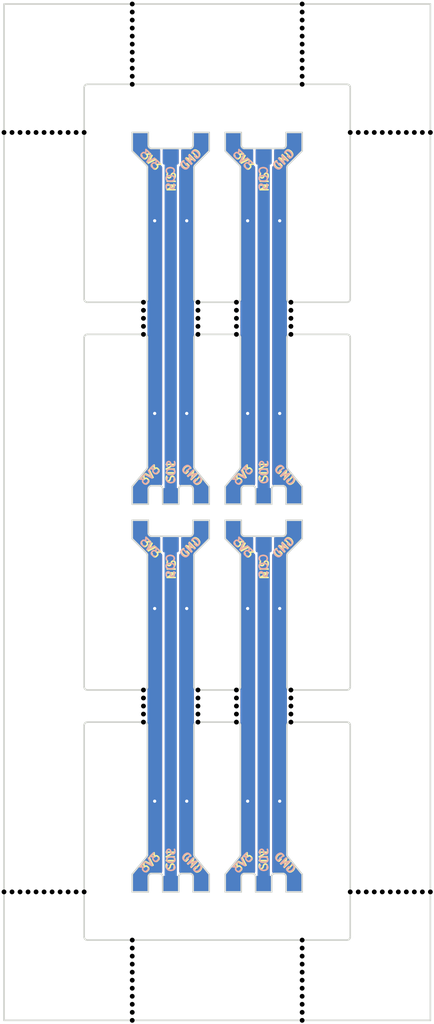
<source format=kicad_pcb>
(kicad_pcb (version 20221018) (generator pcbnew)
  (layers (0 "F.Cu" signal) (31 "B.Cu" signal) (34 "B.Paste" user) (35 "F.Paste" user) (36 "B.SilkS" user "B.Silkscreen") (37 "F.SilkS" user "F.Silkscreen") (38 "B.Mask" user) (39 "F.Mask" user) (44 "Edge.Cuts" user))
  (net 0 "")
  (net 1 "Board_0-/+3V3")
  (net 2 "Board_0-/COS")
  (net 3 "Board_0-/GND")
  (net 4 "Board_0-/SIN")
  (net 5 "Board_1-/+3V3")
  (net 6 "Board_1-/COS")
  (net 7 "Board_1-/GND")
  (net 8 "Board_1-/SIN")
  (net 9 "Board_2-/+3V3")
  (net 10 "Board_2-/COS")
  (net 11 "Board_2-/GND")
  (net 12 "Board_2-/SIN")
  (net 13 "Board_3-/+3V3")
  (net 14 "Board_3-/COS")
  (net 15 "Board_3-/GND")
  (net 16 "Board_3-/SIN")
  (footprint "adapter-encoder:dogbone_pad" (layer "F.Cu") (at 151.4 53.65)
    (fp_text reference "M4" hide)
    (fp_text value "THRU_HOLE_PAD")
  )
  (footprint "adapter-encoder:dogbone_pad" (layer "F.Cu") (at 145.6 29.5)
    (fp_text reference "M4" hide)
    (fp_text value "THRU_HOLE_PAD")
  )
  (footprint "NPTH" (layer "F.Cu") (at 156.8 28)
    (fp_text reference "KiKit_MB_15_2" hide)
    (fp_text value "NPTH" hide)
  )
  (footprint "NPTH" (layer "F.Cu") (at 157.3 75.3)
    (fp_text reference "KiKit_MB_16_3" hide)
    (fp_text value "NPTH" hide)
  )
  (footprint "NPTH" (layer "F.Cu") (at 147.3 63.725)
    (fp_text reference "KiKit_MB_6_4" hide)
    (fp_text value "NPTH" hide)
  )
  (footprint "NPTH" (layer "F.Cu") (at 138.7 75.3)
    (fp_text reference "KiKit_MB_14_9" hide)
    (fp_text value "NPTH" hide)
  )
  (footprint "NPTH" (layer "F.Cu") (at 143.2 80.3)
    (fp_text reference "KiKit_MB_11_6" hide)
    (fp_text value "NPTH" hide)
  )
  (footprint "NPTH" (layer "F.Cu") (at 153.8 25)
    (fp_text reference "KiKit_MB_10_12" hide)
    (fp_text value "NPTH" hide)
  )
  (footprint "NPTH" (layer "F.Cu") (at 161.3 28)
    (fp_text reference "KiKit_MB_15_11" hide)
    (fp_text value "NPTH" hide)
  )
  (footprint "adapter-encoder:dogbone_pad" (layer "F.Cu") (at 143.7 52.65)
    (fp_text reference "M1" hide)
    (fp_text value "THRU_HOLE_PAD")
  )
  (footprint "NPTH" (layer "F.Cu") (at 153.8 23.5)
    (fp_text reference "KiKit_MB_10_9" hide)
    (fp_text value "NPTH" hide)
  )
  (footprint "NPTH" (layer "F.Cu") (at 153.8 79.8)
    (fp_text reference "KiKit_MB_12_5" hide)
    (fp_text value "NPTH" hide)
  )
  (footprint "NPTH" (layer "F.Cu") (at 147.3 62.725)
    (fp_text reference "KiKit_MB_6_2" hide)
    (fp_text value "NPTH" hide)
  )
  (footprint "NPTH" (layer "F.Cu") (at 147.3 64.725)
    (fp_text reference "KiKit_MB_6_6" hide)
    (fp_text value "NPTH" hide)
  )
  (footprint "NPTH" (layer "F.Cu") (at 143.9 40.075)
    (fp_text reference "KiKit_MB_1_3" hide)
    (fp_text value "NPTH" hide)
  )
  (footprint "NPTH" (layer "F.Cu") (at 135.7 75.3)
    (fp_text reference "KiKit_MB_14_3" hide)
    (fp_text value "NPTH" hide)
  )
  (footprint "NPTH" (layer "F.Cu") (at 149.7 38.575)
    (fp_text reference "KiKit_MB_3_6" hide)
    (fp_text value "NPTH" hide)
  )
  (footprint "NPTH" (layer "F.Cu") (at 137.2 28)
    (fp_text reference "KiKit_MB_13_6" hide)
    (fp_text value "NPTH" hide)
  )
  (footprint "NPTH" (layer "F.Cu") (at 143.2 24.5)
    (fp_text reference "KiKit_MB_9_11" hide)
    (fp_text value "NPTH" hide)
  )
  (footprint "NPTH" (layer "F.Cu") (at 153.8 21)
    (fp_text reference "KiKit_MB_10_4" hide)
    (fp_text value "NPTH" hide)
  )
  (footprint "NPTH" (layer "F.Cu") (at 149.7 64.225)
    (fp_text reference "KiKit_MB_7_3" hide)
    (fp_text value "NPTH" hide)
  )
  (footprint "NPTH" (layer "F.Cu") (at 153.8 23)
    (fp_text reference "KiKit_MB_10_8" hide)
    (fp_text value "NPTH" hide)
  )
  (footprint "NPTH" (layer "F.Cu") (at 153.8 22)
    (fp_text reference "KiKit_MB_10_6" hide)
    (fp_text value "NPTH" hide)
  )
  (footprint "adapter-encoder:dogbone_pad" (layer "F.Cu") (at 149.5 28.5)
    (fp_text reference "M1" hide)
    (fp_text value "THRU_HOLE_PAD")
  )
  (footprint "NPTH" (layer "F.Cu") (at 149.7 39.575)
    (fp_text reference "KiKit_MB_3_4" hide)
    (fp_text value "NPTH" hide)
  )
  (footprint "NPTH" (layer "F.Cu") (at 143.2 81.8)
    (fp_text reference "KiKit_MB_11_9" hide)
    (fp_text value "NPTH" hide)
  )
  (footprint "NPTH" (layer "F.Cu") (at 153.1 64.725)
    (fp_text reference "KiKit_MB_8_6" hide)
    (fp_text value "NPTH" hide)
  )
  (footprint "adapter-encoder:dogbone_pad" (layer "F.Cu") (at 145.6 50.65)
    (fp_text reference "M2" hide)
    (fp_text value "THRU_HOLE_PAD")
  )
  (footprint "adapter-encoder:dogbone_pad" (layer "F.Cu") (at 143.7 50.65)
    (fp_text reference "M3" hide)
    (fp_text value "THRU_HOLE_PAD")
  )
  (footprint "NPTH" (layer "F.Cu") (at 149.7 40.575)
    (fp_text reference "KiKit_MB_3_2" hide)
    (fp_text value "NPTH" hide)
  )
  (footprint "NPTH" (layer "F.Cu") (at 156.8 75.3)
    (fp_text reference "KiKit_MB_16_2" hide)
    (fp_text value "NPTH" hide)
  )
  (footprint "NPTH" (layer "F.Cu") (at 143.2 83.3)
    (fp_text reference "KiKit_MB_11_12" hide)
    (fp_text value "NPTH" hide)
  )
  (footprint "NPTH" (layer "F.Cu") (at 153.1 63.725)
    (fp_text reference "KiKit_MB_8_4" hide)
    (fp_text value "NPTH" hide)
  )
  (footprint "NPTH" (layer "F.Cu") (at 153.1 62.725)
    (fp_text reference "KiKit_MB_8_2" hide)
    (fp_text value "NPTH" hide)
  )
  (footprint "NPTH" (layer "F.Cu") (at 143.9 63.725)
    (fp_text reference "KiKit_MB_5_4" hide)
    (fp_text value "NPTH" hide)
  )
  (footprint "NPTH" (layer "F.Cu") (at 140.2 75.3)
    (fp_text reference "KiKit_MB_14_12" hide)
    (fp_text value "NPTH" hide)
  )
  (footprint "NPTH" (layer "F.Cu") (at 153.8 81.8)
    (fp_text reference "KiKit_MB_12_9" hide)
    (fp_text value "NPTH" hide)
  )
  (footprint "NPTH" (layer "F.Cu") (at 143.2 20)
    (fp_text reference "KiKit_MB_9_2" hide)
    (fp_text value "NPTH" hide)
  )
  (footprint "NPTH" (layer "F.Cu") (at 143.9 40.575)
    (fp_text reference "KiKit_MB_1_2" hide)
    (fp_text value "NPTH" hide)
  )
  (footprint "NPTH" (layer "F.Cu") (at 143.9 62.725)
    (fp_text reference "KiKit_MB_5_6" hide)
    (fp_text value "NPTH" hide)
  )
  (footprint "NPTH" (layer "F.Cu") (at 147.3 63.225)
    (fp_text reference "KiKit_MB_6_3" hide)
    (fp_text value "NPTH" hide)
  )
  (footprint "NPTH" (layer "F.Cu") (at 149.7 40.075)
    (fp_text reference "KiKit_MB_3_3" hide)
    (fp_text value "NPTH" hide)
  )
  (footprint "NPTH" (layer "F.Cu") (at 153.8 79.3)
    (fp_text reference "KiKit_MB_12_4" hide)
    (fp_text value "NPTH" hide)
  )
  (footprint "NPTH" (layer "F.Cu") (at 143.9 38.575)
    (fp_text reference "KiKit_MB_1_6" hide)
    (fp_text value "NPTH" hide)
  )
  (footprint "NPTH" (layer "F.Cu") (at 143.9 64.725)
    (fp_text reference "KiKit_MB_5_2" hide)
    (fp_text value "NPTH" hide)
  )
  (footprint "NPTH" (layer "F.Cu") (at 147.3 39.575)
    (fp_text reference "KiKit_MB_2_4" hide)
    (fp_text value "NPTH" hide)
  )
  (footprint "NPTH" (layer "F.Cu") (at 153.8 83.3)
    (fp_text reference "KiKit_MB_12_12" hide)
    (fp_text value "NPTH" hide)
  )
  (footprint "NPTH" (layer "F.Cu") (at 153.8 22.5)
    (fp_text reference "KiKit_MB_10_7" hide)
    (fp_text value "NPTH" hide)
  )
  (footprint "NPTH" (layer "F.Cu") (at 153.1 39.075)
    (fp_text reference "KiKit_MB_4_3" hide)
    (fp_text value "NPTH" hide)
  )
  (footprint "NPTH" (layer "F.Cu") (at 139.2 75.3)
    (fp_text reference "KiKit_MB_14_10" hide)
    (fp_text value "NPTH" hide)
  )
  (footprint "NPTH" (layer "F.Cu") (at 143.9 39.075)
    (fp_text reference "KiKit_MB_1_5" hide)
    (fp_text value "NPTH" hide)
  )
  (footprint "NPTH" (layer "F.Cu") (at 136.7 75.3)
    (fp_text reference "KiKit_MB_14_5" hide)
    (fp_text value "NPTH" hide)
  )
  (footprint "NPTH" (layer "F.Cu") (at 160.3 28)
    (fp_text reference "KiKit_MB_15_9" hide)
    (fp_text value "NPTH" hide)
  )
  (footprint "NPTH" (layer "F.Cu") (at 149.7 39.075)
    (fp_text reference "KiKit_MB_3_5" hide)
    (fp_text value "NPTH" hide)
  )
  (footprint "adapter-encoder:dogbone_pad" (layer "F.Cu") (at 147.5 50.65)
    (fp_text reference "M11" hide)
    (fp_text value "THRU_HOLE_PAD")
  )
  (footprint "NPTH" (layer "F.Cu") (at 158.8 28)
    (fp_text reference "KiKit_MB_15_6" hide)
    (fp_text value "NPTH" hide)
  )
  (footprint "NPTH" (layer "F.Cu") (at 153.8 78.8)
    (fp_text reference "KiKit_MB_12_3" hide)
    (fp_text value "NPTH" hide)
  )
  (footprint "NPTH" (layer "F.Cu") (at 143.2 78.8)
    (fp_text reference "KiKit_MB_11_3" hide)
    (fp_text value "NPTH" hide)
  )
  (footprint "NPTH" (layer "F.Cu") (at 147.3 40.075)
    (fp_text reference "KiKit_MB_2_5" hide)
    (fp_text value "NPTH" hide)
  )
  (footprint "adapter-encoder:dogbone_pad" (layer "F.Cu") (at 143.7 28.5)
    (fp_text reference "M1" hide)
    (fp_text value "THRU_HOLE_PAD")
  )
  (footprint "NPTH" (layer "F.Cu") (at 153.8 78.3)
    (fp_text reference "KiKit_MB_12_2" hide)
    (fp_text value "NPTH" hide)
  )
  (footprint "NPTH" (layer "F.Cu") (at 153.8 81.3)
    (fp_text reference "KiKit_MB_12_8" hide)
    (fp_text value "NPTH" hide)
  )
  (footprint "NPTH" (layer "F.Cu") (at 160.8 28)
    (fp_text reference "KiKit_MB_15_10" hide)
    (fp_text value "NPTH" hide)
  )
  (footprint "NPTH" (layer "F.Cu") (at 147.3 38.575)
    (fp_text reference "KiKit_MB_2_2" hide)
    (fp_text value "NPTH" hide)
  )
  (footprint "NPTH" (layer "F.Cu") (at 147.3 39.075)
    (fp_text reference "KiKit_MB_2_3" hide)
    (fp_text value "NPTH" hide)
  )
  (footprint "NPTH" (layer "F.Cu") (at 153.1 40.575)
    (fp_text reference "KiKit_MB_4_6" hide)
    (fp_text value "NPTH" hide)
  )
  (footprint "NPTH" (layer "F.Cu") (at 153.8 82.3)
    (fp_text reference "KiKit_MB_12_10" hide)
    (fp_text value "NPTH" hide)
  )
  (footprint "NPTH" (layer "F.Cu") (at 137.7 75.3)
    (fp_text reference "KiKit_MB_14_7" hide)
    (fp_text value "NPTH" hide)
  )
  (footprint "NPTH" (layer "F.Cu") (at 149.7 62.725)
    (fp_text reference "KiKit_MB_7_6" hide)
    (fp_text value "NPTH" hide)
  )
  (footprint "NPTH" (layer "F.Cu") (at 157.8 75.3)
    (fp_text reference "KiKit_MB_16_4" hide)
    (fp_text value "NPTH" hide)
  )
  (footprint "NPTH" (layer "F.Cu") (at 143.2 20.5)
    (fp_text reference "KiKit_MB_9_3" hide)
    (fp_text value "NPTH" hide)
  )
  (footprint "NPTH" (layer "F.Cu") (at 143.9 63.225)
    (fp_text reference "KiKit_MB_5_5" hide)
    (fp_text value "NPTH" hide)
  )
  (footprint "adapter-encoder:dogbone_pad" (layer "F.Cu") (at 147.5 28.5)
    (fp_text reference "M5" hide)
    (fp_text value "THRU_HOLE_PAD")
  )
  (footprint "NPTH" (layer "F.Cu") (at 136.2 28)
    (fp_text reference "KiKit_MB_13_4" hide)
    (fp_text value "NPTH" hide)
  )
  (footprint "NPTH" (layer "F.Cu") (at 149.7 63.725)
    (fp_text reference "KiKit_MB_7_4" hide)
    (fp_text value "NPTH" hide)
  )
  (footprint "NPTH" (layer "F.Cu") (at 159.3 28)
    (fp_text reference "KiKit_MB_15_7" hide)
    (fp_text value "NPTH" hide)
  )
  (footprint "adapter-encoder:dogbone_pad" (layer "F.Cu") (at 149.5 50.65)
    (fp_text reference "M3" hide)
    (fp_text value "THRU_HOLE_PAD")
  )
  (footprint "NPTH" (layer "F.Cu") (at 153.1 38.575)
    (fp_text reference "KiKit_MB_4_2" hide)
    (fp_text value "NPTH" hide)
  )
  (footprint "NPTH" (layer "F.Cu") (at 143.9 64.225)
    (fp_text reference "KiKit_MB_5_3" hide)
    (fp_text value "NPTH" hide)
  )
  (footprint "NPTH" (layer "F.Cu") (at 153.1 64.225)
    (fp_text reference "KiKit_MB_8_5" hide)
    (fp_text value "NPTH" hide)
  )
  (footprint "adapter-encoder:dogbone_pad" (layer "F.Cu") (at 147.5 74.8)
    (fp_text reference "M11" hide)
    (fp_text value "THRU_HOLE_PAD")
  )
  (footprint "NPTH" (layer "F.Cu") (at 157.8 28)
    (fp_text reference "KiKit_MB_15_4" hide)
    (fp_text value "NPTH" hide)
  )
  (footprint "NPTH" (layer "F.Cu") (at 153.1 63.225)
    (fp_text reference "KiKit_MB_8_3" hide)
    (fp_text value "NPTH" hide)
  )
  (footprint "adapter-encoder:dogbone_pad" (layer "F.Cu") (at 145.6 53.65)
    (fp_text reference "M4" hide)
    (fp_text value "THRU_HOLE_PAD")
  )
  (footprint "NPTH" (layer "F.Cu") (at 153.8 24)
    (fp_text reference "KiKit_MB_10_10" hide)
    (fp_text value "NPTH" hide)
  )
  (footprint "NPTH" (layer "F.Cu") (at 143.2 78.3)
    (fp_text reference "KiKit_MB_11_2" hide)
    (fp_text value "NPTH" hide)
  )
  (footprint "NPTH" (layer "F.Cu") (at 137.7 28)
    (fp_text reference "KiKit_MB_13_7" hide)
    (fp_text value "NPTH" hide)
  )
  (footprint "NPTH" (layer "F.Cu") (at 158.8 75.3)
    (fp_text reference "KiKit_MB_16_6" hide)
    (fp_text value "NPTH" hide)
  )
  (footprint "NPTH" (layer "F.Cu") (at 153.1 40.075)
    (fp_text reference "KiKit_MB_4_5" hide)
    (fp_text value "NPTH" hide)
  )
  (footprint "adapter-encoder:dogbone_pad" (layer "F.Cu") (at 151.4 74.8)
    (fp_text reference "M2" hide)
    (fp_text value "THRU_HOLE_PAD")
  )
  (footprint "NPTH" (layer "F.Cu") (at 153.8 80.3)
    (fp_text reference "KiKit_MB_12_6" hide)
    (fp_text value "NPTH" hide)
  )
  (footprint "NPTH" (layer "F.Cu") (at 149.7 64.725)
    (fp_text reference "KiKit_MB_7_2" hide)
    (fp_text value "NPTH" hide)
  )
  (footprint "NPTH" (layer "F.Cu") (at 143.2 25)
    (fp_text reference "KiKit_MB_9_12" hide)
    (fp_text value "NPTH" hide)
  )
  (footprint "NPTH" (layer "F.Cu") (at 158.3 75.3)
    (fp_text reference "KiKit_MB_16_5" hide)
    (fp_text value "NPTH" hide)
  )
  (footprint "NPTH" (layer "F.Cu") (at 143.2 21.5)
    (fp_text reference "KiKit_MB_9_5" hide)
    (fp_text value "NPTH" hide)
  )
  (footprint "NPTH" (layer "F.Cu") (at 135.2 75.3)
    (fp_text reference "KiKit_MB_14_2" hide)
    (fp_text value "NPTH" hide)
  )
  (footprint "NPTH" (layer "F.Cu") (at 140.2 28)
    (fp_text reference "KiKit_MB_13_12" hide)
    (fp_text value "NPTH" hide)
  )
  (footprint "NPTH" (layer "F.Cu") (at 139.7 28)
    (fp_text reference "KiKit_MB_13_11" hide)
    (fp_text value "NPTH" hide)
  )
  (footprint "NPTH" (layer "F.Cu") (at 159.8 28)
    (fp_text reference "KiKit_MB_15_8" hide)
    (fp_text value "NPTH" hide)
  )
  (footprint "NPTH" (layer "F.Cu") (at 136.7 28)
    (fp_text reference "KiKit_MB_13_5" hide)
    (fp_text value "NPTH" hide)
  )
  (footprint "NPTH" (layer "F.Cu") (at 138.7 28)
    (fp_text reference "KiKit_MB_13_9" hide)
    (fp_text value "NPTH" hide)
  )
  (footprint "adapter-encoder:dogbone_pad" (layer "F.Cu") (at 151.4 29.5)
    (fp_text reference "M4" hide)
    (fp_text value "THRU_HOLE_PAD")
  )
  (footprint "NPTH" (layer "F.Cu") (at 143.2 21)
    (fp_text reference "KiKit_MB_9_4" hide)
    (fp_text value "NPTH" hide)
  )
  (footprint "NPTH" (layer "F.Cu") (at 160.8 75.3)
    (fp_text reference "KiKit_MB_16_10" hide)
    (fp_text value "NPTH" hide)
  )
  (footprint "NPTH" (layer "F.Cu") (at 143.9 39.575)
    (fp_text reference "KiKit_MB_1_4" hide)
    (fp_text value "NPTH" hide)
  )
  (footprint "NPTH" (layer "F.Cu") (at 153.8 24.5)
    (fp_text reference "KiKit_MB_10_11" hide)
    (fp_text value "NPTH" hide)
  )
  (footprint "NPTH" (layer "F.Cu") (at 147.3 64.225)
    (fp_text reference "KiKit_MB_6_5" hide)
    (fp_text value "NPTH" hide)
  )
  (footprint "adapter-encoder:dogbone_pad" (layer "F.Cu") (at 147.5 52.65)
    (fp_text reference "M5" hide)
    (fp_text value "THRU_HOLE_PAD")
  )
  (footprint "adapter-encoder:dogbone_pad" (layer "F.Cu") (at 149.5 52.65)
    (fp_text reference "M1" hide)
    (fp_text value "THRU_HOLE_PAD")
  )
  (footprint "NPTH" (layer "F.Cu") (at 139.2 28)
    (fp_text reference "KiKit_MB_13_10" hide)
    (fp_text value "NPTH" hide)
  )
  (footprint "NPTH" (layer "F.Cu") (at 143.2 81.3)
    (fp_text reference "KiKit_MB_11_8" hide)
    (fp_text value "NPTH" hide)
  )
  (footprint "NPTH" (layer "F.Cu") (at 136.2 75.3)
    (fp_text reference "KiKit_MB_14_4" hide)
    (fp_text value "NPTH" hide)
  )
  (footprint "NPTH" (layer "F.Cu") (at 161.8 75.3)
    (fp_text reference "KiKit_MB_16_12" hide)
    (fp_text value "NPTH" hide)
  )
  (footprint "NPTH" (layer "F.Cu") (at 143.2 23)
    (fp_text reference "KiKit_MB_9_8" hide)
    (fp_text value "NPTH" hide)
  )
  (footprint "NPTH" (layer "F.Cu") (at 143.2 79.3)
    (fp_text reference "KiKit_MB_11_4" hide)
    (fp_text value "NPTH" hide)
  )
  (footprint "NPTH" (layer "F.Cu") (at 143.2 23.5)
    (fp_text reference "KiKit_MB_9_9" hide)
    (fp_text value "NPTH" hide)
  )
  (footprint "NPTH" (layer "F.Cu") (at 135.2 28)
    (fp_text reference "KiKit_MB_13_2" hide)
    (fp_text value "NPTH" hide)
  )
  (footprint "adapter-encoder:dogbone_pad" (layer "F.Cu") (at 151.4 50.65)
    (fp_text reference "M2" hide)
    (fp_text value "THRU_HOLE_PAD")
  )
  (footprint "NPTH" (layer "F.Cu") (at 158.3 28)
    (fp_text reference "KiKit_MB_15_5" hide)
    (fp_text value "NPTH" hide)
  )
  (footprint "NPTH" (layer "F.Cu") (at 153.8 21.5)
    (fp_text reference "KiKit_MB_10_5" hide)
    (fp_text value "NPTH" hide)
  )
  (footprint "NPTH" (layer "F.Cu") (at 143.2 79.8)
    (fp_text reference "KiKit_MB_11_5" hide)
    (fp_text value "NPTH" hide)
  )
  (footprint "NPTH" (layer "F.Cu") (at 143.2 82.8)
    (fp_text reference "KiKit_MB_11_11" hide)
    (fp_text value "NPTH" hide)
  )
  (footprint "NPTH" (layer "F.Cu") (at 153.1 39.575)
    (fp_text reference "KiKit_MB_4_4" hide)
    (fp_text value "NPTH" hide)
  )
  (footprint "NPTH" (layer "F.Cu") (at 161.3 75.3)
    (fp_text reference "KiKit_MB_16_11" hide)
    (fp_text value "NPTH" hide)
  )
  (footprint "adapter-encoder:dogbone_pad" (layer "F.Cu") (at 149.5 74.8)
    (fp_text reference "M3" hide)
    (fp_text value "THRU_HOLE_PAD")
  )
  (footprint "NPTH" (layer "F.Cu") (at 143.2 80.8)
    (fp_text reference "KiKit_MB_11_7" hide)
    (fp_text value "NPTH" hide)
  )
  (footprint "NPTH" (layer "F.Cu") (at 139.7 75.3)
    (fp_text reference "KiKit_MB_14_11" hide)
    (fp_text value "NPTH" hide)
  )
  (footprint "adapter-encoder:dogbone_pad" (layer "F.Cu") (at 153.3 74.8)
    (fp_text reference "M11" hide)
    (fp_text value "THRU_HOLE_PAD")
  )
  (footprint "NPTH" (layer "F.Cu") (at 138.2 75.3)
    (fp_text reference "KiKit_MB_14_8" hide)
    (fp_text value "NPTH" hide)
  )
  (footprint "NPTH" (layer "F.Cu") (at 153.8 82.8)
    (fp_text reference "KiKit_MB_12_11" hide)
    (fp_text value "NPTH" hide)
  )
  (footprint "NPTH" (layer "F.Cu") (at 137.2 75.3)
    (fp_text reference "KiKit_MB_14_6" hide)
    (fp_text value "NPTH" hide)
  )
  (footprint "NPTH" (layer "F.Cu") (at 153.8 20.5)
    (fp_text reference "KiKit_MB_10_3" hide)
    (fp_text value "NPTH" hide)
  )
  (footprint "adapter-encoder:dogbone_pad" (layer "F.Cu") (at 153.3 52.65)
    (fp_text reference "M5" hide)
    (fp_text value "THRU_HOLE_PAD")
  )
  (footprint "NPTH" (layer "F.Cu") (at 147.3 40.575)
    (fp_text reference "KiKit_MB_2_6" hide)
    (fp_text value "NPTH" hide)
  )
  (footprint "NPTH" (layer "F.Cu") (at 157.3 28)
    (fp_text reference "KiKit_MB_15_3" hide)
    (fp_text value "NPTH" hide)
  )
  (footprint "NPTH" (layer "F.Cu") (at 153.8 20)
    (fp_text reference "KiKit_MB_10_2" hide)
    (fp_text value "NPTH" hide)
  )
  (footprint "adapter-encoder:dogbone_pad" (layer "F.Cu") (at 143.7 74.8)
    (fp_text reference "M3" hide)
    (fp_text value "THRU_HOLE_PAD")
  )
  (footprint "NPTH" (layer "F.Cu") (at 161.8 28)
    (fp_text reference "KiKit_MB_15_12" hide)
    (fp_text value "NPTH" hide)
  )
  (footprint "NPTH" (layer "F.Cu") (at 138.2 28)
    (fp_text reference "KiKit_MB_13_8" hide)
    (fp_text value "NPTH" hide)
  )
  (footprint "NPTH" (layer "F.Cu") (at 159.8 75.3)
    (fp_text reference "KiKit_MB_16_8" hide)
    (fp_text value "NPTH" hide)
  )
  (footprint "adapter-encoder:dogbone_pad" (layer "F.Cu") (at 145.6 74.8)
    (fp_text reference "M2" hide)
    (fp_text value "THRU_HOLE_PAD")
  )
  (footprint "adapter-encoder:dogbone_pad" (layer "F.Cu") (at 153.3 50.65)
    (fp_text reference "M11" hide)
    (fp_text value "THRU_HOLE_PAD")
  )
  (footprint "NPTH" (layer "F.Cu") (at 143.2 24)
    (fp_text reference "KiKit_MB_9_10" hide)
    (fp_text value "NPTH" hide)
  )
  (footprint "NPTH" (layer "F.Cu") (at 159.3 75.3)
    (fp_text reference "KiKit_MB_16_7" hide)
    (fp_text value "NPTH" hide)
  )
  (footprint "NPTH" (layer "F.Cu") (at 149.7 63.225)
    (fp_text reference "KiKit_MB_7_5" hide)
    (fp_text value "NPTH" hide)
  )
  (footprint "NPTH" (layer "F.Cu") (at 135.7 28)
    (fp_text reference "KiKit_MB_13_3" hide)
    (fp_text value "NPTH" hide)
  )
  (footprint "adapter-encoder:dogbone_pad" (layer "F.Cu") (at 153.3 28.5)
    (fp_text reference "M5" hide)
    (fp_text value "THRU_HOLE_PAD")
  )
  (footprint "NPTH" (layer "F.Cu") (at 143.2 22)
    (fp_text reference "KiKit_MB_9_6" hide)
    (fp_text value "NPTH" hide)
  )
  (footprint "NPTH" (layer "F.Cu") (at 160.3 75.3)
    (fp_text reference "KiKit_MB_16_9" hide)
    (fp_text value "NPTH" hide)
  )
  (footprint "NPTH" (layer "F.Cu") (at 143.2 22.5)
    (fp_text reference "KiKit_MB_9_7" hide)
    (fp_text value "NPTH" hide)
  )
  (footprint "NPTH" (layer "F.Cu") (at 143.2 82.3)
    (fp_text reference "KiKit_MB_11_10" hide)
    (fp_text value "NPTH" hide)
  )
  (footprint "NPTH" (layer "F.Cu") (at 153.8 80.8)
    (fp_text reference "KiKit_MB_12_7" hide)
    (fp_text value "NPTH" hide)
  )
  (footprint "adapter-encoder:dogbone_pad" (layer "B.Cu") (at 149.5 74.8 180)
    (fp_text reference "M10" hide)
    (fp_text value "THRU_HOLE_PAD")
  )
  (footprint "adapter-encoder:dogbone_pad" (layer "B.Cu") (at 153.3 74.8 180)
    (fp_text reference "M12" hide)
    (fp_text value "THRU_HOLE_PAD")
  )
  (footprint "adapter-encoder:dogbone_pad" (layer "B.Cu") (at 153.3 50.65 180)
    (fp_text reference "M12" hide)
    (fp_text value "THRU_HOLE_PAD")
  )
  (footprint "adapter-encoder:dogbone_pad" (layer "B.Cu") (at 143.7 52.65 180)
    (fp_text reference "M9" hide)
    (fp_text value "THRU_HOLE_PAD")
  )
  (footprint "adapter-encoder:dogbone_pad" (layer "B.Cu") (at 153.3 28.5 180)
    (fp_text reference "M7" hide)
    (fp_text value "THRU_HOLE_PAD")
  )
  (footprint "adapter-encoder:dogbone_pad" (layer "B.Cu") (at 147.5 74.8 180)
    (fp_text reference "M12" hide)
    (fp_text value "THRU_HOLE_PAD")
  )
  (footprint "adapter-encoder:dogbone_pad" (layer "B.Cu") (at 147.5 50.65 180)
    (fp_text reference "M12" hide)
    (fp_text value "THRU_HOLE_PAD")
  )
  (footprint "adapter-encoder:dogbone_pad" (layer "B.Cu") (at 143.7 28.5 180)
    (fp_text reference "M9" hide)
    (fp_text value "THRU_HOLE_PAD")
  )
  (footprint "adapter-encoder:dogbone_pad" (layer "B.Cu") (at 149.5 28.5 180)
    (fp_text reference "M9" hide)
    (fp_text value "THRU_HOLE_PAD")
  )
  (footprint "adapter-encoder:dogbone_pad" (layer "B.Cu") (at 147.5 28.5 180)
    (fp_text reference "M7" hide)
    (fp_text value "THRU_HOLE_PAD")
  )
  (footprint "adapter-encoder:dogbone_pad" (layer "B.Cu") (at 143.7 50.65 180)
    (fp_text reference "M10" hide)
    (fp_text value "THRU_HOLE_PAD")
  )
  (footprint "adapter-encoder:dogbone_pad" (layer "B.Cu") (at 149.5 52.65 180)
    (fp_text reference "M9" hide)
    (fp_text value "THRU_HOLE_PAD")
  )
  (footprint "adapter-encoder:dogbone_pad" (layer "B.Cu") (at 145.6 50.65 180)
    (fp_text reference "M6" hide)
    (fp_text value "THRU_HOLE_PAD")
  )
  (footprint "adapter-encoder:dogbone_pad" (layer "B.Cu") (at 151.4 74.8 180)
    (fp_text reference "M6" hide)
    (fp_text value "THRU_HOLE_PAD")
  )
  (footprint "adapter-encoder:dogbone_pad" (layer "B.Cu") (at 145.6 29.5 180)
    (fp_text reference "M8" hide)
    (fp_text value "THRU_HOLE_PAD")
  )
  (footprint "adapter-encoder:dogbone_pad" (layer "B.Cu") (at 151.4 29.5 180)
    (fp_text reference "M8" hide)
    (fp_text value "THRU_HOLE_PAD")
  )
  (footprint "adapter-encoder:dogbone_pad" (layer "B.Cu") (at 147.5 52.65 180)
    (fp_text reference "M7" hide)
    (fp_text value "THRU_HOLE_PAD")
  )
  (footprint "adapter-encoder:dogbone_pad" (layer "B.Cu") (at 153.3 52.65 180)
    (fp_text reference "M7" hide)
    (fp_text value "THRU_HOLE_PAD")
  )
  (footprint "adapter-encoder:dogbone_pad" (layer "B.Cu") (at 145.6 53.65 180)
    (fp_text reference "M8" hide)
    (fp_text value "THRU_HOLE_PAD")
  )
  (footprint "adapter-encoder:dogbone_pad" (layer "B.Cu") (at 149.5 50.65 180)
    (fp_text reference "M10" hide)
    (fp_text value "THRU_HOLE_PAD")
  )
  (footprint "adapter-encoder:dogbone_pad" (layer "B.Cu") (at 151.4 53.65 180)
    (fp_text reference "M8" hide)
    (fp_text value "THRU_HOLE_PAD")
  )
  (footprint "adapter-encoder:dogbone_pad" (layer "B.Cu") (at 145.6 74.8 180)
    (fp_text reference "M6" hide)
    (fp_text value "THRU_HOLE_PAD")
  )
  (footprint "adapter-encoder:dogbone_pad" (layer "B.Cu") (at 143.7 74.8 180)
    (fp_text reference "M10" hide)
    (fp_text value "THRU_HOLE_PAD")
  )
  (footprint "adapter-encoder:dogbone_pad" (layer "B.Cu") (at 151.4 50.65 180)
    (fp_text reference "M6" hide)
    (fp_text value "THRU_HOLE_PAD")
  )
  (gr_line (start 144.973694 50.015224) (end 144.982668 50.019202) (stroke (width 0.1)) (layer "Edge.Cuts"))
  (gr_line (start 149.910641 38.49414) (end 149.904602 38.501879) (stroke (width 0.1)) (layer "Edge.Cuts"))
  (gr_line (start 152.794006 52.992961) (end 152.791388 53.002422) (stroke (width 0.1)) (layer "Edge.Cuts"))
  (gr_line (start 144.264213 28.941421) (end 144.258578 28.935786) (stroke (width 0.1)) (layer "Edge.Cuts"))
  (gr_line (start 152.861691 40.707621) (end 152.865224 40.698462) (stroke (width 0.1)) (layer "Edge.Cuts"))
  (gr_line (start 146.804179 74.15024) (end 146.813969 74.150963) (stroke (width 0.1)) (layer "Edge.Cuts"))
  (gr_line (start 140.239358 38.49414) (end 140.233705 38.486114) (stroke (width 0.1)) (layer "Edge.Cuts"))
  (gr_line (start 146.897185 28.971545) (end 146.888644 28.976384) (stroke (width 0.1)) (layer "Edge.Cuts"))
  (gr_line (start 140.314488 62.705797) (end 140.30572 62.701384) (stroke (width 0.1)) (layer "Edge.Cuts"))
  (gr_line (start 147.05024 38.384814) (end 147.05 38.375) (stroke (width 0.1)) (layer "Edge.Cuts"))
  (gr_line (start 147.182621 62.713308) (end 147.173462 62.709775) (stroke (width 0.1)) (layer "Edge.Cuts"))
  (gr_line (start 145.080797 74.267331) (end 145.084775 74.276305) (stroke (width 0.1)) (layer "Edge.Cuts"))
  (gr_line (start 152.799759 52.954179) (end 152.799036 52.963969) (stroke (width 0.1)) (layer "Edge.Cuts"))
  (gr_line (start 156.711114 64.758705) (end 156.71914 64.764358) (stroke (width 0.1)) (layer "Edge.Cuts"))
  (gr_line (start 152.642961 74.155993) (end 152.652422 74.158611) (stroke (width 0.1)) (layer "Edge.Cuts"))
  (gr_line (start 150.900059 75.299941) (end 150.902454 75.299999) (stroke (width 0.1)) (layer "Edge.Cuts"))
  (gr_line (start 151.919202 74.267331) (end 151.923615 74.258563) (stroke (width 0.1)) (layer "Edge.Cuts"))
  (gr_line (start 150.147577 50.008611) (end 150.157038 50.005993) (stroke (width 0.1)) (layer "Edge.Cuts"))
  (gr_line (start 144.091421 54.191421) (end 144.09819 54.198531) (stroke (width 0.1)) (layer "Edge.Cuts"))
  (gr_line (start 140.215224 40.698462) (end 140.219202 40.689488) (stroke (width 0.1)) (layer "Edge.Cuts"))
  (gr_line (start 150.086495 28.960641) (end 150.078756 28.954602) (stroke (width 0.1)) (layer "Edge.Cuts"))
  (gr_line (start 146.852422 28.991388) (end 146.842961 28.994006) (stroke (width 0.1)) (layer "Edge.Cuts"))
  (gr_line (start 144.203842 50.166616) (end 144.205993 50.157038) (stroke (width 0.1)) (layer "Edge.Cuts"))
  (gr_line (start 147.053878 73.017273) (end 147.052185 73.007558) (stroke (width 0.1)) (layer "Edge.Cuts"))
  (gr_line (start 152.760641 28.913504) (end 152.754602 28.921243) (stroke (width 0.1)) (layer "Edge.Cuts"))
  (gr_line (start 147.240185 62.724759) (end 147.230395 62.724036) (stroke (width 0.1)) (layer "Edge.Cuts"))
  (gr_line (start 150.051809 53.078676) (end 150.045397 53.071243) (stroke (width 0.1)) (layer "Edge.Cuts"))
  (gr_line (start 150.051809 74.221323) (end 150.058578 74.214213) (stroke (width 0.1)) (layer "Edge.Cuts"))
  (gr_line (start 161.799999 20.002454) (end 161.799941 20.000059) (stroke (width 0.1)) (layer "Edge.Cuts"))
  (gr_line (start 149.934775 38.451537) (end 149.930797 38.460511) (stroke (width 0.1)) (layer "Edge.Cuts"))
  (gr_line (start 143.2 50.052466) (end 143.2 51.147545) (stroke (width 0.1)) (layer "Edge.Cuts"))
  (gr_line (start 144.215224 74.279097) (end 144.219202 74.270123) (stroke (width 0.1)) (layer "Edge.Cuts"))
  (gr_line (start 146.813969 53.149036) (end 146.804179 53.149759) (stroke (width 0.1)) (layer "Edge.Cuts"))
  (gr_line (start 152.800059 75.299941) (end 152.802454 75.299999) (stroke (width 0.1)) (layer "Edge.Cuts"))
  (gr_line (start 156.629346 62.722835) (end 156.619604 62.724036) (stroke (width 0.1)) (layer "Edge.Cuts"))
  (gr_line (start 144.149759 54.323028) (end 144.15 54.332842) (stroke (width 0.1)) (layer "Edge.Cuts"))
  (gr_line (start 150.019202 74.270123) (end 150.023615 74.261355) (stroke (width 0.1)) (layer "Edge.Cuts"))
  (gr_line (start 149.789018 62.721157) (end 149.779346 62.722835) (stroke (width 0.1)) (layer "Edge.Cuts"))
  (gr_line (start 140.223615 40.68072) (end 140.228454 40.672178) (stroke (width 0.1)) (layer "Edge.Cuts"))
  (gr_line (start 150.102814 50.028454) (end 150.111355 50.023615) (stroke (width 0.1)) (layer "Edge.Cuts"))
  (gr_line (start 147.130859 62.685641) (end 147.12312 62.679602) (stroke (width 0.1)) (layer "Edge.Cuts"))
  (gr_line (start 150.045397 74.228756) (end 150.051809 74.221323) (stroke (width 0.1)) (layer "Edge.Cuts"))
  (gr_line (start 144.264213 74.208578) (end 144.271323 74.201809) (stroke (width 0.1)) (layer "Edge.Cuts"))
  (gr_line (start 152.799036 28.813969) (end 152.797835 28.823711) (stroke (width 0.1)) (layer "Edge.Cuts"))
  (gr_line (start 152.85 30.182842) (end 152.85024 30.173028) (stroke (width 0.1)) (layer "Edge.Cuts"))
  (gr_line (start 147.182621 64.736691) (end 147.191942 64.733611) (stroke (width 0.1)) (layer "Edge.Cuts"))
  (gr_line (start 153.001403 64.730993) (end 153.010981 64.728842) (stroke (width 0.1)) (layer "Edge.Cuts"))
  (gr_line (start 150.129097 53.134775) (end 150.120123 53.130797) (stroke (width 0.1)) (layer "Edge.Cuts"))
  (gr_line (start 147.083705 30.071728) (end 147.089358 30.063703) (stroke (width 0.1)) (layer "Edge.Cuts"))
  (gr_line (start 149.817378 62.713308) (end 149.808057 62.716388) (stroke (width 0.1)) (layer "Edge.Cuts"))
  (gr_line (start 140.351403 64.730993) (end 140.360981 64.728842) (stroke (width 0.1)) (layer "Edge.Cuts"))
  (gr_line (start 153.797545 28) (end 152.802454 28) (stroke (width 0.1)) (layer "Edge.Cuts"))
  (gr_line (start 151.903842 74.313824) (end 151.905993 74.304246) (stroke (width 0.1)) (layer "Edge.Cuts"))
  (gr_line (start 156.702821 25.028454) (end 156.711114 25.033705) (stroke (width 0.1)) (layer "Edge.Cuts"))
  (gr_line (start 150.902454 51.15) (end 151.897545 51.15) (stroke (width 0.1)) (layer "Edge.Cuts"))
  (gr_line (start 156.667378 38.563308) (end 156.658057 38.566388) (stroke (width 0.1)) (layer "Edge.Cuts"))
  (gr_line (start 146.991388 50.147577) (end 146.994006 50.157038) (stroke (width 0.1)) (layer "Edge.Cuts"))
  (gr_line (start 152.889358 30.063703) (end 152.895397 30.055964) (stroke (width 0.1)) (layer "Edge.Cuts"))
  (gr_line (start 144.104192 48.955451) (end 143.20157 50.048098) (stroke (width 0.1)) (layer "Edge.Cuts"))
  (gr_line (start 144.138308 62.592378) (end 144.134775 62.601537) (stroke (width 0.1)) (layer "Edge.Cuts"))
  (gr_line (start 150.064213 28.941421) (end 150.058578 28.935786) (stroke (width 0.1)) (layer "Edge.Cuts"))
  (gr_line (start 150.09452 53.116294) (end 150.086495 53.110641) (stroke (width 0.1)) (layer "Edge.Cuts"))
  (gr_line (start 149.95 64.924999) (end 149.95 72.978075) (stroke (width 0.1)) (layer "Edge.Cuts"))
  (gr_line (start 152.679876 50.019202) (end 152.688644 50.023615) (stroke (width 0.1)) (layer "Edge.Cuts"))
  (gr_line (start 150.876384 74.258563) (end 150.880797 74.267331) (stroke (width 0.1)) (layer "Edge.Cuts"))
  (gr_line (start 156.667378 25.011691) (end 156.676537 25.015224) (stroke (width 0.1)) (layer "Edge.Cuts"))
  (gr_line (start 151.945397 74.225964) (end 151.951809 74.218531) (stroke (width 0.1)) (layer "Edge.Cuts"))
  (gr_line (start 144.38603 28.999036) (end 144.376288 28.997835) (stroke (width 0.1)) (layer "Edge.Cuts"))
  (gr_line (start 149.891421 62.666421) (end 149.884312 62.67319) (stroke (width 0.1)) (layer "Edge.Cuts"))
  (gr_line (start 144.39582 74.15024) (end 144.405634 74.15) (stroke (width 0.1)) (layer "Edge.Cuts"))
  (gr_line (start 147.05024 54.323028) (end 147.050963 54.313238) (stroke (width 0.1)) (layer "Edge.Cuts"))
  (gr_line (start 152.661743 50.011691) (end 152.670902 50.015224) (stroke (width 0.1)) (layer "Edge.Cuts"))
  (gr_line (start 156.797835 25.170653) (end 156.799036 25.180395) (stroke (width 0.1)) (layer "Edge.Cuts"))
  (gr_line (start 146.139358 74.233703) (end 146.145397 74.225964) (stroke (width 0.1)) (layer "Edge.Cuts"))
  (gr_line (start 146.115224 74.276305) (end 146.119202 74.267331) (stroke (width 0.1)) (layer "Edge.Cuts"))
  (gr_line (start 152.92312 64.770397) (end 152.930859 64.764358) (stroke (width 0.1)) (layer "Edge.Cuts"))
  (gr_line (start 156.6 25) (end 156.609814 25.00024) (stroke (width 0.1)) (layer "Edge.Cuts"))
  (gr_line (start 146.879876 28.980797) (end 146.870902 28.984775) (stroke (width 0.1)) (layer "Edge.Cuts"))
  (gr_line (start 156.766294 78.211114) (end 156.760641 78.21914) (stroke (width 0.1)) (layer "Edge.Cuts"))
  (gr_line (start 149.769604 62.724036) (end 149.759814 62.724759) (stroke (width 0.1)) (layer "Edge.Cuts"))
  (gr_line (start 156.780797 25.114488) (end 156.784775 25.123462) (stroke (width 0.1)) (layer "Edge.Cuts"))
  (gr_line (start 152.735786 28.941421) (end 152.728676 28.94819) (stroke (width 0.1)) (layer "Edge.Cuts"))
  (gr_line (start 156.658057 64.733611) (end 156.667378 64.736691) (stroke (width 0.1)) (layer "Edge.Cuts"))
  (gr_line (start 152.938885 40.608705) (end 152.947178 40.603454) (stroke (width 0.1)) (layer "Edge.Cuts"))
  (gr_line (start 146.175964 50.045397) (end 146.183703 50.039358) (stroke (width 0.1)) (layer "Edge.Cuts"))
  (gr_line (start 144.149759 30.173028) (end 144.15 30.182842) (stroke (width 0.1)) (layer "Edge.Cuts"))
  (gr_line (start 153.798429 50.048098) (end 152.895807 48.955451) (stroke (width 0.1)) (layer "Edge.Cuts"))
  (gr_line (start 144.278756 28.954602) (end 144.271323 28.94819) (stroke (width 0.1)) (layer "Edge.Cuts"))
  (gr_line (start 147.058692 73.036396) (end 147.056049 73.026894) (stroke (width 0.1)) (layer "Edge.Cuts"))
  (gr_line (start 152.613969 50.000963) (end 152.623711 50.002164) (stroke (width 0.1)) (layer "Edge.Cuts"))
  (gr_line (start 152.604179 28.999759) (end 152.594365 29) (stroke (width 0.1)) (layer "Edge.Cuts"))
  (gr_line (start 149.759814 40.57524) (end 149.769604 40.575963) (stroke (width 0.1)) (layer "Edge.Cuts"))
  (gr_line (start 143.2 28.002454) (end 143.2 29.147545) (stroke (width 0.1)) (layer "Edge.Cuts"))
  (gr_line (start 140.360981 25.003842) (end 140.370653 25.002164) (stroke (width 0.1)) (layer "Edge.Cuts"))
  (gr_line (start 150.011691 53.011743) (end 150.008611 53.002422) (stroke (width 0.1)) (layer "Edge.Cuts"))
  (gr_line (start 147.052164 64.895653) (end 147.053842 64.885981) (stroke (width 0.1)) (layer "Edge.Cuts"))
  (gr_line (start 147.210981 64.728842) (end 147.220653 64.727164) (stroke (width 0.1)) (layer "Edge.Cuts"))
  (gr_line (start 151.983703 50.039358) (end 151.991728 50.033705) (stroke (width 0.1)) (layer "Edge.Cuts"))
  (gr_line (start 145.097835 74.323496) (end 145.099036 74.333238) (stroke (width 0.1)) (layer "Edge.Cuts"))
  (gr_line (start 161.797545 83.299999) (end 161.79994 83.299941) (stroke (width 0.1)) (layer "Edge.Cuts"))
  (gr_line (start 140.370653 40.577164) (end 140.380395 40.575963) (stroke (width 0.1)) (layer "Edge.Cuts"))
  (gr_line (start 146.870902 53.134775) (end 146.861743 53.138308) (stroke (width 0.1)) (layer "Edge.Cuts"))
  (gr_line (start 150.102814 74.178454) (end 150.111355 74.173615) (stroke (width 0.1)) (layer "Edge.Cuts"))
  (gr_line (start 150.888308 74.285464) (end 150.891388 74.294785) (stroke (width 0.1)) (layer "Edge.Cuts"))
  (gr_line (start 149.926166 48.92276) (end 149.921284 48.931329) (stroke (width 0.1)) (layer "Edge.Cuts"))
  (gr_line (start 152.858692 48.886396) (end 152.856049 48.876894) (stroke (width 0.1)) (layer "Edge.Cuts"))
  (gr_line (start 147.050963 38.394604) (end 147.05024 38.384814) (stroke (width 0.1)) (layer "Edge.Cuts"))
  (gr_line (start 146.913504 28.960641) (end 146.905479 28.966294) (stroke (width 0.1)) (layer "Edge.Cuts"))
  (gr_line (start 146.976384 28.888644) (end 146.971545 28.897185) (stroke (width 0.1)) (layer "Edge.Cuts"))
  (gr_line (start 150.854602 50.075964) (end 150.860641 50.083703) (stroke (width 0.1)) (layer "Edge.Cuts"))
  (gr_line (start 152.853842 62.564018) (end 152.852164 62.554346) (stroke (width 0.1)) (layer "Edge.Cuts"))
  (gr_line (start 147 28.794365) (end 146.999759 28.804179) (stroke (width 0.1)) (layer "Edge.Cuts"))
  (gr_line (start 147.069379 73.06396) (end 147.065365 73.054951) (stroke (width 0.1)) (layer "Edge.Cuts"))
  (gr_line (start 144.104192 73.105451) (end 143.20157 74.198098) (stroke (width 0.1)) (layer "Edge.Cuts"))
  (gr_line (start 156.726879 25.045397) (end 156.734312 25.051809) (stroke (width 0.1)) (layer "Edge.Cuts"))
  (gr_line (start 146.905479 28.966294) (end 146.897185 28.971545) (stroke (width 0.1)) (layer "Edge.Cuts"))
  (gr_line (start 147.201403 64.730993) (end 147.210981 64.728842) (stroke (width 0.1)) (layer "Edge.Cuts"))
  (gr_line (start 150.176288 28.997835) (end 150.166616 28.996157) (stroke (width 0.1)) (layer "Edge.Cuts"))
  (gr_line (start 156.799759 78.109814) (end 156.799036 78.119604) (stroke (width 0.1)) (layer "Edge.Cuts"))
  (gr_line (start 150.166616 50.003842) (end 150.176288 50.002164) (stroke (width 0.1)) (layer "Edge.Cuts"))
  (gr_line (start 149.00157 50.048098) (end 149.00006 50.050021) (stroke (width 0.1)) (layer "Edge.Cuts"))
  (gr_line (start 146.133705 74.241728) (end 146.139358 74.233703) (stroke (width 0.1)) (layer "Edge.Cuts"))
  (gr_line (start 156.629346 38.572835) (end 156.619604 38.574036) (stroke (width 0.1)) (layer "Edge.Cuts"))
  (gr_line (start 140.2 78.1) (end 140.2 64.924999) (stroke (width 0.1)) (layer "Edge.Cuts"))
  (gr_line (start 156.771545 64.822178) (end 156.776384 64.83072) (stroke (width 0.1)) (layer "Edge.Cuts"))
  (gr_line (start 156.658057 25.008611) (end 156.667378 25.011691) (stroke (width 0.1)) (layer "Edge.Cuts"))
  (gr_line (start 147 51.147545) (end 147.000058 51.14994) (stroke (width 0.1)) (layer "Edge.Cuts"))
  (gr_line (start 153.010981 38.571157) (end 153.001403 38.569006) (stroke (width 0.1)) (layer "Edge.Cuts"))
  (gr_line (start 152.95572 38.551384) (end 152.947178 38.546545) (stroke (width 0.1)) (layer "Edge.Cuts"))
  (gr_line (start 153.799999 50.052465) (end 153.799939 50.050022) (stroke (width 0.1)) (layer "Edge.Cuts"))
  (gr_line (start 156.741421 62.666421) (end 156.734312 62.67319) (stroke (width 0.1)) (layer "Edge.Cuts"))
  (gr_line (start 152.679876 53.130797) (end 152.670902 53.134775) (stroke (width 0.1)) (layer "Edge.Cuts"))
  (gr_line (start 145.008271 50.033705) (end 145.016296 50.039358) (stroke (width 0.1)) (layer "Edge.Cuts"))
  (gr_line (start 147.056049 48.876894) (end 147.053878 48.867273) (stroke (width 0.1)) (layer "Edge.Cuts"))
  (gr_line (start 152.869202 64.839488) (end 152.873615 64.83072) (stroke (width 0.1)) (layer "Edge.Cuts"))
  (gr_line (start 146.102164 50.173496) (end 146.103842 50.163824) (stroke (width 0.1)) (layer "Edge.Cuts"))
  (gr_line (start 152.861799 48.895756) (end 152.858692 48.886396) (stroke (width 0.1)) (layer "Edge.Cuts"))
  (gr_line (start 146.10024 50.193028) (end 146.100963 50.183238) (stroke (width 0.1)) (layer "Edge.Cuts"))
  (gr_line (start 150.028454 50.102814) (end 150.033705 50.09452) (stroke (width 0.1)) (layer "Edge.Cuts"))
  (gr_line (start 140.288885 40.608705) (end 140.297178 40.603454) (stroke (width 0.1)) (layer "Edge.Cuts"))
  (gr_line (start 149.835511 38.555797) (end 149.826537 38.559775) (stroke (width 0.1)) (layer "Edge.Cuts"))
  (gr_line (start 149.921545 54.230022) (end 149.926384 54.238563) (stroke (width 0.1)) (layer "Edge.Cuts"))
  (gr_line (start 146.994006 50.157038) (end 146.996157 50.166616) (stroke (width 0.1)) (layer "Edge.Cuts"))
  (gr_line (start 149.759814 64.72524) (end 149.769604 64.725963) (stroke (width 0.1)) (layer "Edge.Cuts"))
  (gr_line (start 144.035511 64.744202) (end 144.044279 64.748615) (stroke (width 0.1)) (layer "Edge.Cuts"))
  (gr_line (start 144.146157 38.414018) (end 144.144006 38.423596) (stroke (width 0.1)) (layer "Edge.Cuts"))
  (gr_line (start 144.147835 62.554346) (end 144.146157 62.564018) (stroke (width 0.1)) (layer "Edge.Cuts"))
  (gr_line (start 146.103842 74.313824) (end 146.105993 74.304246) (stroke (width 0.1)) (layer "Edge.Cuts"))
  (gr_line (start 146.994006 52.992961) (end 146.991388 53.002422) (stroke (width 0.1)) (layer "Edge.Cuts"))
  (gr_line (start 146.1 51.147545) (end 146.1 50.202842) (stroke (width 0.1)) (layer "Edge.Cuts"))
  (gr_line (start 146.145397 74.225964) (end 146.151809 74.218531) (stroke (width 0.1)) (layer "Edge.Cuts"))
  (gr_line (start 150.84819 74.218531) (end 150.854602 74.225964) (stroke (width 0.1)) (layer "Edge.Cuts"))
  (gr_line (start 150.086495 50.039358) (end 150.09452 50.033705) (stroke (width 0.1)) (layer "Edge.Cuts"))
  (gr_line (start 144.052821 64.753454) (end 144.061114 64.758705) (stroke (width 0.1)) (layer "Edge.Cuts"))
  (gr_line (start 144.116294 54.221728) (end 144.121545 54.230022) (stroke (width 0.1)) (layer "Edge.Cuts"))
  (gr_line (start 144.134775 38.451537) (end 144.130797 38.460511) (stroke (width 0.1)) (layer "Edge.Cuts"))
  (gr_line (start 152.865224 62.601537) (end 152.861691 62.592378) (stroke (width 0.1)) (layer "Edge.Cuts"))
  (gr_line (start 150 75.297545) (end 150 74.355634) (stroke (width 0.1)) (layer "Edge.Cuts"))
  (gr_line (start 149.934775 54.256305) (end 149.938308 54.265464) (stroke (width 0.1)) (layer "Edge.Cuts"))
  (gr_line (start 149.904602 54.205964) (end 149.910641 54.213703) (stroke (width 0.1)) (layer "Edge.Cuts"))
  (gr_line (start 144.205993 28.842961) (end 144.203842 28.833383) (stroke (width 0.1)) (layer "Edge.Cuts"))
  (gr_line (start 150.871545 50.100022) (end 150.876384 50.108563) (stroke (width 0.1)) (layer "Edge.Cuts"))
  (gr_line (start 147.05024 40.765185) (end 147.050963 40.755395) (stroke (width 0.1)) (layer "Edge.Cuts"))
  (gr_line (start 144.38603 53.149036) (end 144.376288 53.147835) (stroke (width 0.1)) (layer "Edge.Cuts"))
  (gr_line (start 156.799036 78.119604) (end 156.797835 78.129346) (stroke (width 0.1)) (layer "Edge.Cuts"))
  (gr_line (start 152.883705 62.636114) (end 152.878454 62.627821) (stroke (width 0.1)) (layer "Edge.Cuts"))
  (gr_line (start 140.323462 40.590224) (end 140.332621 40.586691) (stroke (width 0.1)) (layer "Edge.Cuts"))
  (gr_line (start 144.126384 64.83072) (end 144.130797 64.839488) (stroke (width 0.1)) (layer "Edge.Cuts"))
  (gr_line (start 144.202164 52.973711) (end 144.200963 52.963969) (stroke (width 0.1)) (layer "Edge.Cuts"))
  (gr_line (start 152.883705 38.486114) (end 152.878454 38.477821) (stroke (width 0.1)) (layer "Edge.Cuts"))
  (gr_line (start 151.983703 74.189358) (end 151.991728 74.183705) (stroke (width 0.1)) (layer "Edge.Cuts"))
  (gr_line (start 149 28.002454) (end 149 29.147545) (stroke (width 0.1)) (layer "Edge.Cuts"))
  (gr_line (start 140.258578 40.633578) (end 140.265687 40.626809) (stroke (width 0.1)) (layer "Edge.Cuts"))
  (gr_line (start 145.084775 50.126305) (end 145.088308 50.135464) (stroke (width 0.1)) (layer "Edge.Cuts"))
  (gr_line (start 152.865224 64.848462) (end 152.869202 64.839488) (stroke (width 0.1)) (layer "Edge.Cuts"))
  (gr_line (start 152.083238 74.150963) (end 152.093028 74.15024) (stroke (width 0.1)) (layer "Edge.Cuts"))
  (gr_line (start 147.065224 62.601537) (end 147.061691 62.592378) (stroke (width 0.1)) (layer "Edge.Cuts"))
  (gr_line (start 150.086495 53.110641) (end 150.078756 53.104602) (stroke (width 0.1)) (layer "Edge.Cuts"))
  (gr_line (start 144.149036 38.394604) (end 144.147835 38.404346) (stroke (width 0.1)) (layer "Edge.Cuts"))
  (gr_line (start 145.04819 74.218531) (end 145.054602 74.225964) (stroke (width 0.1)) (layer "Edge.Cuts"))
  (gr_line (start 156.676537 62.709775) (end 156.667378 62.713308) (stroke (width 0.1)) (layer "Edge.Cuts"))
  (gr_line (start 152.670902 50.015224) (end 152.679876 50.019202) (stroke (width 0.1)) (layer "Edge.Cuts"))
  (gr_line (start 146.128454 50.100022) (end 146.133705 50.091728) (stroke (width 0.1)) (layer "Edge.Cuts"))
  (gr_line (start 150.706971 50.00024) (end 150.716761 50.000963) (stroke (width 0.1)) (layer "Edge.Cuts"))
  (gr_line (start 149.949036 30.163238) (end 149.949759 30.173028) (stroke (width 0.1)) (layer "Edge.Cuts"))
  (gr_line (start 144.110641 62.64414) (end 144.104602 62.651879) (stroke (width 0.1)) (layer "Edge.Cuts"))
  (gr_line (start 149.938308 64.857621) (end 149.941388 64.866942) (stroke (width 0.1)) (layer "Edge.Cuts"))
  (gr_line (start 152.000022 50.028454) (end 152.008563 50.023615) (stroke (width 0.1)) (layer "Edge.Cuts"))
  (gr_line (start 149.9382 73.045756) (end 149.934634 73.054951) (stroke (width 0.1)) (layer "Edge.Cuts"))
  (gr_line (start 140.380395 38.574036) (end 140.370653 38.572835) (stroke (width 0.1)) (layer "Edge.Cuts"))
  (gr_line (start 143.95 62.725) (end 140.399999 62.725) (stroke (width 0.1)) (layer "Edge.Cuts"))
  (gr_line (start 147.002454 75.3) (end 147.997545 75.3) (stroke (width 0.1)) (layer "Edge.Cuts"))
  (gr_line (start 144.141388 54.274785) (end 144.144006 54.284246) (stroke (width 0.1)) (layer "Edge.Cuts"))
  (gr_line (start 149.002454 28) (end 149.000059 28.000058) (stroke (width 0.1)) (layer "Edge.Cuts"))
  (gr_line (start 150.773694 74.165224) (end 150.782668 74.169202) (stroke (width 0.1)) (layer "Edge.Cuts"))
  (gr_line (start 152.741421 50.064213) (end 152.74819 50.071323) (stroke (width 0.1)) (layer "Edge.Cuts"))
  (gr_line (start 152.679876 28.980797) (end 152.670902 28.984775) (stroke (width 0.1)) (layer "Edge.Cuts"))
  (gr_line (start 156.734312 62.67319) (end 156.726879 62.679602) (stroke (width 0.1)) (layer "Edge.Cuts"))
  (gr_line (start 152.728676 74.201809) (end 152.735786 74.208578) (stroke (width 0.1)) (layer "Edge.Cuts"))
  (gr_line (start 147.058611 40.716942) (end 147.061691 40.707621) (stroke (width 0.1)) (layer "Edge.Cuts"))
  (gr_line (start 146.302842 74.15) (end 146.794365 74.15) (stroke (width 0.1)) (layer "Edge.Cuts"))
  (gr_line (start 150.899036 50.183238) (end 150.899759 50.193028) (stroke (width 0.1)) (layer "Edge.Cuts"))
  (gr_line (start 153.030395 38.574036) (end 153.020653 38.572835) (stroke (width 0.1)) (layer "Edge.Cuts"))
  (gr_line (start 146.954602 50.078756) (end 146.960641 50.086495) (stroke (width 0.1)) (layer "Edge.Cuts"))
  (gr_line (start 152.982621 62.713308) (end 152.973462 62.709775) (stroke (width 0.1)) (layer "Edge.Cuts"))
  (gr_line (start 144.130797 40.689488) (end 144.134775 40.698462) (stroke (width 0.1)) (layer "Edge.Cuts"))
  (gr_line (start 150.005993 50.157038) (end 150.008611 50.147577) (stroke (width 0.1)) (layer "Edge.Cuts"))
  (gr_line (start 152.766294 50.09452) (end 152.771545 50.102814) (stroke (width 0.1)) (layer "Edge.Cuts"))
  (gr_line (start 150.19582 53.149759) (end 150.18603 53.149036) (stroke (width 0.1)) (layer "Edge.Cuts"))
  (gr_line (start 152.853878 73.017273) (end 152.852185 73.007558) (stroke (width 0.1)) (layer "Edge.Cuts"))
  (gr_line (start 152.973462 64.740224) (end 152.982621 64.736691) (stroke (width 0.1)) (layer "Edge.Cuts"))
  (gr_line (start 150.888308 50.135464) (end 150.891388 50.144785) (stroke (width 0.1)) (layer "Edge.Cuts"))
  (gr_line (start 144.264213 53.091421) (end 144.258578 53.085786) (stroke (width 0.1)) (layer "Edge.Cuts"))
  (gr_line (start 140.223615 38.469279) (end 140.219202 38.460511) (stroke (width 0.1)) (layer "Edge.Cuts"))
  (gr_line (start 146.111691 74.285464) (end 146.115224 74.276305) (stroke (width 0.1)) (layer "Edge.Cuts"))
  (gr_line (start 149.938308 38.442378) (end 149.934775 38.451537) (stroke (width 0.1)) (layer "Edge.Cuts"))
  (gr_line (start 147.052164 40.745653) (end 147.053842 40.735981) (stroke (width 0.1)) (layer "Edge.Cuts"))
  (gr_line (start 152.594365 53.15) (end 150.205634 53.15) (stroke (width 0.1)) (layer "Edge.Cuts"))
  (gr_line (start 147.115687 64.776809) (end 147.12312 64.770397) (stroke (width 0.1)) (layer "Edge.Cuts"))
  (gr_line (start 150.064213 74.208578) (end 150.071323 74.201809) (stroke (width 0.1)) (layer "Edge.Cuts"))
  (gr_line (start 156.694279 38.551384) (end 156.685511 38.555797) (stroke (width 0.1)) (layer "Edge.Cuts"))
  (gr_line (start 144.278756 74.195397) (end 144.286495 74.189358) (stroke (width 0.1)) (layer "Edge.Cuts"))
  (gr_line (start 152.705479 74.183705) (end 152.713504 74.189358) (stroke (width 0.1)) (layer "Edge.Cuts"))
  (gr_line (start 144.208611 28.852422) (end 144.205993 28.842961) (stroke (width 0.1)) (layer "Edge.Cuts"))
  (gr_line (start 153.030395 40.575963) (end 153.040185 40.57524) (stroke (width 0.1)) (layer "Edge.Cuts"))
  (gr_line (start 144.376288 53.147835) (end 144.366616 53.146157) (stroke (width 0.1)) (layer "Edge.Cuts"))
  (gr_line (start 150.18603 28.999036) (end 150.176288 28.997835) (stroke (width 0.1)) (layer "Edge.Cuts"))
  (gr_line (start 146.870902 50.015224) (end 146.879876 50.019202) (stroke (width 0.1)) (layer "Edge.Cuts"))
  (gr_line (start 149.95 38.375) (end 149.949759 38.384814) (stroke (width 0.1)) (layer "Edge.Cuts"))
  (gr_line (start 144.104602 62.651879) (end 144.09819 62.659312) (stroke (width 0.1)) (layer "Edge.Cuts"))
  (gr_line (start 149.808057 38.566388) (end 149.798596 38.569006) (stroke (width 0.1)) (layer "Edge.Cuts"))
  (gr_line (start 146.128454 74.250022) (end 146.133705 74.241728) (stroke (width 0.1)) (layer "Edge.Cuts"))
  (gr_line (start 147.220653 40.577164) (end 147.230395 40.575963) (stroke (width 0.1)) (layer "Edge.Cuts"))
  (gr_line (start 147.089715 73.097694) (end 147.084013 73.089647) (stroke (width 0.1)) (layer "Edge.Cuts"))
  (gr_line (start 147.108578 40.633578) (end 147.115687 40.626809) (stroke (width 0.1)) (layer "Edge.Cuts"))
  (gr_line (start 146.161421 50.058578) (end 146.168531 50.051809) (stroke (width 0.1)) (layer "Edge.Cuts"))
  (gr_line (start 156.8 62.525) (end 156.799759 62.534814) (stroke (width 0.1)) (layer "Edge.Cuts"))
  (gr_line (start 144.376288 50.002164) (end 144.38603 50.000963) (stroke (width 0.1)) (layer "Edge.Cuts"))
  (gr_line (start 150.18603 53.149036) (end 150.176288 53.147835) (stroke (width 0.1)) (layer "Edge.Cuts"))
  (gr_line (start 149.891421 38.516421) (end 149.884312 38.52319) (stroke (width 0.1)) (layer "Edge.Cuts"))
  (gr_line (start 161.79994 20.000058) (end 161.797545 20) (stroke (width 0.1)) (layer "Edge.Cuts"))
  (gr_line (start 149 50.052466) (end 149 51.147545) (stroke (width 0.1)) (layer "Edge.Cuts"))
  (gr_line (start 153.799999 28.002454) (end 153.799941 28.000059) (stroke (width 0.1)) (layer "Edge.Cuts"))
  (gr_line (start 147.101809 40.640687) (end 147.108578 40.633578) (stroke (width 0.1)) (layer "Edge.Cuts"))
  (gr_line (start 149.949036 64.905395) (end 149.949759 64.915185) (stroke (width 0.1)) (layer "Edge.Cuts"))
  (gr_line (start 156.648596 25.005993) (end 156.658057 25.008611) (stroke (width 0.1)) (layer "Edge.Cuts"))
  (gr_line (start 146.997835 74.326288) (end 146.999036 74.33603) (stroke (width 0.1)) (layer "Edge.Cuts"))
  (gr_line (start 149.789018 40.578842) (end 149.798596 40.580993) (stroke (width 0.1)) (layer "Edge.Cuts"))
  (gr_line (start 156.791388 25.141942) (end 156.794006 25.151403) (stroke (width 0.1)) (layer "Edge.Cuts"))
  (gr_line (start 144.2 51.147545) (end 144.2 50.205634) (stroke (width 0.1)) (layer "Edge.Cuts"))
  (gr_line (start 153.79994 53.299974) (end 153.799999 53.297545) (stroke (width 0.1)) (layer "Edge.Cuts"))
  (gr_line (start 147.050972 72.99777) (end 147.050243 72.987934) (stroke (width 0.1)) (layer "Edge.Cuts"))
  (gr_line (start 144.286495 50.039358) (end 144.29452 50.033705) (stroke (width 0.1)) (layer "Edge.Cuts"))
  (gr_line (start 145.038578 74.208578) (end 145.041421 74.211421) (stroke (width 0.1)) (layer "Edge.Cuts"))
  (gr_line (start 146.123615 74.258563) (end 146.128454 74.250022) (stroke (width 0.1)) (layer "Edge.Cuts"))
  (gr_line (start 153.8 51.147545) (end 153.8 50.052466) (stroke (width 0.1)) (layer "Edge.Cuts"))
  (gr_line (start 150.764535 74.161691) (end 150.773694 74.165224) (stroke (width 0.1)) (layer "Edge.Cuts"))
  (gr_line (start 144.405634 29) (end 144.39582 28.999759) (stroke (width 0.1)) (layer "Edge.Cuts"))
  (gr_line (start 150.860641 74.233703) (end 150.866294 74.241728) (stroke (width 0.1)) (layer "Edge.Cuts"))
  (gr_line (start 156.658057 78.291388) (end 156.648596 78.294006) (stroke (width 0.1)) (layer "Edge.Cuts"))
  (gr_line (start 140.370653 38.572835) (end 140.360981 38.571157) (stroke (width 0.1)) (layer "Edge.Cuts"))
  (gr_line (start 156.639018 78.296157) (end 156.629346 78.297835) (stroke (width 0.1)) (layer "Edge.Cuts"))
  (gr_line (start 144.991436 74.173615) (end 144.999977 74.178454) (stroke (width 0.1)) (layer "Edge.Cuts"))
  (gr_line (start 145.088308 50.135464) (end 145.091388 50.144785) (stroke (width 0.1)) (layer "Edge.Cuts"))
  (gr_line (start 143.969604 64.725963) (end 143.979346 64.727164) (stroke (width 0.1)) (layer "Edge.Cuts"))
  (gr_line (start 144.228454 28.897185) (end 144.223615 28.888644) (stroke (width 0.1)) (layer "Edge.Cuts"))
  (gr_line (start 149.884312 38.52319) (end 149.876879 38.529602) (stroke (width 0.1)) (layer "Edge.Cuts"))
  (gr_line (start 144.076879 64.770397) (end 144.084312 64.776809) (stroke (width 0.1)) (layer "Edge.Cuts"))
  (gr_line (start 146.10024 74.343028) (end 146.100963 74.333238) (stroke (width 0.1)) (layer "Edge.Cuts"))
  (gr_line (start 153.8 29.147545) (end 153.8 28.002454) (stroke (width 0.1)) (layer "Edge.Cuts"))
  (gr_line (start 152.85 62.525) (end 152.85 54.332842) (stroke (width 0.1)) (layer "Edge.Cuts"))
  (gr_line (start 147.05024 64.915185) (end 147.050963 64.905395) (stroke (width 0.1)) (layer "Edge.Cuts"))
  (gr_line (start 147.073615 62.619279) (end 147.069202 62.610511) (stroke (width 0.1)) (layer "Edge.Cuts"))
  (gr_line (start 149.910641 40.655859) (end 149.916294 40.663885) (stroke (width 0.1)) (layer "Edge.Cuts"))
  (gr_line (start 144.208611 74.297577) (end 144.211691 74.288256) (stroke (width 0.1)) (layer "Edge.Cuts"))
  (gr_line (start 146.273496 74.152164) (end 146.283238 74.150963) (stroke (width 0.1)) (layer "Edge.Cuts"))
  (gr_line (start 147.078715 48.931329) (end 147.073833 48.92276) (stroke (width 0.1)) (layer "Edge.Cuts"))
  (gr_line (start 144.211691 53.011743) (end 144.208611 53.002422) (stroke (width 0.1)) (layer "Edge.Cuts"))
  (gr_line (start 156.799759 38.384814) (end 156.799036 38.394604) (stroke (width 0.1)) (layer "Edge.Cuts"))
  (gr_line (start 152.799759 74.34582) (end 152.8 74.355634) (stroke (width 0.1)) (layer "Edge.Cuts"))
  (gr_line (start 147.061691 62.592378) (end 147.058611 62.583057) (stroke (width 0.1)) (layer "Edge.Cuts"))
  (gr_line (start 146.813969 74.150963) (end 146.823711 74.152164) (stroke (width 0.1)) (layer "Edge.Cuts"))
  (gr_line (start 153.049999 40.575) (end 156.6 40.575) (stroke (width 0.1)) (layer "Edge.Cuts"))
  (gr_line (start 152.776384 50.111355) (end 152.780797 50.120123) (stroke (width 0.1)) (layer "Edge.Cuts"))
  (gr_line (start 152.85024 38.384814) (end 152.85 38.375) (stroke (width 0.1)) (layer "Edge.Cuts"))
  (gr_line (start 144.982668 50.019202) (end 144.991436 50.023615) (stroke (width 0.1)) (layer "Edge.Cuts"))
  (gr_line (start 149.947835 40.745653) (end 149.949036 40.755395) (stroke (width 0.1)) (layer "Edge.Cuts"))
  (gr_line (start 156.784775 25.123462) (end 156.788308 25.132621) (stroke (width 0.1)) (layer "Edge.Cuts"))
  (gr_line (start 147.240185 38.574759) (end 147.230395 38.574036) (stroke (width 0.1)) (layer "Edge.Cuts"))
  (gr_line (start 144.044279 62.701384) (end 144.035511 62.705797) (stroke (width 0.1)) (layer "Edge.Cuts"))
  (gr_line (start 147.061691 30.115464) (end 147.065224 30.106305) (stroke (width 0.1)) (layer "Edge.Cuts"))
  (gr_line (start 144.347577 28.991388) (end 144.338256 28.988308) (stroke (width 0.1)) (layer "Edge.Cuts"))
  (gr_line (start 146.971545 53.047185) (end 146.966294 53.055479) (stroke (width 0.1)) (layer "Edge.Cuts"))
  (gr_line (start 147.138885 62.691294) (end 147.130859 62.685641) (stroke (width 0.1)) (layer "Edge.Cuts"))
  (gr_line (start 149.941388 62.583057) (end 149.938308 62.592378) (stroke (width 0.1)) (layer "Edge.Cuts"))
  (gr_line (start 148 51.147545) (end 148 50.052466) (stroke (width 0.1)) (layer "Edge.Cuts"))
  (gr_line (start 144.219202 53.029876) (end 144.215224 53.020902) (stroke (width 0.1)) (layer "Edge.Cuts"))
  (gr_line (start 150.071323 28.94819) (end 150.064213 28.941421) (stroke (width 0.1)) (layer "Edge.Cuts"))
  (gr_line (start 147.073833 73.07276) (end 147.069379 73.06396) (stroke (width 0.1)) (layer "Edge.Cuts"))
  (gr_line (start 144.199941 51.14994) (end 144.199999 51.147545) (stroke (width 0.1)) (layer "Edge.Cuts"))
  (gr_line (start 144.134775 62.601537) (end 144.130797 62.610511) (stroke (width 0.1)) (layer "Edge.Cuts"))
  (gr_line (start 153.799941 51.14994) (end 153.799999 51.147545) (stroke (width 0.1)) (layer "Edge.Cuts"))
  (gr_line (start 140.208611 64.866942) (end 140.211691 64.857621) (stroke (width 0.1)) (layer "Edge.Cuts"))
  (gr_line (start 149.926384 40.68072) (end 149.930797 40.689488) (stroke (width 0.1)) (layer "Edge.Cuts"))
  (gr_line (start 146.108611 50.144785) (end 146.111691 50.135464) (stroke (width 0.1)) (layer "Edge.Cuts"))
  (gr_line (start 149.817378 40.586691) (end 149.826537 40.590224) (stroke (width 0.1)) (layer "Edge.Cuts"))
  (gr_line (start 140.202164 25.170653) (end 140.203842 25.160981) (stroke (width 0.1)) (layer "Edge.Cuts"))
  (gr_line (start 144.15 48.828075) (end 144.149756 48.837934) (stroke (width 0.1)) (layer "Edge.Cuts"))
  (gr_line (start 146.263824 74.153842) (end 146.273496 74.152164) (stroke (width 0.1)) (layer "Edge.Cuts"))
  (gr_line (start 149.949759 64.915185) (end 149.95 64.924999) (stroke (width 0.1)) (layer "Edge.Cuts"))
  (gr_line (start 143.200058 28.000059) (end 143.2 28.002454) (stroke (width 0.1)) (layer "Edge.Cuts"))
  (gr_line (start 156.788308 40.707621) (end 156.791388 40.716942) (stroke (width 0.1)) (layer "Edge.Cuts"))
  (gr_line (start 147.095397 62.651879) (end 147.089358 62.64414) (stroke (width 0.1)) (layer "Edge.Cuts"))
  (gr_line (start 147.069202 40.689488) (end 147.073615 40.68072) (stroke (width 0.1)) (layer "Edge.Cuts"))
  (gr_line (start 156.791388 78.158057) (end 156.788308 78.167378) (stroke (width 0.1)) (layer "Edge.Cuts"))
  (gr_line (start 147.052164 54.303496) (end 147.053842 54.293824) (stroke (width 0.1)) (layer "Edge.Cuts"))
  (gr_line (start 149 29.147545) (end 149.000059 29.149974) (stroke (width 0.1)) (layer "Edge.Cuts"))
  (gr_line (start 149.852821 40.603454) (end 149.861114 40.608705) (stroke (width 0.1)) (layer "Edge.Cuts"))
  (gr_line (start 144.146157 62.564018) (end 144.144006 62.573596) (stroke (width 0.1)) (layer "Edge.Cuts"))
  (gr_line (start 146.804179 50.00024) (end 146.813969 50.000963) (stroke (width 0.1)) (layer "Edge.Cuts"))
  (gr_line (start 146.217331 74.169202) (end 146.226305 74.165224) (stroke (width 0.1)) (layer "Edge.Cuts"))
  (gr_line (start 152.633383 53.146157) (end 152.623711 53.147835) (stroke (width 0.1)) (layer "Edge.Cuts"))
  (gr_line (start 150.071323 53.09819) (end 150.064213 53.091421) (stroke (width 0.1)) (layer "Edge.Cuts"))
  (gr_line (start 152.873615 64.83072) (end 152.878454 64.822178) (stroke (width 0.1)) (layer "Edge.Cuts"))
  (gr_line (start 151.958578 74.211421) (end 151.961421 74.208578) (stroke (width 0.1)) (layer "Edge.Cuts"))
  (gr_line (start 156.8 78.1) (end 156.799759 78.109814) (stroke (width 0.1)) (layer "Edge.Cuts"))
  (gr_line (start 152.869202 40.689488) (end 152.873615 40.68072) (stroke (width 0.1)) (layer "Edge.Cuts"))
  (gr_line (start 156.794006 64.876403) (end 156.796157 64.885981) (stroke (width 0.1)) (layer "Edge.Cuts"))
  (gr_line (start 156.784775 64.848462) (end 156.788308 64.857621) (stroke (width 0.1)) (layer "Edge.Cuts"))
  (gr_line (start 135.200058 20.000059) (end 135.2 20.002454) (stroke (width 0.1)) (layer "Edge.Cuts"))
  (gr_line (start 144.126384 40.68072) (end 144.130797 40.689488) (stroke (width 0.1)) (layer "Edge.Cuts"))
  (gr_line (start 152.889358 54.213703) (end 152.895397 54.205964) (stroke (width 0.1)) (layer "Edge.Cuts"))
  (gr_line (start 144.026537 40.590224) (end 144.035511 40.594202) (stroke (width 0.1)) (layer "Edge.Cuts"))
  (gr_line (start 151.968531 74.201809) (end 151.975964 74.195397) (stroke (width 0.1)) (layer "Edge.Cuts"))
  (gr_line (start 156.609814 64.72524) (end 156.619604 64.725963) (stroke (width 0.1)) (layer "Edge.Cuts"))
  (gr_line (start 140.380395 64.725963) (end 140.390185 64.72524) (stroke (width 0.1)) (layer "Edge.Cuts"))
  (gr_line (start 152.901809 38.509312) (end 152.895397 38.501879) (stroke (width 0.1)) (layer "Edge.Cuts"))
  (gr_line (start 150.808271 50.033705) (end 150.816296 50.039358) (stroke (width 0.1)) (layer "Edge.Cuts"))
  (gr_line (start 152.850972 48.84777) (end 152.850243 48.837934) (stroke (width 0.1)) (layer "Edge.Cuts"))
  (gr_line (start 144.29452 53.116294) (end 144.286495 53.110641) (stroke (width 0.1)) (layer "Edge.Cuts"))
  (gr_line (start 152.800059 51.149941) (end 152.802454 51.149999) (stroke (width 0.1)) (layer "Edge.Cuts"))
  (gr_line (start 156.784775 40.698462) (end 156.788308 40.707621) (stroke (width 0.1)) (layer "Edge.Cuts"))
  (gr_line (start 144.149759 40.765185) (end 144.15 40.774999) (stroke (width 0.1)) (layer "Edge.Cuts"))
  (gr_line (start 152.878715 73.081329) (end 152.873833 73.07276) (stroke (width 0.1)) (layer "Edge.Cuts"))
  (gr_line (start 147.138885 38.541294) (end 147.130859 38.535641) (stroke (width 0.1)) (layer "Edge.Cuts"))
  (gr_line (start 149 74.202466) (end 149 75.297545) (stroke (width 0.1)) (layer "Edge.Cuts"))
  (gr_line (start 144.149756 48.837934) (end 144.149027 48.84777) (stroke (width 0.1)) (layer "Edge.Cuts"))
  (gr_line (start 146.991388 53.002422) (end 146.988308 53.011743) (stroke (width 0.1)) (layer "Edge.Cuts"))
  (gr_line (start 152.604179 53.149759) (end 152.594365 53.15) (stroke (width 0.1)) (layer "Edge.Cuts"))
  (gr_line (start 140.251809 64.790687) (end 140.258578 64.783578) (stroke (width 0.1)) (layer "Edge.Cuts"))
  (gr_line (start 152.873615 54.238563) (end 152.878454 54.230022) (stroke (width 0.1)) (layer "Edge.Cuts"))
  (gr_line (start 156.734312 25.051809) (end 156.741421 25.058578) (stroke (width 0.1)) (layer "Edge.Cuts"))
  (gr_line (start 149.000059 29.149975) (end 149.001735 29.151735) (stroke (width 0.1)) (layer "Edge.Cuts"))
  (gr_line (start 140.351403 40.580993) (end 140.360981 40.578842) (stroke (width 0.1)) (layer "Edge.Cuts"))
  (gr_line (start 144.09819 40.640687) (end 144.104602 40.64812) (stroke (width 0.1)) (layer "Edge.Cuts"))
  (gr_line (start 150.008611 28.852422) (end 150.005993 28.842961) (stroke (width 0.1)) (layer "Edge.Cuts"))
  (gr_line (start 146.888644 50.023615) (end 146.897185 50.028454) (stroke (width 0.1)) (layer "Edge.Cuts"))
  (gr_line (start 140.233705 25.088885) (end 140.239358 25.080859) (stroke (width 0.1)) (layer "Edge.Cuts"))
  (gr_line (start 140.265687 78.24819) (end 140.258578 78.241421) (stroke (width 0.1)) (layer "Edge.Cuts"))
  (gr_line (start 147.173462 64.740224) (end 147.182621 64.736691) (stroke (width 0.1)) (layer "Edge.Cuts"))
  (gr_line (start 151.900963 50.183238) (end 151.902164 50.173496) (stroke (width 0.1)) (layer "Edge.Cuts"))
  (gr_line (start 147.164488 62.705797) (end 147.15572 62.701384) (stroke (width 0.1)) (layer "Edge.Cuts"))
  (gr_line (start 149.844279 40.598615) (end 149.852821 40.603454) (stroke (width 0.1)) (layer "Edge.Cuts"))
  (gr_line (start 147.101809 64.790687) (end 147.108578 64.783578) (stroke (width 0.1)) (layer "Edge.Cuts"))
  (gr_line (start 147.173462 62.709775) (end 147.164488 62.705797) (stroke (width 0.1)) (layer "Edge.Cuts"))
  (gr_line (start 144.20024 74.34582) (end 144.200963 74.33603) (stroke (width 0.1)) (layer "Edge.Cuts"))
  (gr_line (start 144.205993 52.992961) (end 144.203842 52.983383) (stroke (width 0.1)) (layer "Edge.Cuts"))
  (gr_line (start 147.249999 64.725) (end 149.75 64.725) (stroke (width 0.1)) (layer "Edge.Cuts"))
  (gr_line (start 144.376288 74.152164) (end 144.38603 74.150963) (stroke (width 0.1)) (layer "Edge.Cuts"))
  (gr_line (start 149.861114 38.541294) (end 149.852821 38.546545) (stroke (width 0.1)) (layer "Edge.Cuts"))
  (gr_line (start 145.031468 50.051809) (end 145.038578 50.058578) (stroke (width 0.1)) (layer "Edge.Cuts"))
  (gr_line (start 150.138256 28.988308) (end 150.129097 28.984775) (stroke (width 0.1)) (layer "Edge.Cuts"))
  (gr_line (start 144.271323 50.051809) (end 144.278756 50.045397) (stroke (width 0.1)) (layer "Edge.Cuts"))
  (gr_line (start 152.852164 30.153496) (end 152.853842 30.143824) (stroke (width 0.1)) (layer "Edge.Cuts"))
  (gr_line (start 152.784775 53.020902) (end 152.780797 53.029876) (stroke (width 0.1)) (layer "Edge.Cuts"))
  (gr_line (start 140.351403 38.569006) (end 140.341942 38.566388) (stroke (width 0.1)) (layer "Edge.Cuts"))
  (gr_line (start 151.951809 74.218531) (end 151.958578 74.211421) (stroke (width 0.1)) (layer "Edge.Cuts"))
  (gr_line (start 156.658057 38.566388) (end 156.648596 38.569006) (stroke (width 0.1)) (layer "Edge.Cuts"))
  (gr_line (start 144.138308 54.265464) (end 144.141388 54.274785) (stroke (width 0.1)) (layer "Edge.Cuts"))
  (gr_line (start 156.74819 40.640687) (end 156.754602 40.64812) (stroke (width 0.1)) (layer "Edge.Cuts"))
  (gr_line (start 143.201735 29.151735) (end 144.091421 30.041421) (stroke (width 0.1)) (layer "Edge.Cuts"))
  (gr_line (start 152.721243 74.195397) (end 152.728676 74.201809) (stroke (width 0.1)) (layer "Edge.Cuts"))
  (gr_line (start 149.910284 48.947694) (end 149.904192 48.955451) (stroke (width 0.1)) (layer "Edge.Cuts"))
  (gr_line (start 146.235464 74.161691) (end 146.244785 74.158611) (stroke (width 0.1)) (layer "Edge.Cuts"))
  (gr_line (start 150.138256 74.161691) (end 150.147577 74.158611) (stroke (width 0.1)) (layer "Edge.Cuts"))
  (gr_line (start 150.726503 50.002164) (end 150.736175 50.003842) (stroke (width 0.1)) (layer "Edge.Cuts"))
  (gr_line (start 147.089358 40.655859) (end 147.095397 40.64812) (stroke (width 0.1)) (layer "Edge.Cuts"))
  (gr_line (start 147.220653 64.727164) (end 147.230395 64.725963) (stroke (width 0.1)) (layer "Edge.Cuts"))
  (gr_line (start 149.001735 29.151735) (end 149.891421 30.041421) (stroke (width 0.1)) (layer "Edge.Cuts"))
  (gr_line (start 152.073496 74.152164) (end 152.083238 74.150963) (stroke (width 0.1)) (layer "Edge.Cuts"))
  (gr_line (start 144.29452 74.183705) (end 144.302814 74.178454) (stroke (width 0.1)) (layer "Edge.Cuts"))
  (gr_line (start 144.15 38.375) (end 144.149759 38.384814) (stroke (width 0.1)) (layer "Edge.Cuts"))
  (gr_line (start 156.685511 38.555797) (end 156.676537 38.559775) (stroke (width 0.1)) (layer "Edge.Cuts"))
  (gr_line (start 147.173462 38.559775) (end 147.164488 38.555797) (stroke (width 0.1)) (layer "Edge.Cuts"))
  (gr_line (start 149.916294 62.636114) (end 149.910641 62.64414) (stroke (width 0.1)) (layer "Edge.Cuts"))
  (gr_line (start 140.20024 62.534814) (end 140.2 62.525) (stroke (width 0.1)) (layer "Edge.Cuts"))
  (gr_line (start 145.060641 50.083703) (end 145.066294 50.091728) (stroke (width 0.1)) (layer "Edge.Cuts"))
  (gr_line (start 156.796157 40.735981) (end 156.797835 40.745653) (stroke (width 0.1)) (layer "Edge.Cuts"))
  (gr_line (start 146.999036 50.18603) (end 146.999759 50.19582) (stroke (width 0.1)) (layer "Edge.Cuts"))
  (gr_line (start 152.878454 38.477821) (end 152.873615 38.469279) (stroke (width 0.1)) (layer "Edge.Cuts"))
  (gr_line (start 149.944006 64.876403) (end 149.946157 64.885981) (stroke (width 0.1)) (layer "Edge.Cuts"))
  (gr_line (start 152.873833 48.92276) (end 152.869379 48.91396) (stroke (width 0.1)) (layer "Edge.Cuts"))
  (gr_line (start 144.203842 74.316616) (end 144.205993 74.307038) (stroke (width 0.1)) (layer "Edge.Cuts"))
  (gr_line (start 152.855993 64.876403) (end 152.858611 64.866942) (stroke (width 0.1)) (layer "Edge.Cuts"))
  (gr_line (start 156.791388 38.433057) (end 156.788308 38.442378) (stroke (width 0.1)) (layer "Edge.Cuts"))
  (gr_line (start 150.176288 53.147835) (end 150.166616 53.146157) (stroke (width 0.1)) (layer "Edge.Cuts"))
  (gr_line (start 150.19582 50.00024) (end 150.205634 50) (stroke (width 0.1)) (layer "Edge.Cuts"))
  (gr_line (start 140.2 64.924999) (end 140.20024 64.915185) (stroke (width 0.1)) (layer "Edge.Cuts"))
  (gr_line (start 152.869202 38.460511) (end 152.865224 38.451537) (stroke (width 0.1)) (layer "Edge.Cuts"))
  (gr_line (start 145.080797 50.117331) (end 145.084775 50.126305) (stroke (width 0.1)) (layer "Edge.Cuts"))
  (gr_line (start 152.964488 40.594202) (end 152.973462 40.590224) (stroke (width 0.1)) (layer "Edge.Cuts"))
  (gr_line (start 150.18603 74.150963) (end 150.19582 74.15024) (stroke (width 0.1)) (layer "Edge.Cuts"))
  (gr_line (start 156.676537 64.740224) (end 156.685511 64.744202) (stroke (width 0.1)) (layer "Edge.Cuts"))
  (gr_line (start 140.360981 40.578842) (end 140.370653 40.577164) (stroke (width 0.1)) (layer "Edge.Cuts"))
  (gr_line (start 152.889715 48.947694) (end 152.884013 48.939647) (stroke (width 0.1)) (layer "Edge.Cuts"))
  (gr_line (start 152.735786 53.091421) (end 152.728676 53.09819) (stroke (width 0.1)) (layer "Edge.Cuts"))
  (gr_line (start 149.947814 73.007558) (end 149.946121 73.017273) (stroke (width 0.1)) (layer "Edge.Cuts"))
  (gr_line (start 152.791388 53.002422) (end 152.788308 53.011743) (stroke (width 0.1)) (layer "Edge.Cuts"))
  (gr_line (start 152.784775 74.279097) (end 152.788308 74.288256) (stroke (width 0.1)) (layer "Edge.Cuts"))
  (gr_line (start 150.008611 53.002422) (end 150.005993 52.992961) (stroke (width 0.1)) (layer "Edge.Cuts"))
  (gr_line (start 146.921243 28.954602) (end 146.913504 28.960641) (stroke (width 0.1)) (layer "Edge.Cuts"))
  (gr_line (start 146.158578 74.211421) (end 146.161421 74.208578) (stroke (width 0.1)) (layer "Edge.Cuts"))
  (gr_line (start 147.220653 62.722835) (end 147.210981 62.721157) (stroke (width 0.1)) (layer "Edge.Cuts"))
  (gr_line (start 151.903842 50.163824) (end 151.905993 50.154246) (stroke (width 0.1)) (layer "Edge.Cuts"))
  (gr_line (start 147.05 62.525) (end 147.05 54.332842) (stroke (width 0.1)) (layer "Edge.Cuts"))
  (gr_line (start 145.054602 74.225964) (end 145.060641 74.233703) (stroke (width 0.1)) (layer "Edge.Cuts"))
  (gr_line (start 153.798429 74.198098) (end 152.895807 73.105451) (stroke (width 0.1)) (layer "Edge.Cuts"))
  (gr_line (start 147.147178 62.696545) (end 147.138885 62.691294) (stroke (width 0.1)) (layer "Edge.Cuts"))
  (gr_line (start 156.6 40.575) (end 156.609814 40.57524) (stroke (width 0.1)) (layer "Edge.Cuts"))
  (gr_line (start 145.099036 50.183238) (end 145.099759 50.193028) (stroke (width 0.1)) (layer "Edge.Cuts"))
  (gr_line (start 145.04819 50.068531) (end 145.054602 50.075964) (stroke (width 0.1)) (layer "Edge.Cuts"))
  (gr_line (start 144.199941 75.29994) (end 144.199999 75.297545) (stroke (width 0.1)) (layer "Edge.Cuts"))
  (gr_line (start 156.71914 38.535641) (end 156.711114 38.541294) (stroke (width 0.1)) (layer "Edge.Cuts"))
  (gr_line (start 146.94819 74.221323) (end 146.954602 74.228756) (stroke (width 0.1)) (layer "Edge.Cuts"))
  (gr_line (start 156.609814 78.299759) (end 156.6 78.3) (stroke (width 0.1)) (layer "Edge.Cuts"))
  (gr_line (start 146.226305 50.015224) (end 146.235464 50.011691) (stroke (width 0.1)) (layer "Edge.Cuts"))
  (gr_line (start 144.14395 73.026894) (end 144.141307 73.036396) (stroke (width 0.1)) (layer "Edge.Cuts"))
  (gr_line (start 147.083705 40.663885) (end 147.089358 40.655859) (stroke (width 0.1)) (layer "Edge.Cuts"))
  (gr_line (start 144.146157 54.293824) (end 144.147835 54.303496) (stroke (width 0.1)) (layer "Edge.Cuts"))
  (gr_line (start 149.89819 54.198531) (end 149.904602 54.205964) (stroke (width 0.1)) (layer "Edge.Cuts"))
  (gr_line (start 149.930797 64.839488) (end 149.934775 64.848462) (stroke (width 0.1)) (layer "Edge.Cuts"))
  (gr_line (start 144.38603 50.000963) (end 144.39582 50.00024) (stroke (width 0.1)) (layer "Edge.Cuts"))
  (gr_line (start 150.078756 53.104602) (end 150.071323 53.09819) (stroke (width 0.1)) (layer "Edge.Cuts"))
  (gr_line (start 156.741421 64.783578) (end 156.74819 64.790687) (stroke (width 0.1)) (layer "Edge.Cuts"))
  (gr_line (start 149 53.297545) (end 149.000059 53.299974) (stroke (width 0.1)) (layer "Edge.Cuts"))
  (gr_line (start 146.980797 74.270123) (end 146.984775 74.279097) (stroke (width 0.1)) (layer "Edge.Cuts"))
  (gr_line (start 156.74819 78.234312) (end 156.741421 78.241421) (stroke (width 0.1)) (layer "Edge.Cuts"))
  (gr_line (start 144.13062 73.06396) (end 144.126166 73.07276) (stroke (width 0.1)) (layer "Edge.Cuts"))
  (gr_line (start 156.702821 40.603454) (end 156.711114 40.608705) (stroke (width 0.1)) (layer "Edge.Cuts"))
  (gr_line (start 140.200963 38.394604) (end 140.20024 38.384814) (stroke (width 0.1)) (layer "Edge.Cuts"))
  (gr_line (start 144.147835 38.404346) (end 144.146157 38.414018) (stroke (width 0.1)) (layer "Edge.Cuts"))
  (gr_line (start 161.799941 83.29994) (end 161.799999 83.297545) (stroke (width 0.1)) (layer "Edge.Cuts"))
  (gr_line (start 149.95 72.978075) (end 149.949756 72.987934) (stroke (width 0.1)) (layer "Edge.Cuts"))
  (gr_line (start 140.332621 62.713308) (end 140.323462 62.709775) (stroke (width 0.1)) (layer "Edge.Cuts"))
  (gr_line (start 147.052164 30.153496) (end 147.053842 30.143824) (stroke (width 0.1)) (layer "Edge.Cuts"))
  (gr_line (start 152.850963 54.313238) (end 152.852164 54.303496) (stroke (width 0.1)) (layer "Edge.Cuts"))
  (gr_line (start 140.380395 40.575963) (end 140.390185 40.57524) (stroke (width 0.1)) (layer "Edge.Cuts"))
  (gr_line (start 152.697185 53.121545) (end 152.688644 53.126384) (stroke (width 0.1)) (layer "Edge.Cuts"))
  (gr_line (start 144.39582 53.149759) (end 144.38603 53.149036) (stroke (width 0.1)) (layer "Edge.Cuts"))
  (gr_line (start 140.341942 64.733611) (end 140.351403 64.730993) (stroke (width 0.1)) (layer "Edge.Cuts"))
  (gr_line (start 149.789018 64.728842) (end 149.798596 64.730993) (stroke (width 0.1)) (layer "Edge.Cuts"))
  (gr_line (start 140.280859 78.260641) (end 140.27312 78.254602) (stroke (width 0.1)) (layer "Edge.Cuts"))
  (gr_line (start 144.134634 48.904951) (end 144.13062 48.91396) (stroke (width 0.1)) (layer "Edge.Cuts"))
  (gr_line (start 140.202164 38.404346) (end 140.200963 38.394604) (stroke (width 0.1)) (layer "Edge.Cuts"))
  (gr_line (start 151.908611 50.144785) (end 151.911691 50.135464) (stroke (width 0.1)) (layer "Edge.Cuts"))
  (gr_line (start 149.930797 62.610511) (end 149.926384 62.619279) (stroke (width 0.1)) (layer "Edge.Cuts"))
  (gr_line (start 144.076879 62.679602) (end 144.06914 62.685641) (stroke (width 0.1)) (layer "Edge.Cuts"))
  (gr_line (start 143.202454 51.15) (end 144.197545 51.15) (stroke (width 0.1)) (layer "Edge.Cuts"))
  (gr_line (start 152.908578 62.666421) (end 152.901809 62.659312) (stroke (width 0.1)) (layer "Edge.Cuts"))
  (gr_line (start 145.076384 74.258563) (end 145.080797 74.267331) (stroke (width 0.1)) (layer "Edge.Cuts"))
  (gr_line (start 144.215224 53.020902) (end 144.211691 53.011743) (stroke (width 0.1)) (layer "Edge.Cuts"))
  (gr_line (start 153.797545 75.299999) (end 153.79994 75.299941) (stroke (width 0.1)) (layer "Edge.Cuts"))
  (gr_line (start 149 75.297545) (end 149.000058 75.29994) (stroke (width 0.1)) (layer "Edge.Cuts"))
  (gr_line (start 149.835511 40.594202) (end 149.844279 40.598615) (stroke (width 0.1)) (layer "Edge.Cuts"))
  (gr_line (start 148 75.297545) (end 148 74.202466) (stroke (width 0.1)) (layer "Edge.Cuts"))
  (gr_line (start 146.966294 50.09452) (end 146.971545 50.102814) (stroke (width 0.1)) (layer "Edge.Cuts"))
  (gr_line (start 140.245397 64.79812) (end 140.251809 64.790687) (stroke (width 0.1)) (layer "Edge.Cuts"))
  (gr_line (start 153.049999 38.575) (end 153.040185 38.574759) (stroke (width 0.1)) (layer "Edge.Cuts"))
  (gr_line (start 149.826537 64.740224) (end 149.835511 64.744202) (stroke (width 0.1)) (layer "Edge.Cuts"))
  (gr_line (start 149.759814 62.724759) (end 149.75 62.725) (stroke (width 0.1)) (layer "Edge.Cuts"))
  (gr_line (start 161.797545 20) (end 135.202454 20) (stroke (width 0.1)) (layer "Edge.Cuts"))
  (gr_line (start 144.121545 30.080022) (end 144.126384 30.088563) (stroke (width 0.1)) (layer "Edge.Cuts"))
  (gr_line (start 144.026537 64.740224) (end 144.035511 64.744202) (stroke (width 0.1)) (layer "Edge.Cuts"))
  (gr_line (start 147.053842 38.414018) (end 147.052164 38.404346) (stroke (width 0.1)) (layer "Edge.Cuts"))
  (gr_line (start 146.097545 75.299999) (end 146.09994 75.299941) (stroke (width 0.1)) (layer "Edge.Cuts"))
  (gr_line (start 140.20024 40.765185) (end 140.200963 40.755395) (stroke (width 0.1)) (layer "Edge.Cuts"))
  (gr_line (start 146.905479 53.116294) (end 146.897185 53.121545) (stroke (width 0.1)) (layer "Edge.Cuts"))
  (gr_line (start 140.27312 78.254602) (end 140.265687 78.24819) (stroke (width 0.1)) (layer "Edge.Cuts"))
  (gr_line (start 140.399999 64.725) (end 143.95 64.725) (stroke (width 0.1)) (layer "Edge.Cuts"))
  (gr_line (start 147.095397 30.055964) (end 147.101809 30.048531) (stroke (width 0.1)) (layer "Edge.Cuts"))
  (gr_line (start 151.933705 74.241728) (end 151.939358 74.233703) (stroke (width 0.1)) (layer "Edge.Cuts"))
  (gr_line (start 156.734312 78.24819) (end 156.726879 78.254602) (stroke (width 0.1)) (layer "Edge.Cuts"))
  (gr_line (start 140.280859 25.039358) (end 140.288885 25.033705) (stroke (width 0.1)) (layer "Edge.Cuts"))
  (gr_line (start 152.930859 38.535641) (end 152.92312 38.529602) (stroke (width 0.1)) (layer "Edge.Cuts"))
  (gr_line (start 140.297178 38.546545) (end 140.288885 38.541294) (stroke (width 0.1)) (layer "Edge.Cuts"))
  (gr_line (start 140.27312 62.679602) (end 140.265687 62.67319) (stroke (width 0.1)) (layer "Edge.Cuts"))
  (gr_line (start 143.959814 64.72524) (end 143.969604 64.725963) (stroke (width 0.1)) (layer "Edge.Cuts"))
  (gr_line (start 152.85 38.375) (end 152.85 30.182842) (stroke (width 0.1)) (layer "Edge.Cuts"))
  (gr_line (start 152.883705 30.071728) (end 152.889358 30.063703) (stroke (width 0.1)) (layer "Edge.Cuts"))
  (gr_line (start 156.784775 62.601537) (end 156.780797 62.610511) (stroke (width 0.1)) (layer "Edge.Cuts"))
  (gr_line (start 140.205993 78.148596) (end 140.203842 78.139018) (stroke (width 0.1)) (layer "Edge.Cuts"))
  (gr_line (start 144.245397 28.921243) (end 144.239358 28.913504) (stroke (width 0.1)) (layer "Edge.Cuts"))
  (gr_line (start 150.9 74.352842) (end 150.9 75.297545) (stroke (width 0.1)) (layer "Edge.Cuts"))
  (gr_line (start 146.161421 74.208578) (end 146.168531 74.201809) (stroke (width 0.1)) (layer "Edge.Cuts"))
  (gr_line (start 156.667378 78.288308) (end 156.658057 78.291388) (stroke (width 0.1)) (layer "Edge.Cuts"))
  (gr_line (start 156.741421 40.633578) (end 156.74819 40.640687) (stroke (width 0.1)) (layer "Edge.Cuts"))
  (gr_line (start 152.780797 53.029876) (end 152.776384 53.038644) (stroke (width 0.1)) (layer "Edge.Cuts"))
  (gr_line (start 151.919202 50.117331) (end 151.923615 50.108563) (stroke (width 0.1)) (layer "Edge.Cuts"))
  (gr_line (start 149.904602 64.79812) (end 149.910641 64.805859) (stroke (width 0.1)) (layer "Edge.Cuts"))
  (gr_line (start 144.1382 48.895756) (end 144.134634 48.904951) (stroke (width 0.1)) (layer "Edge.Cuts"))
  (gr_line (start 144.144006 40.726403) (end 144.146157 40.735981) (stroke (width 0.1)) (layer "Edge.Cuts"))
  (gr_line (start 144.376288 28.997835) (end 144.366616 28.996157) (stroke (width 0.1)) (layer "Edge.Cuts"))
  (gr_line (start 149.949759 62.534814) (end 149.949036 62.544604) (stroke (width 0.1)) (layer "Edge.Cuts"))
  (gr_line (start 147.065365 48.904951) (end 147.061799 48.895756) (stroke (width 0.1)) (layer "Edge.Cuts"))
  (gr_line (start 156.609814 38.574759) (end 156.6 38.575) (stroke (width 0.1)) (layer "Edge.Cuts"))
  (gr_line (start 150.064213 50.058578) (end 150.071323 50.051809) (stroke (width 0.1)) (layer "Edge.Cuts"))
  (gr_line (start 140.399999 25) (end 156.6 25) (stroke (width 0.1)) (layer "Edge.Cuts"))
  (gr_line (start 147.050963 62.544604) (end 147.05024 62.534814) (stroke (width 0.1)) (layer "Edge.Cuts"))
  (gr_line (start 140.390185 78.299759) (end 140.380395 78.299036) (stroke (width 0.1)) (layer "Edge.Cuts"))
  (gr_line (start 144.205993 74.307038) (end 144.208611 74.297577) (stroke (width 0.1)) (layer "Edge.Cuts"))
  (gr_line (start 145.031468 74.201809) (end 145.038578 74.208578) (stroke (width 0.1)) (layer "Edge.Cuts"))
  (gr_line (start 146.183703 74.189358) (end 146.191728 74.183705) (stroke (width 0.1)) (layer "Edge.Cuts"))
  (gr_line (start 140.27312 40.620397) (end 140.280859 40.614358) (stroke (width 0.1)) (layer "Edge.Cuts"))
  (gr_line (start 156.629346 78.297835) (end 156.619604 78.299036) (stroke (width 0.1)) (layer "Edge.Cuts"))
  (gr_line (start 156.648596 64.730993) (end 156.658057 64.733611) (stroke (width 0.1)) (layer "Edge.Cuts"))
  (gr_line (start 152.895397 38.501879) (end 152.889358 38.49414) (stroke (width 0.1)) (layer "Edge.Cuts"))
  (gr_line (start 152.889358 40.655859) (end 152.895397 40.64812) (stroke (width 0.1)) (layer "Edge.Cuts"))
  (gr_line (start 150.000963 52.963969) (end 150.00024 52.954179) (stroke (width 0.1)) (layer "Edge.Cuts"))
  (gr_line (start 150.894006 50.154246) (end 150.896157 50.163824) (stroke (width 0.1)) (layer "Edge.Cuts"))
  (gr_line (start 150.000963 50.18603) (end 150.002164 50.176288) (stroke (width 0.1)) (layer "Edge.Cuts"))
  (gr_line (start 156.794006 25.151403) (end 156.796157 25.160981) (stroke (width 0.1)) (layer "Edge.Cuts"))
  (gr_line (start 149.86914 62.685641) (end 149.861114 62.691294) (stroke (width 0.1)) (layer "Edge.Cuts"))
  (gr_line (start 156.619604 25.000963) (end 156.629346 25.002164) (stroke (width 0.1)) (layer "Edge.Cuts"))
  (gr_line (start 152.791388 74.297577) (end 152.794006 74.307038) (stroke (width 0.1)) (layer "Edge.Cuts"))
  (gr_line (start 156.702821 62.696545) (end 156.694279 62.701384) (stroke (width 0.1)) (layer "Edge.Cuts"))
  (gr_line (start 149.944006 38.423596) (end 149.941388 38.433057) (stroke (width 0.1)) (layer "Edge.Cuts"))
  (gr_line (start 143.959814 62.724759) (end 143.95 62.725) (stroke (width 0.1)) (layer "Edge.Cuts"))
  (gr_line (start 140.233705 62.636114) (end 140.228454 62.627821) (stroke (width 0.1)) (layer "Edge.Cuts"))
  (gr_line (start 156.639018 38.571157) (end 156.629346 38.572835) (stroke (width 0.1)) (layer "Edge.Cuts"))
  (gr_line (start 152.865224 40.698462) (end 152.869202 40.689488) (stroke (width 0.1)) (layer "Edge.Cuts"))
  (gr_line (start 145.041421 50.061421) (end 145.04819 50.068531) (stroke (width 0.1)) (layer "Edge.Cuts"))
  (gr_line (start 152.688644 28.976384) (end 152.679876 28.980797) (stroke (width 0.1)) (layer "Edge.Cuts"))
  (gr_line (start 143.200059 53.299975) (end 143.201735 53.301735) (stroke (width 0.1)) (layer "Edge.Cuts"))
  (gr_line (start 152.652422 50.008611) (end 152.661743 50.011691) (stroke (width 0.1)) (layer "Edge.Cuts"))
  (gr_line (start 147.095397 54.205964) (end 147.101809 54.198531) (stroke (width 0.1)) (layer "Edge.Cuts"))
  (gr_line (start 150.899036 74.333238) (end 150.899759 74.343028) (stroke (width 0.1)) (layer "Edge.Cuts"))
  (gr_line (start 156.776384 62.619279) (end 156.771545 62.627821) (stroke (width 0.1)) (layer "Edge.Cuts"))
  (gr_line (start 144.338256 28.988308) (end 144.329097 28.984775) (stroke (width 0.1)) (layer "Edge.Cuts"))
  (gr_line (start 152.794006 28.842961) (end 152.791388 28.852422) (stroke (width 0.1)) (layer "Edge.Cuts"))
  (gr_line (start 149.915986 48.939647) (end 149.910284 48.947694) (stroke (width 0.1)) (layer "Edge.Cuts"))
  (gr_line (start 152.873615 38.469279) (end 152.869202 38.460511) (stroke (width 0.1)) (layer "Edge.Cuts"))
  (gr_line (start 156.658057 62.716388) (end 156.648596 62.719006) (stroke (width 0.1)) (layer "Edge.Cuts"))
  (gr_line (start 150.111355 53.126384) (end 150.102814 53.121545) (stroke (width 0.1)) (layer "Edge.Cuts"))
  (gr_line (start 152.073496 50.002164) (end 152.083238 50.000963) (stroke (width 0.1)) (layer "Edge.Cuts"))
  (gr_line (start 144.061114 62.691294) (end 144.052821 62.696545) (stroke (width 0.1)) (layer "Edge.Cuts"))
  (gr_line (start 147.078454 30.080022) (end 147.083705 30.071728) (stroke (width 0.1)) (layer "Edge.Cuts"))
  (gr_line (start 144.149027 72.99777) (end 144.147814 73.007558) (stroke (width 0.1)) (layer "Edge.Cuts"))
  (gr_line (start 143.2 29.147545) (end 143.200059 29.149974) (stroke (width 0.1)) (layer "Edge.Cuts"))
  (gr_line (start 140.297178 64.753454) (end 140.30572 64.748615) (stroke (width 0.1)) (layer "Edge.Cuts"))
  (gr_line (start 152.780797 50.120123) (end 152.784775 50.129097) (stroke (width 0.1)) (layer "Edge.Cuts"))
  (gr_line (start 149.941388 38.433057) (end 149.938308 38.442378) (stroke (width 0.1)) (layer "Edge.Cuts"))
  (gr_line (start 147.05 30.182842) (end 147.05024 30.173028) (stroke (width 0.1)) (layer "Edge.Cuts"))
  (gr_line (start 156.694279 78.276384) (end 156.685511 78.280797) (stroke (width 0.1)) (layer "Edge.Cuts"))
  (gr_line (start 149.949756 48.837934) (end 149.949027 48.84777) (stroke (width 0.1)) (layer "Edge.Cuts"))
  (gr_line (start 147.058611 30.124785) (end 147.061691 30.115464) (stroke (width 0.1)) (layer "Edge.Cuts"))
  (gr_line (start 150.028454 74.252814) (end 150.033705 74.24452) (stroke (width 0.1)) (layer "Edge.Cuts"))
  (gr_line (start 152.776384 53.038644) (end 152.771545 53.047185) (stroke (width 0.1)) (layer "Edge.Cuts"))
  (gr_line (start 144.149756 72.987934) (end 144.149027 72.99777) (stroke (width 0.1)) (layer "Edge.Cuts"))
  (gr_line (start 156.794006 40.726403) (end 156.796157 40.735981) (stroke (width 0.1)) (layer "Edge.Cuts"))
  (gr_line (start 152.95572 40.598615) (end 152.964488 40.594202) (stroke (width 0.1)) (layer "Edge.Cuts"))
  (gr_line (start 146.813969 28.999036) (end 146.804179 28.999759) (stroke (width 0.1)) (layer "Edge.Cuts"))
  (gr_line (start 152.623711 28.997835) (end 152.613969 28.999036) (stroke (width 0.1)) (layer "Edge.Cuts"))
  (gr_line (start 150.039358 50.086495) (end 150.045397 50.078756) (stroke (width 0.1)) (layer "Edge.Cuts"))
  (gr_line (start 140.288885 64.758705) (end 140.297178 64.753454) (stroke (width 0.1)) (layer "Edge.Cuts"))
  (gr_line (start 146.217331 50.019202) (end 146.226305 50.015224) (stroke (width 0.1)) (layer "Edge.Cuts"))
  (gr_line (start 152.721243 53.104602) (end 152.713504 53.110641) (stroke (width 0.1)) (layer "Edge.Cuts"))
  (gr_line (start 149.949027 48.84777) (end 149.947814 48.857558) (stroke (width 0.1)) (layer "Edge.Cuts"))
  (gr_line (start 146.208563 50.023615) (end 146.217331 50.019202) (stroke (width 0.1)) (layer "Edge.Cuts"))
  (gr_line (start 153.79994 52.150058) (end 153.797545 52.15) (stroke (width 0.1)) (layer "Edge.Cuts"))
  (gr_line (start 152.613969 53.149036) (end 152.604179 53.149759) (stroke (width 0.1)) (layer "Edge.Cuts"))
  (gr_line (start 152.74819 28.928676) (end 152.741421 28.935786) (stroke (width 0.1)) (layer "Edge.Cuts"))
  (gr_line (start 146.960641 53.063504) (end 146.954602 53.071243) (stroke (width 0.1)) (layer "Edge.Cuts"))
  (gr_line (start 149.891421 30.041421) (end 149.89819 30.048531) (stroke (width 0.1)) (layer "Edge.Cuts"))
  (gr_line (start 152.901809 40.640687) (end 152.908578 40.633578) (stroke (width 0.1)) (layer "Edge.Cuts"))
  (gr_line (start 140.223615 78.194279) (end 140.219202 78.185511) (stroke (width 0.1)) (layer "Edge.Cuts"))
  (gr_line (start 147.095397 64.79812) (end 147.101809 64.790687) (stroke (width 0.1)) (layer "Edge.Cuts"))
  (gr_line (start 151.900963 74.333238) (end 151.902164 74.323496) (stroke (width 0.1)) (layer "Edge.Cuts"))
  (gr_line (start 146.175964 74.195397) (end 146.183703 74.189358) (stroke (width 0.1)) (layer "Edge.Cuts"))
  (gr_line (start 144.366616 74.153842) (end 144.376288 74.152164) (stroke (width 0.1)) (layer "Edge.Cuts"))
  (gr_line (start 144.233705 28.905479) (end 144.228454 28.897185) (stroke (width 0.1)) (layer "Edge.Cuts"))
  (gr_line (start 152.873615 30.088563) (end 152.878454 30.080022) (stroke (width 0.1)) (layer "Edge.Cuts"))
  (gr_line (start 144.15 40.774999) (end 144.15 48.828075) (stroke (width 0.1)) (layer "Edge.Cuts"))
  (gr_line (start 152.721243 50.045397) (end 152.728676 50.051809) (stroke (width 0.1)) (layer "Edge.Cuts"))
  (gr_line (start 152.642961 28.994006) (end 152.633383 28.996157) (stroke (width 0.1)) (layer "Edge.Cuts"))
  (gr_line (start 150.008611 50.147577) (end 150.011691 50.138256) (stroke (width 0.1)) (layer "Edge.Cuts"))
  (gr_line (start 151.923615 50.108563) (end 151.928454 50.100022) (stroke (width 0.1)) (layer "Edge.Cuts"))
  (gr_line (start 150.002164 50.176288) (end 150.003842 50.166616) (stroke (width 0.1)) (layer "Edge.Cuts"))
  (gr_line (start 146.102164 74.323496) (end 146.103842 74.313824) (stroke (width 0.1)) (layer "Edge.Cuts"))
  (gr_line (start 152.791388 50.147577) (end 152.794006 50.157038) (stroke (width 0.1)) (layer "Edge.Cuts"))
  (gr_line (start 153.020653 38.572835) (end 153.010981 38.571157) (stroke (width 0.1)) (layer "Edge.Cuts"))
  (gr_line (start 151.928454 74.250022) (end 151.933705 74.241728) (stroke (width 0.1)) (layer "Edge.Cuts"))
  (gr_line (start 140.208611 25.141942) (end 140.211691 25.132621) (stroke (width 0.1)) (layer "Edge.Cuts"))
  (gr_line (start 156.796157 64.885981) (end 156.797835 64.895653) (stroke (width 0.1)) (layer "Edge.Cuts"))
  (gr_line (start 143.201735 53.301735) (end 144.091421 54.191421) (stroke (width 0.1)) (layer "Edge.Cuts"))
  (gr_line (start 147.115687 38.52319) (end 147.108578 38.516421) (stroke (width 0.1)) (layer "Edge.Cuts"))
  (gr_line (start 146.813969 50.000963) (end 146.823711 50.002164) (stroke (width 0.1)) (layer "Edge.Cuts"))
  (gr_line (start 144.211691 74.288256) (end 144.215224 74.279097) (stroke (width 0.1)) (layer "Edge.Cuts"))
  (gr_line (start 149.000058 52.150059) (end 149 52.152454) (stroke (width 0.1)) (layer "Edge.Cuts"))
  (gr_line (start 147.147178 64.753454) (end 147.15572 64.748615) (stroke (width 0.1)) (layer "Edge.Cuts"))
  (gr_line (start 150.716761 74.150963) (end 150.726503 74.152164) (stroke (width 0.1)) (layer "Edge.Cuts"))
  (gr_line (start 144.15 62.525) (end 144.149759 62.534814) (stroke (width 0.1)) (layer "Edge.Cuts"))
  (gr_line (start 143.95 64.725) (end 143.959814 64.72524) (stroke (width 0.1)) (layer "Edge.Cuts"))
  (gr_line (start 146.879876 74.169202) (end 146.888644 74.173615) (stroke (width 0.1)) (layer "Edge.Cuts"))
  (gr_line (start 152.8 52.944365) (end 152.799759 52.954179) (stroke (width 0.1)) (layer "Edge.Cuts"))
  (gr_line (start 156.6 78.3) (end 140.399999 78.3) (stroke (width 0.1)) (layer "Edge.Cuts"))
  (gr_line (start 152.794006 50.157038) (end 152.796157 50.166616) (stroke (width 0.1)) (layer "Edge.Cuts"))
  (gr_line (start 149.86914 64.764358) (end 149.876879 64.770397) (stroke (width 0.1)) (layer "Edge.Cuts"))
  (gr_line (start 150.84819 50.068531) (end 150.854602 50.075964) (stroke (width 0.1)) (layer "Edge.Cuts"))
  (gr_line (start 147.210981 40.578842) (end 147.220653 40.577164) (stroke (width 0.1)) (layer "Edge.Cuts"))
  (gr_line (start 144.116294 40.663885) (end 144.121545 40.672178) (stroke (width 0.1)) (layer "Edge.Cuts"))
  (gr_line (start 149.852821 64.753454) (end 149.861114 64.758705) (stroke (width 0.1)) (layer "Edge.Cuts"))
  (gr_line (start 152.947178 40.603454) (end 152.95572 40.598615) (stroke (width 0.1)) (layer "Edge.Cuts"))
  (gr_line (start 140.219202 78.185511) (end 140.215224 78.176537) (stroke (width 0.1)) (layer "Edge.Cuts"))
  (gr_line (start 153.799999 74.202465) (end 153.799939 74.200022) (stroke (width 0.1)) (layer "Edge.Cuts"))
  (gr_line (start 140.380395 25.000963) (end 140.390185 25.00024) (stroke (width 0.1)) (layer "Edge.Cuts"))
  (gr_line (start 152.713504 74.189358) (end 152.721243 74.195397) (stroke (width 0.1)) (layer "Edge.Cuts"))
  (gr_line (start 156.685511 40.594202) (end 156.694279 40.598615) (stroke (width 0.1)) (layer "Edge.Cuts"))
  (gr_line (start 144.104602 54.205964) (end 144.110641 54.213703) (stroke (width 0.1)) (layer "Edge.Cuts"))
  (gr_line (start 152.760641 50.086495) (end 152.766294 50.09452) (stroke (width 0.1)) (layer "Edge.Cuts"))
  (gr_line (start 150.015224 74.279097) (end 150.019202 74.270123) (stroke (width 0.1)) (layer "Edge.Cuts"))
  (gr_line (start 152.982621 38.563308) (end 152.973462 38.559775) (stroke (width 0.1)) (layer "Edge.Cuts"))
  (gr_line (start 140.30572 38.551384) (end 140.297178 38.546545) (stroke (width 0.1)) (layer "Edge.Cuts"))
  (gr_line (start 147.05 40.774999) (end 147.05024 40.765185) (stroke (width 0.1)) (layer "Edge.Cuts"))
  (gr_line (start 152.852164 38.404346) (end 152.850963 38.394604) (stroke (width 0.1)) (layer "Edge.Cuts"))
  (gr_line (start 144.251809 28.928676) (end 144.245397 28.921243) (stroke (width 0.1)) (layer "Edge.Cuts"))
  (gr_line (start 156.6 38.575) (end 153.049999 38.575) (stroke (width 0.1)) (layer "Edge.Cuts"))
  (gr_line (start 145.1 51.147545) (end 145.100058 51.14994) (stroke (width 0.1)) (layer "Edge.Cuts"))
  (gr_line (start 144.357038 74.155993) (end 144.366616 74.153842) (stroke (width 0.1)) (layer "Edge.Cuts"))
  (gr_line (start 156.754602 78.226879) (end 156.74819 78.234312) (stroke (width 0.1)) (layer "Edge.Cuts"))
  (gr_line (start 144.091421 40.633578) (end 144.09819 40.640687) (stroke (width 0.1)) (layer "Edge.Cuts"))
  (gr_line (start 144.026537 38.559775) (end 144.017378 38.563308) (stroke (width 0.1)) (layer "Edge.Cuts"))
  (gr_line (start 147.230395 62.724036) (end 147.220653 62.722835) (stroke (width 0.1)) (layer "Edge.Cuts"))
  (gr_line (start 140.228454 38.477821) (end 140.223615 38.469279) (stroke (width 0.1)) (layer "Edge.Cuts"))
  (gr_line (start 152.895397 64.79812) (end 152.901809 64.790687) (stroke (width 0.1)) (layer "Edge.Cuts"))
  (gr_line (start 156.799036 25.180395) (end 156.799759 25.190185) (stroke (width 0.1)) (layer "Edge.Cuts"))
  (gr_line (start 152.796157 50.166616) (end 152.797835 50.176288) (stroke (width 0.1)) (layer "Edge.Cuts"))
  (gr_line (start 140.239358 78.21914) (end 140.233705 78.211114) (stroke (width 0.1)) (layer "Edge.Cuts"))
  (gr_line (start 146.105993 74.304246) (end 146.108611 74.294785) (stroke (width 0.1)) (layer "Edge.Cuts"))
  (gr_line (start 147.084013 48.939647) (end 147.078715 48.931329) (stroke (width 0.1)) (layer "Edge.Cuts"))
  (gr_line (start 144.138308 40.707621) (end 144.141388 40.716942) (stroke (width 0.1)) (layer "Edge.Cuts"))
  (gr_line (start 147.078454 62.627821) (end 147.073615 62.619279) (stroke (width 0.1)) (layer "Edge.Cuts"))
  (gr_line (start 147.061799 73.045756) (end 147.058692 73.036396) (stroke (width 0.1)) (layer "Edge.Cuts"))
  (gr_line (start 152.856049 48.876894) (end 152.853878 48.867273) (stroke (width 0.1)) (layer "Edge.Cuts"))
  (gr_line (start 144.311355 50.023615) (end 144.320123 50.019202) (stroke (width 0.1)) (layer "Edge.Cuts"))
  (gr_line (start 144.091421 62.666421) (end 144.084312 62.67319) (stroke (width 0.1)) (layer "Edge.Cuts"))
  (gr_line (start 152.026305 50.015224) (end 152.035464 50.011691) (stroke (width 0.1)) (layer "Edge.Cuts"))
  (gr_line (start 144.110641 64.805859) (end 144.116294 64.813885) (stroke (width 0.1)) (layer "Edge.Cuts"))
  (gr_line (start 150.019202 28.879876) (end 150.015224 28.870902) (stroke (width 0.1)) (layer "Edge.Cuts"))
  (gr_line (start 150.891388 50.144785) (end 150.894006 50.154246) (stroke (width 0.1)) (layer "Edge.Cuts"))
  (gr_line (start 156.780797 40.689488) (end 156.784775 40.698462) (stroke (width 0.1)) (layer "Edge.Cuts"))
  (gr_line (start 151.90024 50.193028) (end 151.900963 50.183238) (stroke (width 0.1)) (layer "Edge.Cuts"))
  (gr_line (start 150.157038 50.005993) (end 150.166616 50.003842) (stroke (width 0.1)) (layer "Edge.Cuts"))
  (gr_line (start 149.89819 40.640687) (end 149.904602 40.64812) (stroke (width 0.1)) (layer "Edge.Cuts"))
  (gr_line (start 145.100059 75.299941) (end 145.102454 75.299999) (stroke (width 0.1)) (layer "Edge.Cuts"))
  (gr_line (start 146.119202 74.267331) (end 146.123615 74.258563) (stroke (width 0.1)) (layer "Edge.Cuts"))
  (gr_line (start 152.741421 28.935786) (end 152.735786 28.941421) (stroke (width 0.1)) (layer "Edge.Cuts"))
  (gr_line (start 152.991942 40.583611) (end 153.001403 40.580993) (stroke (width 0.1)) (layer "Edge.Cuts"))
  (gr_line (start 143.2 75.297545) (end 143.200058 75.29994) (stroke (width 0.1)) (layer "Edge.Cuts"))
  (gr_line (start 152.883705 40.663885) (end 152.889358 40.655859) (stroke (width 0.1)) (layer "Edge.Cuts"))
  (gr_line (start 150.09452 50.033705) (end 150.102814 50.028454) (stroke (width 0.1)) (layer "Edge.Cuts"))
  (gr_line (start 140.30572 40.598615) (end 140.314488 40.594202) (stroke (width 0.1)) (layer "Edge.Cuts"))
  (gr_line (start 147.12312 38.529602) (end 147.115687 38.52319) (stroke (width 0.1)) (layer "Edge.Cuts"))
  (gr_line (start 156.791388 62.583057) (end 156.788308 62.592378) (stroke (width 0.1)) (layer "Edge.Cuts"))
  (gr_line (start 146.913504 74.189358) (end 146.921243 74.195397) (stroke (width 0.1)) (layer "Edge.Cuts"))
  (gr_line (start 146.1 50.202842) (end 146.10024 50.193028) (stroke (width 0.1)) (layer "Edge.Cuts"))
  (gr_line (start 150.120123 53.130797) (end 150.111355 53.126384) (stroke (width 0.1)) (layer "Edge.Cuts"))
  (gr_line (start 140.323462 62.709775) (end 140.314488 62.705797) (stroke (width 0.1)) (layer "Edge.Cuts"))
  (gr_line (start 144.329097 53.134775) (end 144.320123 53.130797) (stroke (width 0.1)) (layer "Edge.Cuts"))
  (gr_line (start 149.921545 64.822178) (end 149.926384 64.83072) (stroke (width 0.1)) (layer "Edge.Cuts"))
  (gr_line (start 140.233705 38.486114) (end 140.228454 38.477821) (stroke (width 0.1)) (layer "Edge.Cuts"))
  (gr_line (start 144.200963 28.813969) (end 144.20024 28.804179) (stroke (width 0.1)) (layer "Edge.Cuts"))
  (gr_line (start 144.223615 50.111355) (end 144.228454 50.102814) (stroke (width 0.1)) (layer "Edge.Cuts"))
  (gr_line (start 151.908611 74.294785) (end 151.911691 74.285464) (stroke (width 0.1)) (layer "Edge.Cuts"))
  (gr_line (start 140.341942 62.716388) (end 140.332621 62.713308) (stroke (width 0.1)) (layer "Edge.Cuts"))
  (gr_line (start 147.058611 38.433057) (end 147.055993 38.423596) (stroke (width 0.1)) (layer "Edge.Cuts"))
  (gr_line (start 140.20024 38.384814) (end 140.2 38.375) (stroke (width 0.1)) (layer "Edge.Cuts"))
  (gr_line (start 140.251809 78.234312) (end 140.245397 78.226879) (stroke (width 0.1)) (layer "Edge.Cuts"))
  (gr_line (start 151.9 51.147545) (end 151.9 50.202842) (stroke (width 0.1)) (layer "Edge.Cuts"))
  (gr_line (start 140.280859 40.614358) (end 140.288885 40.608705) (stroke (width 0.1)) (layer "Edge.Cuts"))
  (gr_line (start 144.302814 74.178454) (end 144.311355 74.173615) (stroke (width 0.1)) (layer "Edge.Cuts"))
  (gr_line (start 149.904192 73.105451) (end 149.00157 74.198098) (stroke (width 0.1)) (layer "Edge.Cuts"))
  (gr_line (start 145.016296 50.039358) (end 145.024035 50.045397) (stroke (width 0.1)) (layer "Edge.Cuts"))
  (gr_line (start 150.120123 74.169202) (end 150.129097 74.165224) (stroke (width 0.1)) (layer "Edge.Cuts"))
  (gr_line (start 152.802454 75.3) (end 153.797545 75.3) (stroke (width 0.1)) (layer "Edge.Cuts"))
  (gr_line (start 149.94395 48.876894) (end 149.941307 48.886396) (stroke (width 0.1)) (layer "Edge.Cuts"))
  (gr_line (start 149.946121 73.017273) (end 149.94395 73.026894) (stroke (width 0.1)) (layer "Edge.Cuts"))
  (gr_line (start 156.760641 25.080859) (end 156.766294 25.088885) (stroke (width 0.1)) (layer "Edge.Cuts"))
  (gr_line (start 146.100963 50.183238) (end 146.102164 50.173496) (stroke (width 0.1)) (layer "Edge.Cuts"))
  (gr_line (start 149.000059 53.299975) (end 149.001735 53.301735) (stroke (width 0.1)) (layer "Edge.Cuts"))
  (gr_line (start 149.946157 64.885981) (end 149.947835 64.895653) (stroke (width 0.1)) (layer "Edge.Cuts"))
  (gr_line (start 150.045397 28.921243) (end 150.039358 28.913504) (stroke (width 0.1)) (layer "Edge.Cuts"))
  (gr_line (start 143.979346 38.572835) (end 143.969604 38.574036) (stroke (width 0.1)) (layer "Edge.Cuts"))
  (gr_line (start 152.982621 64.736691) (end 152.991942 64.733611) (stroke (width 0.1)) (layer "Edge.Cuts"))
  (gr_line (start 144.38603 74.150963) (end 144.39582 74.15024) (stroke (width 0.1)) (layer "Edge.Cuts"))
  (gr_line (start 150.831468 74.201809) (end 150.838578 74.208578) (stroke (width 0.1)) (layer "Edge.Cuts"))
  (gr_line (start 146.168531 50.051809) (end 146.175964 50.045397) (stroke (width 0.1)) (layer "Edge.Cuts"))
  (gr_line (start 156.766294 40.663885) (end 156.771545 40.672178) (stroke (width 0.1)) (layer "Edge.Cuts"))
  (gr_line (start 150.003842 50.166616) (end 150.005993 50.157038) (stroke (width 0.1)) (layer "Edge.Cuts"))
  (gr_line (start 150.166616 28.996157) (end 150.157038 28.994006) (stroke (width 0.1)) (layer "Edge.Cuts"))
  (gr_line (start 140.341942 25.008611) (end 140.351403 25.005993) (stroke (width 0.1)) (layer "Edge.Cuts"))
  (gr_line (start 150.755214 74.158611) (end 150.764535 74.161691) (stroke (width 0.1)) (layer "Edge.Cuts"))
  (gr_line (start 140.211691 25.132621) (end 140.215224 25.123462) (stroke (width 0.1)) (layer "Edge.Cuts"))
  (gr_line (start 149.921545 38.477821) (end 149.916294 38.486114) (stroke (width 0.1)) (layer "Edge.Cuts"))
  (gr_line (start 149.808057 40.583611) (end 149.817378 40.586691) (stroke (width 0.1)) (layer "Edge.Cuts"))
  (gr_line (start 156.685511 25.019202) (end 156.694279 25.023615) (stroke (width 0.1)) (layer "Edge.Cuts"))
  (gr_line (start 147.201403 62.719006) (end 147.191942 62.716388) (stroke (width 0.1)) (layer "Edge.Cuts"))
  (gr_line (start 152.915687 40.626809) (end 152.92312 40.620397) (stroke (width 0.1)) (layer "Edge.Cuts"))
  (gr_line (start 152.865224 38.451537) (end 152.861691 38.442378) (stroke (width 0.1)) (layer "Edge.Cuts"))
  (gr_line (start 153.020653 40.577164) (end 153.030395 40.575963) (stroke (width 0.1)) (layer "Edge.Cuts"))
  (gr_line (start 152.623711 53.147835) (end 152.613969 53.149036) (stroke (width 0.1)) (layer "Edge.Cuts"))
  (gr_line (start 147.108578 38.516421) (end 147.101809 38.509312) (stroke (width 0.1)) (layer "Edge.Cuts"))
  (gr_line (start 152.652422 28.991388) (end 152.642961 28.994006) (stroke (width 0.1)) (layer "Edge.Cuts"))
  (gr_line (start 144.39582 28.999759) (end 144.38603 28.999036) (stroke (width 0.1)) (layer "Edge.Cuts"))
  (gr_line (start 156.726879 78.254602) (end 156.71914 78.260641) (stroke (width 0.1)) (layer "Edge.Cuts"))
  (gr_line (start 149.949036 54.313238) (end 149.949759 54.323028) (stroke (width 0.1)) (layer "Edge.Cuts"))
  (gr_line (start 149.86914 40.614358) (end 149.876879 40.620397) (stroke (width 0.1)) (layer "Edge.Cuts"))
  (gr_line (start 143.959814 38.574759) (end 143.95 38.575) (stroke (width 0.1)) (layer "Edge.Cuts"))
  (gr_line (start 156.648596 78.294006) (end 156.639018 78.296157) (stroke (width 0.1)) (layer "Edge.Cuts"))
  (gr_line (start 144.39582 50.00024) (end 144.405634 50) (stroke (width 0.1)) (layer "Edge.Cuts"))
  (gr_line (start 147.050963 40.755395) (end 147.052164 40.745653) (stroke (width 0.1)) (layer "Edge.Cuts"))
  (gr_line (start 152.705479 50.033705) (end 152.713504 50.039358) (stroke (width 0.1)) (layer "Edge.Cuts"))
  (gr_line (start 152.991942 38.566388) (end 152.982621 38.563308) (stroke (width 0.1)) (layer "Edge.Cuts"))
  (gr_line (start 144.278756 50.045397) (end 144.286495 50.039358) (stroke (width 0.1)) (layer "Edge.Cuts"))
  (gr_line (start 156.799036 62.544604) (end 156.797835 62.554346) (stroke (width 0.1)) (layer "Edge.Cuts"))
  (gr_line (start 146.103842 50.163824) (end 146.105993 50.154246) (stroke (width 0.1)) (layer "Edge.Cuts"))
  (gr_line (start 146.984775 28.870902) (end 146.980797 28.879876) (stroke (width 0.1)) (layer "Edge.Cuts"))
  (gr_line (start 147.201403 38.569006) (end 147.191942 38.566388) (stroke (width 0.1)) (layer "Edge.Cuts"))
  (gr_line (start 147.002454 52.15) (end 147.000059 52.150058) (stroke (width 0.1)) (layer "Edge.Cuts"))
  (gr_line (start 146.905479 50.033705) (end 146.913504 50.039358) (stroke (width 0.1)) (layer "Edge.Cuts"))
  (gr_line (start 152.915687 38.52319) (end 152.908578 38.516421) (stroke (width 0.1)) (layer "Edge.Cuts"))
  (gr_line (start 147.115687 62.67319) (end 147.108578 62.666421) (stroke (width 0.1)) (layer "Edge.Cuts"))
  (gr_line (start 146.879876 50.019202) (end 146.888644 50.023615) (stroke (width 0.1)) (layer "Edge.Cuts"))
  (gr_line (start 152.026305 74.165224) (end 152.035464 74.161691) (stroke (width 0.1)) (layer "Edge.Cuts"))
  (gr_line (start 152.853842 38.414018) (end 152.852164 38.404346) (stroke (width 0.1)) (layer "Edge.Cuts"))
  (gr_line (start 145.099036 74.333238) (end 145.099759 74.343028) (stroke (width 0.1)) (layer "Edge.Cuts"))
  (gr_line (start 144.233705 50.09452) (end 144.239358 50.086495) (stroke (width 0.1)) (layer "Edge.Cuts"))
  (gr_line (start 147.065224 54.256305) (end 147.069202 54.247331) (stroke (width 0.1)) (layer "Edge.Cuts"))
  (gr_line (start 150.166616 74.153842) (end 150.176288 74.152164) (stroke (width 0.1)) (layer "Edge.Cuts"))
  (gr_line (start 152.895807 48.955451) (end 152.889715 48.947694) (stroke (width 0.1)) (layer "Edge.Cuts"))
  (gr_line (start 149.947835 54.303496) (end 149.949036 54.313238) (stroke (width 0.1)) (layer "Edge.Cuts"))
  (gr_line (start 152.802454 52.15) (end 152.800059 52.150058) (stroke (width 0.1)) (layer "Edge.Cuts"))
  (gr_line (start 149.997545 52.15) (end 149.002454 52.15) (stroke (width 0.1)) (layer "Edge.Cuts"))
  (gr_line (start 150.023615 50.111355) (end 150.028454 50.102814) (stroke (width 0.1)) (layer "Edge.Cuts"))
  (gr_line (start 140.370653 64.727164) (end 140.380395 64.725963) (stroke (width 0.1)) (layer "Edge.Cuts"))
  (gr_line (start 144.115986 48.939647) (end 144.110284 48.947694) (stroke (width 0.1)) (layer "Edge.Cuts"))
  (gr_line (start 144.121545 64.822178) (end 144.126384 64.83072) (stroke (width 0.1)) (layer "Edge.Cuts"))
  (gr_line (start 140.208611 40.716942) (end 140.211691 40.707621) (stroke (width 0.1)) (layer "Edge.Cuts"))
  (gr_line (start 149.946121 48.867273) (end 149.94395 48.876894) (stroke (width 0.1)) (layer "Edge.Cuts"))
  (gr_line (start 147.065365 73.054951) (end 147.061799 73.045756) (stroke (width 0.1)) (layer "Edge.Cuts"))
  (gr_line (start 143.95 38.575) (end 140.399999 38.575) (stroke (width 0.1)) (layer "Edge.Cuts"))
  (gr_line (start 140.245397 38.501879) (end 140.239358 38.49414) (stroke (width 0.1)) (layer "Edge.Cuts"))
  (gr_line (start 144.239358 74.236495) (end 144.245397 74.228756) (stroke (width 0.1)) (layer "Edge.Cuts"))
  (gr_line (start 150.00024 52.954179) (end 150 52.944365) (stroke (width 0.1)) (layer "Edge.Cuts"))
  (gr_line (start 150.205634 29) (end 150.19582 28.999759) (stroke (width 0.1)) (layer "Edge.Cuts"))
  (gr_line (start 150.005993 52.992961) (end 150.003842 52.983383) (stroke (width 0.1)) (layer "Edge.Cuts"))
  (gr_line (start 144.199999 52.152454) (end 144.199941 52.150059) (stroke (width 0.1)) (layer "Edge.Cuts"))
  (gr_line (start 144.405634 53.15) (end 144.39582 53.149759) (stroke (width 0.1)) (layer "Edge.Cuts"))
  (gr_line (start 144.008057 38.566388) (end 143.998596 38.569006) (stroke (width 0.1)) (layer "Edge.Cuts"))
  (gr_line (start 152.85 72.978075) (end 152.85 64.924999) (stroke (width 0.1)) (layer "Edge.Cuts"))
  (gr_line (start 144.405634 50) (end 144.897157 50) (stroke (width 0.1)) (layer "Edge.Cuts"))
  (gr_line (start 152.869379 73.06396) (end 152.865365 73.054951) (stroke (width 0.1)) (layer "Edge.Cuts"))
  (gr_line (start 150.003842 52.983383) (end 150.002164 52.973711) (stroke (width 0.1)) (layer "Edge.Cuts"))
  (gr_line (start 149.75 64.725) (end 149.759814 64.72524) (stroke (width 0.1)) (layer "Edge.Cuts"))
  (gr_line (start 156.711114 38.541294) (end 156.702821 38.546545) (stroke (width 0.1)) (layer "Edge.Cuts"))
  (gr_line (start 144.09819 62.659312) (end 144.091421 62.666421) (stroke (width 0.1)) (layer "Edge.Cuts"))
  (gr_line (start 140.2 25.199999) (end 140.20024 25.190185) (stroke (width 0.1)) (layer "Edge.Cuts"))
  (gr_line (start 144.06914 62.685641) (end 144.061114 62.691294) (stroke (width 0.1)) (layer "Edge.Cuts"))
  (gr_line (start 149.789018 38.571157) (end 149.779346 38.572835) (stroke (width 0.1)) (layer "Edge.Cuts"))
  (gr_line (start 152.791388 28.852422) (end 152.788308 28.861743) (stroke (width 0.1)) (layer "Edge.Cuts"))
  (gr_line (start 152.850972 72.99777) (end 152.850243 72.987934) (stroke (width 0.1)) (layer "Edge.Cuts"))
  (gr_line (start 149.921284 48.931329) (end 149.915986 48.939647) (stroke (width 0.1)) (layer "Edge.Cuts"))
  (gr_line (start 150.894006 74.304246) (end 150.896157 74.313824) (stroke (width 0.1)) (layer "Edge.Cuts"))
  (gr_line (start 152.861691 62.592378) (end 152.858611 62.583057) (stroke (width 0.1)) (layer "Edge.Cuts"))
  (gr_line (start 156.784775 78.176537) (end 156.780797 78.185511) (stroke (width 0.1)) (layer "Edge.Cuts"))
  (gr_line (start 144.121545 54.230022) (end 144.126384 54.238563) (stroke (width 0.1)) (layer "Edge.Cuts"))
  (gr_line (start 152.930859 62.685641) (end 152.92312 62.679602) (stroke (width 0.1)) (layer "Edge.Cuts"))
  (gr_line (start 149.002454 52.15) (end 149.000059 52.150058) (stroke (width 0.1)) (layer "Edge.Cuts"))
  (gr_line (start 150.880797 74.267331) (end 150.884775 74.276305) (stroke (width 0.1)) (layer "Edge.Cuts"))
  (gr_line (start 156.702821 38.546545) (end 156.694279 38.551384) (stroke (width 0.1)) (layer "Edge.Cuts"))
  (gr_line (start 152.797835 28.823711) (end 152.796157 28.833383) (stroke (width 0.1)) (layer "Edge.Cuts"))
  (gr_line (start 150.896157 74.313824) (end 150.897835 74.323496) (stroke (width 0.1)) (layer "Edge.Cuts"))
  (gr_line (start 146.833383 28.996157) (end 146.823711 28.997835) (stroke (width 0.1)) (layer "Edge.Cuts"))
  (gr_line (start 144.061114 40.608705) (end 144.06914 40.614358) (stroke (width 0.1)) (layer "Edge.Cuts"))
  (gr_line (start 156.694279 40.598615) (end 156.702821 40.603454) (stroke (width 0.1)) (layer "Edge.Cuts"))
  (gr_line (start 146.861743 28.988308) (end 146.852422 28.991388) (stroke (width 0.1)) (layer "Edge.Cuts"))
  (gr_line (start 152.688644 50.023615) (end 152.697185 50.028454) (stroke (width 0.1)) (layer "Edge.Cuts"))
  (gr_line (start 146.921243 50.045397) (end 146.928676 50.051809) (stroke (width 0.1)) (layer "Edge.Cuts"))
  (gr_line (start 144.203842 52.983383) (end 144.202164 52.973711) (stroke (width 0.1)) (layer "Edge.Cuts"))
  (gr_line (start 156.771545 62.627821) (end 156.766294 62.636114) (stroke (width 0.1)) (layer "Edge.Cuts"))
  (gr_line (start 144.239358 53.063504) (end 144.233705 53.055479) (stroke (width 0.1)) (layer "Edge.Cuts"))
  (gr_line (start 151.968531 50.051809) (end 151.975964 50.045397) (stroke (width 0.1)) (layer "Edge.Cuts"))
  (gr_line (start 156.711114 62.691294) (end 156.702821 62.696545) (stroke (width 0.1)) (layer "Edge.Cuts"))
  (gr_line (start 152.865365 48.904951) (end 152.861799 48.895756) (stroke (width 0.1)) (layer "Edge.Cuts"))
  (gr_line (start 151.9 50.202842) (end 151.90024 50.193028) (stroke (width 0.1)) (layer "Edge.Cuts"))
  (gr_line (start 144.134634 73.054951) (end 144.13062 73.06396) (stroke (width 0.1)) (layer "Edge.Cuts"))
  (gr_line (start 145.024035 74.195397) (end 145.031468 74.201809) (stroke (width 0.1)) (layer "Edge.Cuts"))
  (gr_line (start 149.926384 64.83072) (end 149.930797 64.839488) (stroke (width 0.1)) (layer "Edge.Cuts"))
  (gr_line (start 152.035464 50.011691) (end 152.044785 50.008611) (stroke (width 0.1)) (layer "Edge.Cuts"))
  (gr_line (start 152.670902 74.165224) (end 152.679876 74.169202) (stroke (width 0.1)) (layer "Edge.Cuts"))
  (gr_line (start 152.889358 64.805859) (end 152.895397 64.79812) (stroke (width 0.1)) (layer "Edge.Cuts"))
  (gr_line (start 149.876879 64.770397) (end 149.884312 64.776809) (stroke (width 0.1)) (layer "Edge.Cuts"))
  (gr_line (start 152.938885 62.691294) (end 152.930859 62.685641) (stroke (width 0.1)) (layer "Edge.Cuts"))
  (gr_line (start 150.033705 74.24452) (end 150.039358 74.236495) (stroke (width 0.1)) (layer "Edge.Cuts"))
  (gr_line (start 152.853842 30.143824) (end 152.855993 30.134246) (stroke (width 0.1)) (layer "Edge.Cuts"))
  (gr_line (start 144.251809 53.078676) (end 144.245397 53.071243) (stroke (width 0.1)) (layer "Edge.Cuts"))
  (gr_line (start 151.911691 74.285464) (end 151.915224 74.276305) (stroke (width 0.1)) (layer "Edge.Cuts"))
  (gr_line (start 147.053842 30.143824) (end 147.055993 30.134246) (stroke (width 0.1)) (layer "Edge.Cuts"))
  (gr_line (start 140.360981 78.296157) (end 140.351403 78.294006) (stroke (width 0.1)) (layer "Edge.Cuts"))
  (gr_line (start 144.271323 28.94819) (end 144.264213 28.941421) (stroke (width 0.1)) (layer "Edge.Cuts"))
  (gr_line (start 150.773694 50.015224) (end 150.782668 50.019202) (stroke (width 0.1)) (layer "Edge.Cuts"))
  (gr_line (start 140.380395 62.724036) (end 140.370653 62.722835) (stroke (width 0.1)) (layer "Edge.Cuts"))
  (gr_line (start 150.129097 50.015224) (end 150.138256 50.011691) (stroke (width 0.1)) (layer "Edge.Cuts"))
  (gr_line (start 144.121284 73.081329) (end 144.115986 73.089647) (stroke (width 0.1)) (layer "Edge.Cuts"))
  (gr_line (start 149.00006 74.200022) (end 149 74.202465) (stroke (width 0.1)) (layer "Edge.Cuts"))
  (gr_line (start 156.771545 25.097178) (end 156.776384 25.10572) (stroke (width 0.1)) (layer "Edge.Cuts"))
  (gr_line (start 146.254246 50.005993) (end 146.263824 50.003842) (stroke (width 0.1)) (layer "Edge.Cuts"))
  (gr_line (start 145.091388 74.294785) (end 145.094006 74.304246) (stroke (width 0.1)) (layer "Edge.Cuts"))
  (gr_line (start 144.982668 74.169202) (end 144.991436 74.173615) (stroke (width 0.1)) (layer "Edge.Cuts"))
  (gr_line (start 150.816296 74.189358) (end 150.824035 74.195397) (stroke (width 0.1)) (layer "Edge.Cuts"))
  (gr_line (start 161.8 83.297545) (end 161.8 20.002454) (stroke (width 0.1)) (layer "Edge.Cuts"))
  (gr_line (start 144.147835 40.745653) (end 144.149036 40.755395) (stroke (width 0.1)) (layer "Edge.Cuts"))
  (gr_line (start 149.00006 50.050022) (end 149 50.052465) (stroke (width 0.1)) (layer "Edge.Cuts"))
  (gr_line (start 149.93062 48.91396) (end 149.926166 48.92276) (stroke (width 0.1)) (layer "Edge.Cuts"))
  (gr_line (start 150.9 50.202842) (end 150.9 51.147545) (stroke (width 0.1)) (layer "Edge.Cuts"))
  (gr_line (start 144.091421 30.041421) (end 144.09819 30.048531) (stroke (width 0.1)) (layer "Edge.Cuts"))
  (gr_line (start 149.876879 38.529602) (end 149.86914 38.535641) (stroke (width 0.1)) (layer "Edge.Cuts"))
  (gr_line (start 144.141388 38.433057) (end 144.138308 38.442378) (stroke (width 0.1)) (layer "Edge.Cuts"))
  (gr_line (start 140.205993 62.573596) (end 140.203842 62.564018) (stroke (width 0.1)) (layer "Edge.Cuts"))
  (gr_line (start 149.944006 30.134246) (end 149.946157 30.143824) (stroke (width 0.1)) (layer "Edge.Cuts"))
  (gr_line (start 152.852185 48.857558) (end 152.850972 48.84777) (stroke (width 0.1)) (layer "Edge.Cuts"))
  (gr_line (start 152.780797 28.879876) (end 152.776384 28.888644) (stroke (width 0.1)) (layer "Edge.Cuts"))
  (gr_line (start 152.788308 74.288256) (end 152.791388 74.297577) (stroke (width 0.1)) (layer "Edge.Cuts"))
  (gr_line (start 149.921545 40.672178) (end 149.926384 40.68072) (stroke (width 0.1)) (layer "Edge.Cuts"))
  (gr_line (start 152.901809 62.659312) (end 152.895397 62.651879) (stroke (width 0.1)) (layer "Edge.Cuts"))
  (gr_line (start 147.053842 54.293824) (end 147.055993 54.284246) (stroke (width 0.1)) (layer "Edge.Cuts"))
  (gr_line (start 149.93062 73.06396) (end 149.926166 73.07276) (stroke (width 0.1)) (layer "Edge.Cuts"))
  (gr_line (start 152.661743 53.138308) (end 152.652422 53.141388) (stroke (width 0.1)) (layer "Edge.Cuts"))
  (gr_line (start 144.121284 48.931329) (end 144.115986 48.939647) (stroke (width 0.1)) (layer "Edge.Cuts"))
  (gr_line (start 144.936175 74.153842) (end 144.945753 74.155993) (stroke (width 0.1)) (layer "Edge.Cuts"))
  (gr_line (start 145.076384 50.108563) (end 145.080797 50.117331) (stroke (width 0.1)) (layer "Edge.Cuts"))
  (gr_line (start 140.223615 25.10572) (end 140.228454 25.097178) (stroke (width 0.1)) (layer "Edge.Cuts"))
  (gr_line (start 140.228454 40.672178) (end 140.233705 40.663885) (stroke (width 0.1)) (layer "Edge.Cuts"))
  (gr_line (start 146.941421 53.085786) (end 146.935786 53.091421) (stroke (width 0.1)) (layer "Edge.Cuts"))
  (gr_line (start 152.741421 74.214213) (end 152.74819 74.221323) (stroke (width 0.1)) (layer "Edge.Cuts"))
  (gr_line (start 146.804179 53.149759) (end 146.794365 53.15) (stroke (width 0.1)) (layer "Edge.Cuts"))
  (gr_line (start 149.938308 54.265464) (end 149.941388 54.274785) (stroke (width 0.1)) (layer "Edge.Cuts"))
  (gr_line (start 152.760641 74.236495) (end 152.766294 74.24452) (stroke (width 0.1)) (layer "Edge.Cuts"))
  (gr_line (start 145.008271 74.183705) (end 145.016296 74.189358) (stroke (width 0.1)) (layer "Edge.Cuts"))
  (gr_line (start 147.182621 38.563308) (end 147.173462 38.559775) (stroke (width 0.1)) (layer "Edge.Cuts"))
  (gr_line (start 145.060641 74.233703) (end 145.066294 74.241728) (stroke (width 0.1)) (layer "Edge.Cuts"))
  (gr_line (start 144.052821 38.546545) (end 144.044279 38.551384) (stroke (width 0.1)) (layer "Edge.Cuts"))
  (gr_line (start 147.130859 38.535641) (end 147.12312 38.529602) (stroke (width 0.1)) (layer "Edge.Cuts"))
  (gr_line (start 150.726503 74.152164) (end 150.736175 74.153842) (stroke (width 0.1)) (layer "Edge.Cuts"))
  (gr_line (start 147.069202 54.247331) (end 147.073615 54.238563) (stroke (width 0.1)) (layer "Edge.Cuts"))
  (gr_line (start 145.066294 50.091728) (end 145.071545 50.100022) (stroke (width 0.1)) (layer "Edge.Cuts"))
  (gr_line (start 149.947814 48.857558) (end 149.946121 48.867273) (stroke (width 0.1)) (layer "Edge.Cuts"))
  (gr_line (start 144.223615 53.038644) (end 144.219202 53.029876) (stroke (width 0.1)) (layer "Edge.Cuts"))
  (gr_line (start 144.144006 38.423596) (end 144.141388 38.433057) (stroke (width 0.1)) (layer "Edge.Cuts"))
  (gr_line (start 146.151809 74.218531) (end 146.158578 74.211421) (stroke (width 0.1)) (layer "Edge.Cuts"))
  (gr_line (start 140.202164 78.129346) (end 140.200963 78.119604) (stroke (width 0.1)) (layer "Edge.Cuts"))
  (gr_line (start 144.141307 48.886396) (end 144.1382 48.895756) (stroke (width 0.1)) (layer "Edge.Cuts"))
  (gr_line (start 144.200963 52.963969) (end 144.20024 52.954179) (stroke (width 0.1)) (layer "Edge.Cuts"))
  (gr_line (start 144.017378 64.736691) (end 144.026537 64.740224) (stroke (width 0.1)) (layer "Edge.Cuts"))
  (gr_line (start 144.19994 52.150058) (end 144.197545 52.15) (stroke (width 0.1)) (layer "Edge.Cuts"))
  (gr_line (start 152.861799 73.045756) (end 152.858692 73.036396) (stroke (width 0.1)) (layer "Edge.Cuts"))
  (gr_line (start 149.926384 30.088563) (end 149.930797 30.097331) (stroke (width 0.1)) (layer "Edge.Cuts"))
  (gr_line (start 156.8 64.924999) (end 156.8 78.1) (stroke (width 0.1)) (layer "Edge.Cuts"))
  (gr_line (start 144.110641 54.213703) (end 144.116294 54.221728) (stroke (width 0.1)) (layer "Edge.Cuts"))
  (gr_line (start 150.897835 74.323496) (end 150.899036 74.333238) (stroke (width 0.1)) (layer "Edge.Cuts"))
  (gr_line (start 144.017378 38.563308) (end 144.008057 38.566388) (stroke (width 0.1)) (layer "Edge.Cuts"))
  (gr_line (start 147.108578 64.783578) (end 147.115687 64.776809) (stroke (width 0.1)) (layer "Edge.Cuts"))
  (gr_line (start 144.15 64.924999) (end 144.15 72.978075) (stroke (width 0.1)) (layer "Edge.Cuts"))
  (gr_line (start 140.20024 78.109814) (end 140.2 78.1) (stroke (width 0.1)) (layer "Edge.Cuts"))
  (gr_line (start 152.85024 30.173028) (end 152.850963 30.163238) (stroke (width 0.1)) (layer "Edge.Cuts"))
  (gr_line (start 152.697185 50.028454) (end 152.705479 50.033705) (stroke (width 0.1)) (layer "Edge.Cuts"))
  (gr_line (start 149.999941 75.29994) (end 149.999999 75.297545) (stroke (width 0.1)) (layer "Edge.Cuts"))
  (gr_line (start 149.001735 53.301735) (end 149.891421 54.191421) (stroke (width 0.1)) (layer "Edge.Cuts"))
  (gr_line (start 156.796157 25.160981) (end 156.797835 25.170653) (stroke (width 0.1)) (layer "Edge.Cuts"))
  (gr_line (start 149.944006 54.284246) (end 149.946157 54.293824) (stroke (width 0.1)) (layer "Edge.Cuts"))
  (gr_line (start 146.999759 28.804179) (end 146.999036 28.813969) (stroke (width 0.1)) (layer "Edge.Cuts"))
  (gr_line (start 144.061114 38.541294) (end 144.052821 38.546545) (stroke (width 0.1)) (layer "Edge.Cuts"))
  (gr_line (start 140.200963 78.119604) (end 140.20024 78.109814) (stroke (width 0.1)) (layer "Edge.Cuts"))
  (gr_line (start 146.145397 50.075964) (end 146.151809 50.068531) (stroke (width 0.1)) (layer "Edge.Cuts"))
  (gr_line (start 144.149036 30.163238) (end 144.149759 30.173028) (stroke (width 0.1)) (layer "Edge.Cuts"))
  (gr_line (start 145.054602 50.075964) (end 145.060641 50.083703) (stroke (width 0.1)) (layer "Edge.Cuts"))
  (gr_line (start 156.791388 40.716942) (end 156.794006 40.726403) (stroke (width 0.1)) (layer "Edge.Cuts"))
  (gr_line (start 156.776384 78.194279) (end 156.771545 78.202821) (stroke (width 0.1)) (layer "Edge.Cuts"))
  (gr_line (start 151.897545 51.149999) (end 151.89994 51.149941) (stroke (width 0.1)) (layer "Edge.Cuts"))
  (gr_line (start 149.835511 64.744202) (end 149.844279 64.748615) (stroke (width 0.1)) (layer "Edge.Cuts"))
  (gr_line (start 144.084312 38.52319) (end 144.076879 38.529602) (stroke (width 0.1)) (layer "Edge.Cuts"))
  (gr_line (start 147.999941 75.29994) (end 147.999999 75.297545) (stroke (width 0.1)) (layer "Edge.Cuts"))
  (gr_line (start 147.058611 62.583057) (end 147.055993 62.573596) (stroke (width 0.1)) (layer "Edge.Cuts"))
  (gr_line (start 150.880797 50.117331) (end 150.884775 50.126305) (stroke (width 0.1)) (layer "Edge.Cuts"))
  (gr_line (start 144.329097 50.015224) (end 144.338256 50.011691) (stroke (width 0.1)) (layer "Edge.Cuts"))
  (gr_line (start 152.991942 62.716388) (end 152.982621 62.713308) (stroke (width 0.1)) (layer "Edge.Cuts"))
  (gr_line (start 156.74819 64.790687) (end 156.754602 64.79812) (stroke (width 0.1)) (layer "Edge.Cuts"))
  (gr_line (start 140.280859 64.764358) (end 140.288885 64.758705) (stroke (width 0.1)) (layer "Edge.Cuts"))
  (gr_line (start 149.926384 38.469279) (end 149.921545 38.477821) (stroke (width 0.1)) (layer "Edge.Cuts"))
  (gr_line (start 152.613969 74.150963) (end 152.623711 74.152164) (stroke (width 0.1)) (layer "Edge.Cuts"))
  (gr_line (start 144.134775 64.848462) (end 144.138308 64.857621) (stroke (width 0.1)) (layer "Edge.Cuts"))
  (gr_line (start 149.946157 30.143824) (end 149.947835 30.153496) (stroke (width 0.1)) (layer "Edge.Cuts"))
  (gr_line (start 140.215224 64.848462) (end 140.219202 64.839488) (stroke (width 0.1)) (layer "Edge.Cuts"))
  (gr_line (start 144.052821 40.603454) (end 144.061114 40.608705) (stroke (width 0.1)) (layer "Edge.Cuts"))
  (gr_line (start 152.878454 40.672178) (end 152.883705 40.663885) (stroke (width 0.1)) (layer "Edge.Cuts"))
  (gr_line (start 147.999939 74.200021) (end 147.998429 74.198098) (stroke (width 0.1)) (layer "Edge.Cuts"))
  (gr_line (start 152.855993 54.284246) (end 152.858611 54.274785) (stroke (width 0.1)) (layer "Edge.Cuts"))
  (gr_line (start 144.964535 50.011691) (end 144.973694 50.015224) (stroke (width 0.1)) (layer "Edge.Cuts"))
  (gr_line (start 146.888644 28.976384) (end 146.879876 28.980797) (stroke (width 0.1)) (layer "Edge.Cuts"))
  (gr_line (start 152.670902 28.984775) (end 152.661743 28.988308) (stroke (width 0.1)) (layer "Edge.Cuts"))
  (gr_line (start 144.278756 53.104602) (end 144.271323 53.09819) (stroke (width 0.1)) (layer "Edge.Cuts"))
  (gr_line (start 140.203842 38.414018) (end 140.202164 38.404346) (stroke (width 0.1)) (layer "Edge.Cuts"))
  (gr_line (start 144.091421 64.783578) (end 144.09819 64.790687) (stroke (width 0.1)) (layer "Edge.Cuts"))
  (gr_line (start 146.94819 53.078676) (end 146.941421 53.085786) (stroke (width 0.1)) (layer "Edge.Cuts"))
  (gr_line (start 150.902454 75.3) (end 151.897545 75.3) (stroke (width 0.1)) (layer "Edge.Cuts"))
  (gr_line (start 140.219202 62.610511) (end 140.215224 62.601537) (stroke (width 0.1)) (layer "Edge.Cuts"))
  (gr_line (start 149.826537 62.709775) (end 149.817378 62.713308) (stroke (width 0.1)) (layer "Edge.Cuts"))
  (gr_line (start 151.902164 74.323496) (end 151.903842 74.313824) (stroke (width 0.1)) (layer "Edge.Cuts"))
  (gr_line (start 150 74.355634) (end 150.00024 74.34582) (stroke (width 0.1)) (layer "Edge.Cuts"))
  (gr_line (start 140.27312 64.770397) (end 140.280859 64.764358) (stroke (width 0.1)) (layer "Edge.Cuts"))
  (gr_line (start 147.069202 30.097331) (end 147.073615 30.088563) (stroke (width 0.1)) (layer "Edge.Cuts"))
  (gr_line (start 152.850243 72.987934) (end 152.85 72.978075) (stroke (width 0.1)) (layer "Edge.Cuts"))
  (gr_line (start 152.623711 74.152164) (end 152.633383 74.153842) (stroke (width 0.1)) (layer "Edge.Cuts"))
  (gr_line (start 153.020653 64.727164) (end 153.030395 64.725963) (stroke (width 0.1)) (layer "Edge.Cuts"))
  (gr_line (start 156.760641 78.21914) (end 156.754602 78.226879) (stroke (width 0.1)) (layer "Edge.Cuts"))
  (gr_line (start 152.895397 30.055964) (end 152.901809 30.048531) (stroke (width 0.1)) (layer "Edge.Cuts"))
  (gr_line (start 145.088308 74.285464) (end 145.091388 74.294785) (stroke (width 0.1)) (layer "Edge.Cuts"))
  (gr_line (start 140.200963 40.755395) (end 140.202164 40.745653) (stroke (width 0.1)) (layer "Edge.Cuts"))
  (gr_line (start 150.205634 74.15) (end 150.697157 74.15) (stroke (width 0.1)) (layer "Edge.Cuts"))
  (gr_line (start 156.766294 64.813885) (end 156.771545 64.822178) (stroke (width 0.1)) (layer "Edge.Cuts"))
  (gr_line (start 144.991436 50.023615) (end 144.999977 50.028454) (stroke (width 0.1)) (layer "Edge.Cuts"))
  (gr_line (start 145.100059 51.149941) (end 145.102454 51.149999) (stroke (width 0.1)) (layer "Edge.Cuts"))
  (gr_line (start 156.685511 64.744202) (end 156.694279 64.748615) (stroke (width 0.1)) (layer "Edge.Cuts"))
  (gr_line (start 147.997545 28) (end 147.002454 28) (stroke (width 0.1)) (layer "Edge.Cuts"))
  (gr_line (start 152.850963 62.544604) (end 152.85024 62.534814) (stroke (width 0.1)) (layer "Edge.Cuts"))
  (gr_line (start 156.797835 64.895653) (end 156.799036 64.905395) (stroke (width 0.1)) (layer "Edge.Cuts"))
  (gr_line (start 144.357038 50.005993) (end 144.366616 50.003842) (stroke (width 0.1)) (layer "Edge.Cuts"))
  (gr_line (start 152.000022 74.178454) (end 152.008563 74.173615) (stroke (width 0.1)) (layer "Edge.Cuts"))
  (gr_line (start 156.629346 25.002164) (end 156.639018 25.003842) (stroke (width 0.1)) (layer "Edge.Cuts"))
  (gr_line (start 140.200963 62.544604) (end 140.20024 62.534814) (stroke (width 0.1)) (layer "Edge.Cuts"))
  (gr_line (start 146.960641 74.236495) (end 146.966294 74.24452) (stroke (width 0.1)) (layer "Edge.Cuts"))
  (gr_line (start 156.780797 62.610511) (end 156.776384 62.619279) (stroke (width 0.1)) (layer "Edge.Cuts"))
  (gr_line (start 156.788308 64.857621) (end 156.791388 64.866942) (stroke (width 0.1)) (layer "Edge.Cuts"))
  (gr_line (start 147.191942 40.583611) (end 147.201403 40.580993) (stroke (width 0.1)) (layer "Edge.Cuts"))
  (gr_line (start 144.06914 38.535641) (end 144.061114 38.541294) (stroke (width 0.1)) (layer "Edge.Cuts"))
  (gr_line (start 140.265687 38.52319) (end 140.258578 38.516421) (stroke (width 0.1)) (layer "Edge.Cuts"))
  (gr_line (start 143.2 74.202466) (end 143.2 75.297545) (stroke (width 0.1)) (layer "Edge.Cuts"))
  (gr_line (start 149.000059 75.299941) (end 149.002454 75.299999) (stroke (width 0.1)) (layer "Edge.Cuts"))
  (gr_line (start 140.251809 62.659312) (end 140.245397 62.651879) (stroke (width 0.1)) (layer "Edge.Cuts"))
  (gr_line (start 146.935786 50.058578) (end 146.941421 50.064213) (stroke (width 0.1)) (layer "Edge.Cuts"))
  (gr_line (start 152.8 51.147545) (end 152.800058 51.14994) (stroke (width 0.1)) (layer "Edge.Cuts"))
  (gr_line (start 149.779346 40.577164) (end 149.789018 40.578842) (stroke (width 0.1)) (layer "Edge.Cuts"))
  (gr_line (start 147.073615 30.088563) (end 147.078454 30.080022) (stroke (width 0.1)) (layer "Edge.Cuts"))
  (gr_line (start 149.926166 73.07276) (end 149.921284 73.081329) (stroke (width 0.1)) (layer "Edge.Cuts"))
  (gr_line (start 152.878715 48.931329) (end 152.873833 48.92276) (stroke (width 0.1)) (layer "Edge.Cuts"))
  (gr_line (start 156.760641 38.49414) (end 156.754602 38.501879) (stroke (width 0.1)) (layer "Edge.Cuts"))
  (gr_line (start 144.110284 48.947694) (end 144.104192 48.955451) (stroke (width 0.1)) (layer "Edge.Cuts"))
  (gr_line (start 152.908578 38.516421) (end 152.901809 38.509312) (stroke (width 0.1)) (layer "Edge.Cuts"))
  (gr_line (start 144.258578 50.064213) (end 144.264213 50.058578) (stroke (width 0.1)) (layer "Edge.Cuts"))
  (gr_line (start 149.75 38.575) (end 147.249999 38.575) (stroke (width 0.1)) (layer "Edge.Cuts"))
  (gr_line (start 147.12312 40.620397) (end 147.130859 40.614358) (stroke (width 0.1)) (layer "Edge.Cuts"))
  (gr_line (start 149.999941 51.14994) (end 149.999999 51.147545) (stroke (width 0.1)) (layer "Edge.Cuts"))
  (gr_line (start 143.979346 62.722835) (end 143.969604 62.724036) (stroke (width 0.1)) (layer "Edge.Cuts"))
  (gr_line (start 153.797545 51.149999) (end 153.79994 51.149941) (stroke (width 0.1)) (layer "Edge.Cuts"))
  (gr_line (start 156.776384 38.469279) (end 156.771545 38.477821) (stroke (width 0.1)) (layer "Edge.Cuts"))
  (gr_line (start 150.00024 74.34582) (end 150.000963 74.33603) (stroke (width 0.1)) (layer "Edge.Cuts"))
  (gr_line (start 140.280859 62.685641) (end 140.27312 62.679602) (stroke (width 0.1)) (layer "Edge.Cuts"))
  (gr_line (start 140.20024 64.915185) (end 140.200963 64.905395) (stroke (width 0.1)) (layer "Edge.Cuts"))
  (gr_line (start 150.023615 28.888644) (end 150.019202 28.879876) (stroke (width 0.1)) (layer "Edge.Cuts"))
  (gr_line (start 144.357038 28.994006) (end 144.347577 28.991388) (stroke (width 0.1)) (layer "Edge.Cuts"))
  (gr_line (start 149.938308 62.592378) (end 149.934775 62.601537) (stroke (width 0.1)) (layer "Edge.Cuts"))
  (gr_line (start 147.069202 64.839488) (end 147.073615 64.83072) (stroke (width 0.1)) (layer "Edge.Cuts"))
  (gr_line (start 152.652422 53.141388) (end 152.642961 53.144006) (stroke (width 0.1)) (layer "Edge.Cuts"))
  (gr_line (start 146.984775 74.279097) (end 146.988308 74.288256) (stroke (width 0.1)) (layer "Edge.Cuts"))
  (gr_line (start 152.741421 53.085786) (end 152.735786 53.091421) (stroke (width 0.1)) (layer "Edge.Cuts"))
  (gr_line (start 152.796157 74.316616) (end 152.797835 74.326288) (stroke (width 0.1)) (layer "Edge.Cuts"))
  (gr_line (start 153.8 53.297545) (end 153.8 52.152454) (stroke (width 0.1)) (layer "Edge.Cuts"))
  (gr_line (start 144.20024 28.804179) (end 144.2 28.794365) (stroke (width 0.1)) (layer "Edge.Cuts"))
  (gr_line (start 150.003842 74.316616) (end 150.005993 74.307038) (stroke (width 0.1)) (layer "Edge.Cuts"))
  (gr_line (start 156.734312 40.626809) (end 156.741421 40.633578) (stroke (width 0.1)) (layer "Edge.Cuts"))
  (gr_line (start 149.95 40.774999) (end 149.95 48.828075) (stroke (width 0.1)) (layer "Edge.Cuts"))
  (gr_line (start 140.219202 25.114488) (end 140.223615 25.10572) (stroke (width 0.1)) (layer "Edge.Cuts"))
  (gr_line (start 149.997545 75.299999) (end 149.99994 75.299941) (stroke (width 0.1)) (layer "Edge.Cuts"))
  (gr_line (start 152.802454 51.15) (end 153.797545 51.15) (stroke (width 0.1)) (layer "Edge.Cuts"))
  (gr_line (start 140.390185 62.724759) (end 140.380395 62.724036) (stroke (width 0.1)) (layer "Edge.Cuts"))
  (gr_line (start 140.205993 64.876403) (end 140.208611 64.866942) (stroke (width 0.1)) (layer "Edge.Cuts"))
  (gr_line (start 147.997545 51.149999) (end 147.99994 51.149941) (stroke (width 0.1)) (layer "Edge.Cuts"))
  (gr_line (start 152.92312 38.529602) (end 152.915687 38.52319) (stroke (width 0.1)) (layer "Edge.Cuts"))
  (gr_line (start 143.20006 50.050022) (end 143.2 50.052465) (stroke (width 0.1)) (layer "Edge.Cuts"))
  (gr_line (start 153.040185 40.57524) (end 153.049999 40.575) (stroke (width 0.1)) (layer "Edge.Cuts"))
  (gr_line (start 149.921545 30.080022) (end 149.926384 30.088563) (stroke (width 0.1)) (layer "Edge.Cuts"))
  (gr_line (start 153.798264 53.301735) (end 153.79994 53.299975) (stroke (width 0.1)) (layer "Edge.Cuts"))
  (gr_line (start 145.071545 74.250022) (end 145.076384 74.258563) (stroke (width 0.1)) (layer "Edge.Cuts"))
  (gr_line (start 147.078715 73.081329) (end 147.073833 73.07276) (stroke (width 0.1)) (layer "Edge.Cuts"))
  (gr_line (start 147 52.944365) (end 146.999759 52.954179) (stroke (width 0.1)) (layer "Edge.Cuts"))
  (gr_line (start 152.661743 74.161691) (end 152.670902 74.165224) (stroke (width 0.1)) (layer "Edge.Cuts"))
  (gr_line (start 147.15572 62.701384) (end 147.147178 62.696545) (stroke (width 0.1)) (layer "Edge.Cuts"))
  (gr_line (start 153.040185 38.574759) (end 153.030395 38.574036) (stroke (width 0.1)) (layer "Edge.Cuts"))
  (gr_line (start 151.897545 75.299999) (end 151.89994 75.299941) (stroke (width 0.1)) (layer "Edge.Cuts"))
  (gr_line (start 147.998264 53.301735) (end 147.99994 53.299975) (stroke (width 0.1)) (layer "Edge.Cuts"))
  (gr_line (start 152.8 50.205634) (end 152.8 51.147545) (stroke (width 0.1)) (layer "Edge.Cuts"))
  (gr_line (start 149.89819 64.790687) (end 149.904602 64.79812) (stroke (width 0.1)) (layer "Edge.Cuts"))
  (gr_line (start 140.239358 25.080859) (end 140.245397 25.07312) (stroke (width 0.1)) (layer "Edge.Cuts"))
  (gr_line (start 150.033705 53.055479) (end 150.028454 53.047185) (stroke (width 0.1)) (layer "Edge.Cuts"))
  (gr_line (start 149.941388 30.124785) (end 149.944006 30.134246) (stroke (width 0.1)) (layer "Edge.Cuts"))
  (gr_line (start 146.833383 74.153842) (end 146.842961 74.155993) (stroke (width 0.1)) (layer "Edge.Cuts"))
  (gr_line (start 152.788308 50.138256) (end 152.791388 50.147577) (stroke (width 0.1)) (layer "Edge.Cuts"))
  (gr_line (start 149.934775 64.848462) (end 149.938308 64.857621) (stroke (width 0.1)) (layer "Edge.Cuts"))
  (gr_line (start 150.899759 74.343028) (end 150.9 74.352842) (stroke (width 0.1)) (layer "Edge.Cuts"))
  (gr_line (start 149.944006 40.726403) (end 149.946157 40.735981) (stroke (width 0.1)) (layer "Edge.Cuts"))
  (gr_line (start 146.861743 53.138308) (end 146.852422 53.141388) (stroke (width 0.1)) (layer "Edge.Cuts"))
  (gr_line (start 147.078454 54.230022) (end 147.083705 54.221728) (stroke (width 0.1)) (layer "Edge.Cuts"))
  (gr_line (start 149.891421 54.191421) (end 149.89819 54.198531) (stroke (width 0.1)) (layer "Edge.Cuts"))
  (gr_line (start 144.130797 54.247331) (end 144.134775 54.256305) (stroke (width 0.1)) (layer "Edge.Cuts"))
  (gr_line (start 152.878454 64.822178) (end 152.883705 64.813885) (stroke (width 0.1)) (layer "Edge.Cuts"))
  (gr_line (start 150.899759 50.193028) (end 150.9 50.202842) (stroke (width 0.1)) (layer "Edge.Cuts"))
  (gr_line (start 156.726879 38.529602) (end 156.71914 38.535641) (stroke (width 0.1)) (layer "Edge.Cuts"))
  (gr_line (start 150.00024 50.19582) (end 150.000963 50.18603) (stroke (width 0.1)) (layer "Edge.Cuts"))
  (gr_line (start 149.95 54.332842) (end 149.95 62.525) (stroke (width 0.1)) (layer "Edge.Cuts"))
  (gr_line (start 150.824035 74.195397) (end 150.831468 74.201809) (stroke (width 0.1)) (layer "Edge.Cuts"))
  (gr_line (start 144.271323 74.201809) (end 144.278756 74.195397) (stroke (width 0.1)) (layer "Edge.Cuts"))
  (gr_line (start 151.975964 74.195397) (end 151.983703 74.189358) (stroke (width 0.1)) (layer "Edge.Cuts"))
  (gr_line (start 150.824035 50.045397) (end 150.831468 50.051809) (stroke (width 0.1)) (layer "Edge.Cuts"))
  (gr_line (start 144.126384 30.088563) (end 144.130797 30.097331) (stroke (width 0.1)) (layer "Edge.Cuts"))
  (gr_line (start 149.930797 40.689488) (end 149.934775 40.698462) (stroke (width 0.1)) (layer "Edge.Cuts"))
  (gr_line (start 144.091421 38.516421) (end 144.084312 38.52319) (stroke (width 0.1)) (layer "Edge.Cuts"))
  (gr_line (start 144.110641 38.49414) (end 144.104602 38.501879) (stroke (width 0.1)) (layer "Edge.Cuts"))
  (gr_line (start 156.799036 64.905395) (end 156.799759 64.915185) (stroke (width 0.1)) (layer "Edge.Cuts"))
  (gr_line (start 150.854602 74.225964) (end 150.860641 74.233703) (stroke (width 0.1)) (layer "Edge.Cuts"))
  (gr_line (start 146.954602 53.071243) (end 146.94819 53.078676) (stroke (width 0.1)) (layer "Edge.Cuts"))
  (gr_line (start 140.399999 38.575) (end 140.390185 38.574759) (stroke (width 0.1)) (layer "Edge.Cuts"))
  (gr_line (start 140.27312 25.045397) (end 140.280859 25.039358) (stroke (width 0.1)) (layer "Edge.Cuts"))
  (gr_line (start 144.146121 73.017273) (end 144.14395 73.026894) (stroke (width 0.1)) (layer "Edge.Cuts"))
  (gr_line (start 152.771545 74.252814) (end 152.776384 74.261355) (stroke (width 0.1)) (layer "Edge.Cuts"))
  (gr_line (start 147.061691 38.442378) (end 147.058611 38.433057) (stroke (width 0.1)) (layer "Edge.Cuts"))
  (gr_line (start 149.946157 38.414018) (end 149.944006 38.423596) (stroke (width 0.1)) (layer "Edge.Cuts"))
  (gr_line (start 152.799036 52.963969) (end 152.797835 52.973711) (stroke (width 0.1)) (layer "Edge.Cuts"))
  (gr_line (start 147.210981 62.721157) (end 147.201403 62.719006) (stroke (width 0.1)) (layer "Edge.Cuts"))
  (gr_line (start 146.988308 50.138256) (end 146.991388 50.147577) (stroke (width 0.1)) (layer "Edge.Cuts"))
  (gr_line (start 140.390185 64.72524) (end 140.399999 64.725) (stroke (width 0.1)) (layer "Edge.Cuts"))
  (gr_line (start 147.101809 54.198531) (end 147.108578 54.191421) (stroke (width 0.1)) (layer "Edge.Cuts"))
  (gr_line (start 140.228454 25.097178) (end 140.233705 25.088885) (stroke (width 0.1)) (layer "Edge.Cuts"))
  (gr_line (start 152.661743 28.988308) (end 152.652422 28.991388) (stroke (width 0.1)) (layer "Edge.Cuts"))
  (gr_line (start 150.028454 28.897185) (end 150.023615 28.888644) (stroke (width 0.1)) (layer "Edge.Cuts"))
  (gr_line (start 152.858692 73.036396) (end 152.856049 73.026894) (stroke (width 0.1)) (layer "Edge.Cuts"))
  (gr_line (start 152.85024 62.534814) (end 152.85 62.525) (stroke (width 0.1)) (layer "Edge.Cuts"))
  (gr_line (start 152.776384 74.261355) (end 152.780797 74.270123) (stroke (width 0.1)) (layer "Edge.Cuts"))
  (gr_line (start 144.146121 48.867273) (end 144.14395 48.876894) (stroke (width 0.1)) (layer "Edge.Cuts"))
  (gr_line (start 156.788308 78.167378) (end 156.784775 78.176537) (stroke (width 0.1)) (layer "Edge.Cuts"))
  (gr_line (start 144.149759 62.534814) (end 144.149036 62.544604) (stroke (width 0.1)) (layer "Edge.Cuts"))
  (gr_line (start 146.235464 50.011691) (end 146.244785 50.008611) (stroke (width 0.1)) (layer "Edge.Cuts"))
  (gr_line (start 146.099941 51.14994) (end 146.099999 51.147545) (stroke (width 0.1)) (layer "Edge.Cuts"))
  (gr_line (start 152.852164 64.895653) (end 152.853842 64.885981) (stroke (width 0.1)) (layer "Edge.Cuts"))
  (gr_line (start 140.239358 62.64414) (end 140.233705 62.636114) (stroke (width 0.1)) (layer "Edge.Cuts"))
  (gr_line (start 146.971545 28.897185) (end 146.966294 28.905479) (stroke (width 0.1)) (layer "Edge.Cuts"))
  (gr_line (start 149.949759 30.173028) (end 149.95 30.182842) (stroke (width 0.1)) (layer "Edge.Cuts"))
  (gr_line (start 152.895807 73.105451) (end 152.889715 73.097694) (stroke (width 0.1)) (layer "Edge.Cuts"))
  (gr_line (start 144.035511 38.555797) (end 144.026537 38.559775) (stroke (width 0.1)) (layer "Edge.Cuts"))
  (gr_line (start 144.215224 28.870902) (end 144.211691 28.861743) (stroke (width 0.1)) (layer "Edge.Cuts"))
  (gr_line (start 144.149036 40.755395) (end 144.149759 40.765185) (stroke (width 0.1)) (layer "Edge.Cuts"))
  (gr_line (start 156.734312 64.776809) (end 156.741421 64.783578) (stroke (width 0.1)) (layer "Edge.Cuts"))
  (gr_line (start 144.130797 30.097331) (end 144.134775 30.106305) (stroke (width 0.1)) (layer "Edge.Cuts"))
  (gr_line (start 152.865224 30.106305) (end 152.869202 30.097331) (stroke (width 0.1)) (layer "Edge.Cuts"))
  (gr_line (start 140.390185 40.57524) (end 140.399999 40.575) (stroke (width 0.1)) (layer "Edge.Cuts"))
  (gr_line (start 144.219202 74.270123) (end 144.223615 74.261355) (stroke (width 0.1)) (layer "Edge.Cuts"))
  (gr_line (start 144.15 72.978075) (end 144.149756 72.987934) (stroke (width 0.1)) (layer "Edge.Cuts"))
  (gr_line (start 152.869202 62.610511) (end 152.865224 62.601537) (stroke (width 0.1)) (layer "Edge.Cuts"))
  (gr_line (start 146.980797 28.879876) (end 146.976384 28.888644) (stroke (width 0.1)) (layer "Edge.Cuts"))
  (gr_line (start 152.705479 28.966294) (end 152.697185 28.971545) (stroke (width 0.1)) (layer "Edge.Cuts"))
  (gr_line (start 151.961421 74.208578) (end 151.968531 74.201809) (stroke (width 0.1)) (layer "Edge.Cuts"))
  (gr_line (start 150.011691 74.288256) (end 150.015224 74.279097) (stroke (width 0.1)) (layer "Edge.Cuts"))
  (gr_line (start 152.861691 54.265464) (end 152.865224 54.256305) (stroke (width 0.1)) (layer "Edge.Cuts"))
  (gr_line (start 152.093028 50.00024) (end 152.102842 50) (stroke (width 0.1)) (layer "Edge.Cuts"))
  (gr_line (start 153.040185 64.72524) (end 153.049999 64.725) (stroke (width 0.1)) (layer "Edge.Cuts"))
  (gr_line (start 152.85 54.332842) (end 152.85024 54.323028) (stroke (width 0.1)) (layer "Edge.Cuts"))
  (gr_line (start 147.053878 48.867273) (end 147.052185 48.857558) (stroke (width 0.1)) (layer "Edge.Cuts"))
  (gr_line (start 147.065224 38.451537) (end 147.061691 38.442378) (stroke (width 0.1)) (layer "Edge.Cuts"))
  (gr_line (start 153.798264 29.151735) (end 153.79994 29.149975) (stroke (width 0.1)) (layer "Edge.Cuts"))
  (gr_line (start 156.619604 64.725963) (end 156.629346 64.727164) (stroke (width 0.1)) (layer "Edge.Cuts"))
  (gr_line (start 146.133705 50.091728) (end 146.139358 50.083703) (stroke (width 0.1)) (layer "Edge.Cuts"))
  (gr_line (start 146.976384 50.111355) (end 146.980797 50.120123) (stroke (width 0.1)) (layer "Edge.Cuts"))
  (gr_line (start 144.228454 74.252814) (end 144.233705 74.24452) (stroke (width 0.1)) (layer "Edge.Cuts"))
  (gr_line (start 147.089358 54.213703) (end 147.095397 54.205964) (stroke (width 0.1)) (layer "Edge.Cuts"))
  (gr_line (start 152.093028 74.15024) (end 152.102842 74.15) (stroke (width 0.1)) (layer "Edge.Cuts"))
  (gr_line (start 144.329097 28.984775) (end 144.320123 28.980797) (stroke (width 0.1)) (layer "Edge.Cuts"))
  (gr_line (start 147.095397 38.501879) (end 147.089358 38.49414) (stroke (width 0.1)) (layer "Edge.Cuts"))
  (gr_line (start 152.855993 38.423596) (end 152.853842 38.414018) (stroke (width 0.1)) (layer "Edge.Cuts"))
  (gr_line (start 152.895397 54.205964) (end 152.901809 54.198531) (stroke (width 0.1)) (layer "Edge.Cuts"))
  (gr_line (start 146.099941 75.29994) (end 146.099999 75.297545) (stroke (width 0.1)) (layer "Edge.Cuts"))
  (gr_line (start 152.054246 50.005993) (end 152.063824 50.003842) (stroke (width 0.1)) (layer "Edge.Cuts"))
  (gr_line (start 147.138885 64.758705) (end 147.147178 64.753454) (stroke (width 0.1)) (layer "Edge.Cuts"))
  (gr_line (start 156.639018 64.728842) (end 156.648596 64.730993) (stroke (width 0.1)) (layer "Edge.Cuts"))
  (gr_line (start 147.191942 64.733611) (end 147.201403 64.730993) (stroke (width 0.1)) (layer "Edge.Cuts"))
  (gr_line (start 149.844279 64.748615) (end 149.852821 64.753454) (stroke (width 0.1)) (layer "Edge.Cuts"))
  (gr_line (start 152.800058 52.150059) (end 152.8 52.152454) (stroke (width 0.1)) (layer "Edge.Cuts"))
  (gr_line (start 149.949036 40.755395) (end 149.949759 40.765185) (stroke (width 0.1)) (layer "Edge.Cuts"))
  (gr_line (start 152.884013 73.089647) (end 152.878715 73.081329) (stroke (width 0.1)) (layer "Edge.Cuts"))
  (gr_line (start 144.258578 53.085786) (end 144.251809 53.078676) (stroke (width 0.1)) (layer "Edge.Cuts"))
  (gr_line (start 144.134775 54.256305) (end 144.138308 54.265464) (stroke (width 0.1)) (layer "Edge.Cuts"))
  (gr_line (start 156.754602 64.79812) (end 156.760641 64.805859) (stroke (width 0.1)) (layer "Edge.Cuts"))
  (gr_line (start 140.265687 64.776809) (end 140.27312 64.770397) (stroke (width 0.1)) (layer "Edge.Cuts"))
  (gr_line (start 150.157038 28.994006) (end 150.147577 28.991388) (stroke (width 0.1)) (layer "Edge.Cuts"))
  (gr_line (start 144.017378 62.713308) (end 144.008057 62.716388) (stroke (width 0.1)) (layer "Edge.Cuts"))
  (gr_line (start 140.208611 62.583057) (end 140.205993 62.573596) (stroke (width 0.1)) (layer "Edge.Cuts"))
  (gr_line (start 147.089358 64.805859) (end 147.095397 64.79812) (stroke (width 0.1)) (layer "Edge.Cuts"))
  (gr_line (start 146.273496 50.002164) (end 146.283238 50.000963) (stroke (width 0.1)) (layer "Edge.Cuts"))
  (gr_line (start 147.061691 64.857621) (end 147.065224 64.848462) (stroke (width 0.1)) (layer "Edge.Cuts"))
  (gr_line (start 156.741421 25.058578) (end 156.74819 25.065687) (stroke (width 0.1)) (layer "Edge.Cuts"))
  (gr_line (start 150.086495 74.189358) (end 150.09452 74.183705) (stroke (width 0.1)) (layer "Edge.Cuts"))
  (gr_line (start 145.091388 50.144785) (end 145.094006 50.154246) (stroke (width 0.1)) (layer "Edge.Cuts"))
  (gr_line (start 152.633383 74.153842) (end 152.642961 74.155993) (stroke (width 0.1)) (layer "Edge.Cuts"))
  (gr_line (start 144.215224 50.129097) (end 144.219202 50.120123) (stroke (width 0.1)) (layer "Edge.Cuts"))
  (gr_line (start 156.667378 62.713308) (end 156.658057 62.716388) (stroke (width 0.1)) (layer "Edge.Cuts"))
  (gr_line (start 156.676537 40.590224) (end 156.685511 40.594202) (stroke (width 0.1)) (layer "Edge.Cuts"))
  (gr_line (start 144.149036 64.905395) (end 144.149759 64.915185) (stroke (width 0.1)) (layer "Edge.Cuts"))
  (gr_line (start 152.850963 64.905395) (end 152.852164 64.895653) (stroke (width 0.1)) (layer "Edge.Cuts"))
  (gr_line (start 147.053842 40.735981) (end 147.055993 40.726403) (stroke (width 0.1)) (layer "Edge.Cuts"))
  (gr_line (start 152.850963 40.755395) (end 152.852164 40.745653) (stroke (width 0.1)) (layer "Edge.Cuts"))
  (gr_line (start 140.245397 25.07312) (end 140.251809 25.065687) (stroke (width 0.1)) (layer "Edge.Cuts"))
  (gr_line (start 152.766294 53.055479) (end 152.760641 53.063504) (stroke (width 0.1)) (layer "Edge.Cuts"))
  (gr_line (start 140.233705 40.663885) (end 140.239358 40.655859) (stroke (width 0.1)) (layer "Edge.Cuts"))
  (gr_line (start 149.779346 38.572835) (end 149.769604 38.574036) (stroke (width 0.1)) (layer "Edge.Cuts"))
  (gr_line (start 150.706971 74.15024) (end 150.716761 74.150963) (stroke (width 0.1)) (layer "Edge.Cuts"))
  (gr_line (start 150.841421 50.061421) (end 150.84819 50.068531) (stroke (width 0.1)) (layer "Edge.Cuts"))
  (gr_line (start 149.884312 62.67319) (end 149.876879 62.679602) (stroke (width 0.1)) (layer "Edge.Cuts"))
  (gr_line (start 140.370653 62.722835) (end 140.360981 62.721157) (stroke (width 0.1)) (layer "Edge.Cuts"))
  (gr_line (start 144.223615 28.888644) (end 144.219202 28.879876) (stroke (width 0.1)) (layer "Edge.Cuts"))
  (gr_line (start 146.941421 50.064213) (end 146.94819 50.071323) (stroke (width 0.1)) (layer "Edge.Cuts"))
  (gr_line (start 144.202164 28.823711) (end 144.200963 28.813969) (stroke (width 0.1)) (layer "Edge.Cuts"))
  (gr_line (start 144.2 28.794365) (end 144.2 28.002454) (stroke (width 0.1)) (layer "Edge.Cuts"))
  (gr_line (start 140.239358 64.805859) (end 140.245397 64.79812) (stroke (width 0.1)) (layer "Edge.Cuts"))
  (gr_line (start 147.210981 38.571157) (end 147.201403 38.569006) (stroke (width 0.1)) (layer "Edge.Cuts"))
  (gr_line (start 150.120123 28.980797) (end 150.111355 28.976384) (stroke (width 0.1)) (layer "Edge.Cuts"))
  (gr_line (start 149.798596 40.580993) (end 149.808057 40.583611) (stroke (width 0.1)) (layer "Edge.Cuts"))
  (gr_line (start 144.964535 74.161691) (end 144.973694 74.165224) (stroke (width 0.1)) (layer "Edge.Cuts"))
  (gr_line (start 149.949036 38.394604) (end 149.947835 38.404346) (stroke (width 0.1)) (layer "Edge.Cuts"))
  (gr_line (start 152.802454 28) (end 152.800059 28.000058) (stroke (width 0.1)) (layer "Edge.Cuts"))
  (gr_line (start 149.904192 48.955451) (end 149.00157 50.048098) (stroke (width 0.1)) (layer "Edge.Cuts"))
  (gr_line (start 144.144006 30.134246) (end 144.146157 30.143824) (stroke (width 0.1)) (layer "Edge.Cuts"))
  (gr_line (start 150.111355 74.173615) (end 150.120123 74.169202) (stroke (width 0.1)) (layer "Edge.Cuts"))
  (gr_line (start 153.799939 50.050021) (end 153.798429 50.048098) (stroke (width 0.1)) (layer "Edge.Cuts"))
  (gr_line (start 152.776384 28.888644) (end 152.771545 28.897185) (stroke (width 0.1)) (layer "Edge.Cuts"))
  (gr_line (start 149.99994 28.000058) (end 149.997545 28) (stroke (width 0.1)) (layer "Edge.Cuts"))
  (gr_line (start 144.147835 30.153496) (end 144.149036 30.163238) (stroke (width 0.1)) (layer "Edge.Cuts"))
  (gr_line (start 156.799759 64.915185) (end 156.8 64.924999) (stroke (width 0.1)) (layer "Edge.Cuts"))
  (gr_line (start 149.835511 62.705797) (end 149.826537 62.709775) (stroke (width 0.1)) (layer "Edge.Cuts"))
  (gr_line (start 152.883705 64.813885) (end 152.889358 64.805859) (stroke (width 0.1)) (layer "Edge.Cuts"))
  (gr_line (start 144.20024 50.19582) (end 144.200963 50.18603) (stroke (width 0.1)) (layer "Edge.Cuts"))
  (gr_line (start 144.916761 74.150963) (end 144.926503 74.152164) (stroke (width 0.1)) (layer "Edge.Cuts"))
  (gr_line (start 149.910641 64.805859) (end 149.916294 64.813885) (stroke (width 0.1)) (layer "Edge.Cuts"))
  (gr_line (start 152.594365 74.15) (end 152.604179 74.15024) (stroke (width 0.1)) (layer "Edge.Cuts"))
  (gr_line (start 156.74819 25.065687) (end 156.754602 25.07312) (stroke (width 0.1)) (layer "Edge.Cuts"))
  (gr_line (start 152.883705 54.221728) (end 152.889358 54.213703) (stroke (width 0.1)) (layer "Edge.Cuts"))
  (gr_line (start 152.054246 74.155993) (end 152.063824 74.153842) (stroke (width 0.1)) (layer "Edge.Cuts"))
  (gr_line (start 150.019202 50.120123) (end 150.023615 50.111355) (stroke (width 0.1)) (layer "Edge.Cuts"))
  (gr_line (start 149 52.152454) (end 149 53.297545) (stroke (width 0.1)) (layer "Edge.Cuts"))
  (gr_line (start 151.899941 51.14994) (end 151.899999 51.147545) (stroke (width 0.1)) (layer "Edge.Cuts"))
  (gr_line (start 156.609814 25.00024) (end 156.619604 25.000963) (stroke (width 0.1)) (layer "Edge.Cuts"))
  (gr_line (start 147.000058 52.150059) (end 147 52.152454) (stroke (width 0.1)) (layer "Edge.Cuts"))
  (gr_line (start 152.889715 73.097694) (end 152.884013 73.089647) (stroke (width 0.1)) (layer "Edge.Cuts"))
  (gr_line (start 144.936175 50.003842) (end 144.945753 50.005993) (stroke (width 0.1)) (layer "Edge.Cuts"))
  (gr_line (start 148 29.147545) (end 148 28.002454) (stroke (width 0.1)) (layer "Edge.Cuts"))
  (gr_line (start 144.146157 40.735981) (end 144.147835 40.745653) (stroke (width 0.1)) (layer "Edge.Cuts"))
  (gr_line (start 144.008057 40.583611) (end 144.017378 40.586691) (stroke (width 0.1)) (layer "Edge.Cuts"))
  (gr_line (start 140.251809 38.509312) (end 140.245397 38.501879) (stroke (width 0.1)) (layer "Edge.Cuts"))
  (gr_line (start 149.941388 64.866942) (end 149.944006 64.876403) (stroke (width 0.1)) (layer "Edge.Cuts"))
  (gr_line (start 144.955214 74.158611) (end 144.964535 74.161691) (stroke (width 0.1)) (layer "Edge.Cuts"))
  (gr_line (start 144.15 54.332842) (end 144.15 62.525) (stroke (width 0.1)) (layer "Edge.Cuts"))
  (gr_line (start 156.788308 25.132621) (end 156.791388 25.141942) (stroke (width 0.1)) (layer "Edge.Cuts"))
  (gr_line (start 150.058578 50.064213) (end 150.064213 50.058578) (stroke (width 0.1)) (layer "Edge.Cuts"))
  (gr_line (start 147.050972 48.84777) (end 147.050243 48.837934) (stroke (width 0.1)) (layer "Edge.Cuts"))
  (gr_line (start 152.852164 40.745653) (end 152.853842 40.735981) (stroke (width 0.1)) (layer "Edge.Cuts"))
  (gr_line (start 150.09452 28.966294) (end 150.086495 28.960641) (stroke (width 0.1)) (layer "Edge.Cuts"))
  (gr_line (start 156.658057 40.583611) (end 156.667378 40.586691) (stroke (width 0.1)) (layer "Edge.Cuts"))
  (gr_line (start 152.613969 28.999036) (end 152.604179 28.999759) (stroke (width 0.1)) (layer "Edge.Cuts"))
  (gr_line (start 146.999036 74.33603) (end 146.999759 74.34582) (stroke (width 0.1)) (layer "Edge.Cuts"))
  (gr_line (start 152.697185 74.178454) (end 152.705479 74.183705) (stroke (width 0.1)) (layer "Edge.Cuts"))
  (gr_line (start 152.884013 48.939647) (end 152.878715 48.931329) (stroke (width 0.1)) (layer "Edge.Cuts"))
  (gr_line (start 150.157038 74.155993) (end 150.166616 74.153842) (stroke (width 0.1)) (layer "Edge.Cuts"))
  (gr_line (start 146.302842 50) (end 146.794365 50) (stroke (width 0.1)) (layer "Edge.Cuts"))
  (gr_line (start 150.205634 53.15) (end 150.19582 53.149759) (stroke (width 0.1)) (layer "Edge.Cuts"))
  (gr_line (start 144.104602 40.64812) (end 144.110641 40.655859) (stroke (width 0.1)) (layer "Edge.Cuts"))
  (gr_line (start 144.338256 53.138308) (end 144.329097 53.134775) (stroke (width 0.1)) (layer "Edge.Cuts"))
  (gr_line (start 156.639018 40.578842) (end 156.648596 40.580993) (stroke (width 0.1)) (layer "Edge.Cuts"))
  (gr_line (start 150.799977 50.028454) (end 150.808271 50.033705) (stroke (width 0.1)) (layer "Edge.Cuts"))
  (gr_line (start 150.782668 50.019202) (end 150.791436 50.023615) (stroke (width 0.1)) (layer "Edge.Cuts"))
  (gr_line (start 146.913504 50.039358) (end 146.921243 50.045397) (stroke (width 0.1)) (layer "Edge.Cuts"))
  (gr_line (start 150.023615 53.038644) (end 150.019202 53.029876) (stroke (width 0.1)) (layer "Edge.Cuts"))
  (gr_line (start 152.908578 54.191421) (end 153.798264 53.301735) (stroke (width 0.1)) (layer "Edge.Cuts"))
  (gr_line (start 151.915224 50.126305) (end 151.919202 50.117331) (stroke (width 0.1)) (layer "Edge.Cuts"))
  (gr_line (start 156.797835 62.554346) (end 156.796157 62.564018) (stroke (width 0.1)) (layer "Edge.Cuts"))
  (gr_line (start 150.896157 50.163824) (end 150.897835 50.173496) (stroke (width 0.1)) (layer "Edge.Cuts"))
  (gr_line (start 156.771545 40.672178) (end 156.776384 40.68072) (stroke (width 0.1)) (layer "Edge.Cuts"))
  (gr_line (start 140.203842 64.885981) (end 140.205993 64.876403) (stroke (width 0.1)) (layer "Edge.Cuts"))
  (gr_line (start 146.191728 50.033705) (end 146.200022 50.028454) (stroke (width 0.1)) (layer "Edge.Cuts"))
  (gr_line (start 146.139358 50.083703) (end 146.145397 50.075964) (stroke (width 0.1)) (layer "Edge.Cuts"))
  (gr_line (start 140.390185 38.574759) (end 140.380395 38.574036) (stroke (width 0.1)) (layer "Edge.Cuts"))
  (gr_line (start 149.852821 62.696545) (end 149.844279 62.701384) (stroke (width 0.1)) (layer "Edge.Cuts"))
  (gr_line (start 147.078454 40.672178) (end 147.083705 40.663885) (stroke (width 0.1)) (layer "Edge.Cuts"))
  (gr_line (start 146.119202 50.117331) (end 146.123615 50.108563) (stroke (width 0.1)) (layer "Edge.Cuts"))
  (gr_line (start 144.2 52.944365) (end 144.2 52.152454) (stroke (width 0.1)) (layer "Edge.Cuts"))
  (gr_line (start 147.997545 75.299999) (end 147.99994 75.299941) (stroke (width 0.1)) (layer "Edge.Cuts"))
  (gr_line (start 150.078756 74.195397) (end 150.086495 74.189358) (stroke (width 0.1)) (layer "Edge.Cuts"))
  (gr_line (start 152.008563 50.023615) (end 152.017331 50.019202) (stroke (width 0.1)) (layer "Edge.Cuts"))
  (gr_line (start 152.850243 48.837934) (end 152.85 48.828075) (stroke (width 0.1)) (layer "Edge.Cuts"))
  (gr_line (start 144.366616 28.996157) (end 144.357038 28.994006) (stroke (width 0.1)) (layer "Edge.Cuts"))
  (gr_line (start 144.20024 52.954179) (end 144.2 52.944365) (stroke (width 0.1)) (layer "Edge.Cuts"))
  (gr_line (start 152.85 40.774999) (end 152.85024 40.765185) (stroke (width 0.1)) (layer "Edge.Cuts"))
  (gr_line (start 146.999759 52.954179) (end 146.999036 52.963969) (stroke (width 0.1)) (layer "Edge.Cuts"))
  (gr_line (start 140.30572 78.276384) (end 140.297178 78.271545) (stroke (width 0.1)) (layer "Edge.Cuts"))
  (gr_line (start 152.604179 74.15024) (end 152.613969 74.150963) (stroke (width 0.1)) (layer "Edge.Cuts"))
  (gr_line (start 135.2 20.002454) (end 135.2 83.297545) (stroke (width 0.1)) (layer "Edge.Cuts"))
  (gr_line (start 152.869379 48.91396) (end 152.865365 48.904951) (stroke (width 0.1)) (layer "Edge.Cuts"))
  (gr_line (start 144.29452 28.966294) (end 144.286495 28.960641) (stroke (width 0.1)) (layer "Edge.Cuts"))
  (gr_line (start 146.913504 53.110641) (end 146.905479 53.116294) (stroke (width 0.1)) (layer "Edge.Cuts"))
  (gr_line (start 152.869202 30.097331) (end 152.873615 30.088563) (stroke (width 0.1)) (layer "Edge.Cuts"))
  (gr_line (start 153.799941 75.29994) (end 153.799999 75.297545) (stroke (width 0.1)) (layer "Edge.Cuts"))
  (gr_line (start 144.115986 73.089647) (end 144.110284 73.097694) (stroke (width 0.1)) (layer "Edge.Cuts"))
  (gr_line (start 150.111355 28.976384) (end 150.102814 28.971545) (stroke (width 0.1)) (layer "Edge.Cuts"))
  (gr_line (start 146.200022 50.028454) (end 146.208563 50.023615) (stroke (width 0.1)) (layer "Edge.Cuts"))
  (gr_line (start 149.904602 38.501879) (end 149.89819 38.509312) (stroke (width 0.1)) (layer "Edge.Cuts"))
  (gr_line (start 140.208611 78.158057) (end 140.205993 78.148596) (stroke (width 0.1)) (layer "Edge.Cuts"))
  (gr_line (start 147.15572 38.551384) (end 147.147178 38.546545) (stroke (width 0.1)) (layer "Edge.Cuts"))
  (gr_line (start 150.799977 74.178454) (end 150.808271 74.183705) (stroke (width 0.1)) (layer "Edge.Cuts"))
  (gr_line (start 147.089358 38.49414) (end 147.083705 38.486114) (stroke (width 0.1)) (layer "Edge.Cuts"))
  (gr_line (start 156.676537 25.015224) (end 156.685511 25.019202) (stroke (width 0.1)) (layer "Edge.Cuts"))
  (gr_line (start 152.873833 73.07276) (end 152.869379 73.06396) (stroke (width 0.1)) (layer "Edge.Cuts"))
  (gr_line (start 150.884775 74.276305) (end 150.888308 74.285464) (stroke (width 0.1)) (layer "Edge.Cuts"))
  (gr_line (start 147.000058 28.000059) (end 147 28.002454) (stroke (width 0.1)) (layer "Edge.Cuts"))
  (gr_line (start 146.921243 74.195397) (end 146.928676 74.201809) (stroke (width 0.1)) (layer "Edge.Cuts"))
  (gr_line (start 149.946157 62.564018) (end 149.944006 62.573596) (stroke (width 0.1)) (layer "Edge.Cuts"))
  (gr_line (start 156.776384 25.10572) (end 156.780797 25.114488) (stroke (width 0.1)) (layer "Edge.Cuts"))
  (gr_line (start 156.667378 40.586691) (end 156.676537 40.590224) (stroke (width 0.1)) (layer "Edge.Cuts"))
  (gr_line (start 146.244785 50.008611) (end 146.254246 50.005993) (stroke (width 0.1)) (layer "Edge.Cuts"))
  (gr_line (start 146.966294 53.055479) (end 146.960641 53.063504) (stroke (width 0.1)) (layer "Edge.Cuts"))
  (gr_line (start 152.850963 38.394604) (end 152.85024 38.384814) (stroke (width 0.1)) (layer "Edge.Cuts"))
  (gr_line (start 147.050963 54.313238) (end 147.052164 54.303496) (stroke (width 0.1)) (layer "Edge.Cuts"))
  (gr_line (start 150.841421 74.211421) (end 150.84819 74.218531) (stroke (width 0.1)) (layer "Edge.Cuts"))
  (gr_line (start 140.265687 25.051809) (end 140.27312 25.045397) (stroke (width 0.1)) (layer "Edge.Cuts"))
  (gr_line (start 156.694279 64.748615) (end 156.702821 64.753454) (stroke (width 0.1)) (layer "Edge.Cuts"))
  (gr_line (start 156.799759 40.765185) (end 156.8 40.774999) (stroke (width 0.1)) (layer "Edge.Cuts"))
  (gr_line (start 152.95572 62.701384) (end 152.947178 62.696545) (stroke (width 0.1)) (layer "Edge.Cuts"))
  (gr_line (start 140.228454 62.627821) (end 140.223615 62.619279) (stroke (width 0.1)) (layer "Edge.Cuts"))
  (gr_line (start 144.264213 50.058578) (end 144.271323 50.051809) (stroke (width 0.1)) (layer "Edge.Cuts"))
  (gr_line (start 147.15572 40.598615) (end 147.164488 40.594202) (stroke (width 0.1)) (layer "Edge.Cuts"))
  (gr_line (start 152.102842 74.15) (end 152.594365 74.15) (stroke (width 0.1)) (layer "Edge.Cuts"))
  (gr_line (start 150.9 75.297545) (end 150.900058 75.29994) (stroke (width 0.1)) (layer "Edge.Cuts"))
  (gr_line (start 140.332621 78.288308) (end 140.323462 78.284775) (stroke (width 0.1)) (layer "Edge.Cuts"))
  (gr_line (start 144.134775 30.106305) (end 144.138308 30.115464) (stroke (width 0.1)) (layer "Edge.Cuts"))
  (gr_line (start 149.916294 54.221728) (end 149.921545 54.230022) (stroke (width 0.1)) (layer "Edge.Cuts"))
  (gr_line (start 151.975964 50.045397) (end 151.983703 50.039358) (stroke (width 0.1)) (layer "Edge.Cuts"))
  (gr_line (start 149.934634 48.904951) (end 149.93062 48.91396) (stroke (width 0.1)) (layer "Edge.Cuts"))
  (gr_line (start 147.249999 40.575) (end 149.75 40.575) (stroke (width 0.1)) (layer "Edge.Cuts"))
  (gr_line (start 143.202454 75.3) (end 144.197545 75.3) (stroke (width 0.1)) (layer "Edge.Cuts"))
  (gr_line (start 144.126384 54.238563) (end 144.130797 54.247331) (stroke (width 0.1)) (layer "Edge.Cuts"))
  (gr_line (start 144.258578 28.935786) (end 144.251809 28.928676) (stroke (width 0.1)) (layer "Edge.Cuts"))
  (gr_line (start 147.240185 64.72524) (end 147.249999 64.725) (stroke (width 0.1)) (layer "Edge.Cuts"))
  (gr_line (start 145.084775 74.276305) (end 145.088308 74.285464) (stroke (width 0.1)) (layer "Edge.Cuts"))
  (gr_line (start 150 50.205634) (end 150.00024 50.19582) (stroke (width 0.1)) (layer "Edge.Cuts"))
  (gr_line (start 149.89819 38.509312) (end 149.891421 38.516421) (stroke (width 0.1)) (layer "Edge.Cuts"))
  (gr_line (start 156.771545 78.202821) (end 156.766294 78.211114) (stroke (width 0.1)) (layer "Edge.Cuts"))
  (gr_line (start 156.760641 40.655859) (end 156.766294 40.663885) (stroke (width 0.1)) (layer "Edge.Cuts"))
  (gr_line (start 144.208611 53.002422) (end 144.205993 52.992961) (stroke (width 0.1)) (layer "Edge.Cuts"))
  (gr_line (start 156.667378 64.736691) (end 156.676537 64.740224) (stroke (width 0.1)) (layer "Edge.Cuts"))
  (gr_line (start 149.844279 62.701384) (end 149.835511 62.705797) (stroke (width 0.1)) (layer "Edge.Cuts"))
  (gr_line (start 152.878454 62.627821) (end 152.873615 62.619279) (stroke (width 0.1)) (layer "Edge.Cuts"))
  (gr_line (start 147.05 72.978075) (end 147.05 64.924999) (stroke (width 0.1)) (layer "Edge.Cuts"))
  (gr_line (start 152.852185 73.007558) (end 152.850972 72.99777) (stroke (width 0.1)) (layer "Edge.Cuts"))
  (gr_line (start 146.971545 50.102814) (end 146.976384 50.111355) (stroke (width 0.1)) (layer "Edge.Cuts"))
  (gr_line (start 149.94395 73.026894) (end 149.941307 73.036396) (stroke (width 0.1)) (layer "Edge.Cuts"))
  (gr_line (start 153.010981 62.721157) (end 153.001403 62.719006) (stroke (width 0.1)) (layer "Edge.Cuts"))
  (gr_line (start 150.019202 53.029876) (end 150.015224 53.020902) (stroke (width 0.1)) (layer "Edge.Cuts"))
  (gr_line (start 152.982621 40.586691) (end 152.991942 40.583611) (stroke (width 0.1)) (layer "Edge.Cuts"))
  (gr_line (start 140.399999 78.3) (end 140.390185 78.299759) (stroke (width 0.1)) (layer "Edge.Cuts"))
  (gr_line (start 145.066294 74.241728) (end 145.071545 74.250022) (stroke (width 0.1)) (layer "Edge.Cuts"))
  (gr_line (start 147.050963 30.163238) (end 147.052164 30.153496) (stroke (width 0.1)) (layer "Edge.Cuts"))
  (gr_line (start 156.74819 38.509312) (end 156.741421 38.516421) (stroke (width 0.1)) (layer "Edge.Cuts"))
  (gr_line (start 147.095397 40.64812) (end 147.101809 40.640687) (stroke (width 0.1)) (layer "Edge.Cuts"))
  (gr_line (start 147.164488 64.744202) (end 147.173462 64.740224) (stroke (width 0.1)) (layer "Edge.Cuts"))
  (gr_line (start 149.769604 40.575963) (end 149.779346 40.577164) (stroke (width 0.1)) (layer "Edge.Cuts"))
  (gr_line (start 147 74.355634) (end 147 75.297545) (stroke (width 0.1)) (layer "Edge.Cuts"))
  (gr_line (start 150.129097 74.165224) (end 150.138256 74.161691) (stroke (width 0.1)) (layer "Edge.Cuts"))
  (gr_line (start 149.779346 64.727164) (end 149.789018 64.728842) (stroke (width 0.1)) (layer "Edge.Cuts"))
  (gr_line (start 151.991728 50.033705) (end 152.000022 50.028454) (stroke (width 0.1)) (layer "Edge.Cuts"))
  (gr_line (start 144.06914 64.764358) (end 144.076879 64.770397) (stroke (width 0.1)) (layer "Edge.Cuts"))
  (gr_line (start 144.116294 62.636114) (end 144.110641 62.64414) (stroke (width 0.1)) (layer "Edge.Cuts"))
  (gr_line (start 146.254246 74.155993) (end 146.263824 74.153842) (stroke (width 0.1)) (layer "Edge.Cuts"))
  (gr_line (start 144.208611 50.147577) (end 144.211691 50.138256) (stroke (width 0.1)) (layer "Edge.Cuts"))
  (gr_line (start 140.297178 78.271545) (end 140.288885 78.266294) (stroke (width 0.1)) (layer "Edge.Cuts"))
  (gr_line (start 156.619604 40.575963) (end 156.629346 40.577164) (stroke (width 0.1)) (layer "Edge.Cuts"))
  (gr_line (start 146.833383 53.146157) (end 146.823711 53.147835) (stroke (width 0.1)) (layer "Edge.Cuts"))
  (gr_line (start 150.039358 53.063504) (end 150.033705 53.055479) (stroke (width 0.1)) (layer "Edge.Cuts"))
  (gr_line (start 140.332621 64.736691) (end 140.341942 64.733611) (stroke (width 0.1)) (layer "Edge.Cuts"))
  (gr_line (start 149.997545 28) (end 149.002454 28) (stroke (width 0.1)) (layer "Edge.Cuts"))
  (gr_line (start 146.935786 74.208578) (end 146.941421 74.214213) (stroke (width 0.1)) (layer "Edge.Cuts"))
  (gr_line (start 152.878454 30.080022) (end 152.883705 30.071728) (stroke (width 0.1)) (layer "Edge.Cuts"))
  (gr_line (start 144.144006 62.573596) (end 144.141388 62.583057) (stroke (width 0.1)) (layer "Edge.Cuts"))
  (gr_line (start 147.052164 62.554346) (end 147.050963 62.544604) (stroke (width 0.1)) (layer "Edge.Cuts"))
  (gr_line (start 146.151809 50.068531) (end 146.158578 50.061421) (stroke (width 0.1)) (layer "Edge.Cuts"))
  (gr_line (start 140.203842 78.139018) (end 140.202164 78.129346) (stroke (width 0.1)) (layer "Edge.Cuts"))
  (gr_line (start 146.976384 74.261355) (end 146.980797 74.270123) (stroke (width 0.1)) (layer "Edge.Cuts"))
  (gr_line (start 144.973694 74.165224) (end 144.982668 74.169202) (stroke (width 0.1)) (layer "Edge.Cuts"))
  (gr_line (start 146.994006 74.307038) (end 146.996157 74.316616) (stroke (width 0.1)) (layer "Edge.Cuts"))
  (gr_line (start 149.904602 40.64812) (end 149.910641 40.655859) (stroke (width 0.1)) (layer "Edge.Cuts"))
  (gr_line (start 143.2 52.152454) (end 143.2 53.297545) (stroke (width 0.1)) (layer "Edge.Cuts"))
  (gr_line (start 152.652422 74.158611) (end 152.661743 74.161691) (stroke (width 0.1)) (layer "Edge.Cuts"))
  (gr_line (start 135.200059 83.299941) (end 135.202454 83.299999) (stroke (width 0.1)) (layer "Edge.Cuts"))
  (gr_line (start 156.780797 38.460511) (end 156.776384 38.469279) (stroke (width 0.1)) (layer "Edge.Cuts"))
  (gr_line (start 150.058578 74.214213) (end 150.064213 74.208578) (stroke (width 0.1)) (layer "Edge.Cuts"))
  (gr_line (start 144.06914 40.614358) (end 144.076879 40.620397) (stroke (width 0.1)) (layer "Edge.Cuts"))
  (gr_line (start 146.999036 52.963969) (end 146.997835 52.973711) (stroke (width 0.1)) (layer "Edge.Cuts"))
  (gr_line (start 140.341942 40.583611) (end 140.351403 40.580993) (stroke (width 0.1)) (layer "Edge.Cuts"))
  (gr_line (start 152.784775 28.870902) (end 152.780797 28.879876) (stroke (width 0.1)) (layer "Edge.Cuts"))
  (gr_line (start 144.203842 28.833383) (end 144.202164 28.823711) (stroke (width 0.1)) (layer "Edge.Cuts"))
  (gr_line (start 156.726879 40.620397) (end 156.734312 40.626809) (stroke (width 0.1)) (layer "Edge.Cuts"))
  (gr_line (start 140.297178 25.028454) (end 140.30572 25.023615) (stroke (width 0.1)) (layer "Edge.Cuts"))
  (gr_line (start 147.130859 64.764358) (end 147.138885 64.758705) (stroke (width 0.1)) (layer "Edge.Cuts"))
  (gr_line (start 144.147835 64.895653) (end 144.149036 64.905395) (stroke (width 0.1)) (layer "Edge.Cuts"))
  (gr_line (start 152.642961 53.144006) (end 152.633383 53.146157) (stroke (width 0.1)) (layer "Edge.Cuts"))
  (gr_line (start 144.147814 48.857558) (end 144.146121 48.867273) (stroke (width 0.1)) (layer "Edge.Cuts"))
  (gr_line (start 156.639018 25.003842) (end 156.648596 25.005993) (stroke (width 0.1)) (layer "Edge.Cuts"))
  (gr_line (start 140.228454 78.202821) (end 140.223615 78.194279) (stroke (width 0.1)) (layer "Edge.Cuts"))
  (gr_line (start 147.05024 30.173028) (end 147.050963 30.163238) (stroke (width 0.1)) (layer "Edge.Cuts"))
  (gr_line (start 156.797835 78.129346) (end 156.796157 78.139018) (stroke (width 0.1)) (layer "Edge.Cuts"))
  (gr_line (start 152.853842 64.885981) (end 152.855993 64.876403) (stroke (width 0.1)) (layer "Edge.Cuts"))
  (gr_line (start 144.052821 62.696545) (end 144.044279 62.701384) (stroke (width 0.1)) (layer "Edge.Cuts"))
  (gr_line (start 147.147178 38.546545) (end 147.138885 38.541294) (stroke (width 0.1)) (layer "Edge.Cuts"))
  (gr_line (start 140.288885 25.033705) (end 140.297178 25.028454) (stroke (width 0.1)) (layer "Edge.Cuts"))
  (gr_line (start 152.973462 62.709775) (end 152.964488 62.705797) (stroke (width 0.1)) (layer "Edge.Cuts"))
  (gr_line (start 156.609814 40.57524) (end 156.619604 40.575963) (stroke (width 0.1)) (layer "Edge.Cuts"))
  (gr_line (start 147.164488 38.555797) (end 147.15572 38.551384) (stroke (width 0.1)) (layer "Edge.Cuts"))
  (gr_line (start 151.945397 50.075964) (end 151.951809 50.068531) (stroke (width 0.1)) (layer "Edge.Cuts"))
  (gr_line (start 146.941421 28.935786) (end 146.935786 28.941421) (stroke (width 0.1)) (layer "Edge.Cuts"))
  (gr_line (start 146.842961 50.005993) (end 146.852422 50.008611) (stroke (width 0.1)) (layer "Edge.Cuts"))
  (gr_line (start 144.104602 38.501879) (end 144.09819 38.509312) (stroke (width 0.1)) (layer "Edge.Cuts"))
  (gr_line (start 156.754602 40.64812) (end 156.760641 40.655859) (stroke (width 0.1)) (layer "Edge.Cuts"))
  (gr_line (start 144.945753 74.155993) (end 144.955214 74.158611) (stroke (width 0.1)) (layer "Edge.Cuts"))
  (gr_line (start 156.797835 38.404346) (end 156.796157 38.414018) (stroke (width 0.1)) (layer "Edge.Cuts"))
  (gr_line (start 146.999759 74.34582) (end 147 74.355634) (stroke (width 0.1)) (layer "Edge.Cuts"))
  (gr_line (start 152.797835 50.176288) (end 152.799036 50.18603) (stroke (width 0.1)) (layer "Edge.Cuts"))
  (gr_line (start 149.926384 54.238563) (end 149.930797 54.247331) (stroke (width 0.1)) (layer "Edge.Cuts"))
  (gr_line (start 156.788308 38.442378) (end 156.784775 38.451537) (stroke (width 0.1)) (layer "Edge.Cuts"))
  (gr_line (start 152.633383 28.996157) (end 152.623711 28.997835) (stroke (width 0.1)) (layer "Edge.Cuts"))
  (gr_line (start 144.286495 53.110641) (end 144.278756 53.104602) (stroke (width 0.1)) (layer "Edge.Cuts"))
  (gr_line (start 146.842961 28.994006) (end 146.833383 28.996157) (stroke (width 0.1)) (layer "Edge.Cuts"))
  (gr_line (start 144.144006 54.284246) (end 144.146157 54.293824) (stroke (width 0.1)) (layer "Edge.Cuts"))
  (gr_line (start 146.263824 50.003842) (end 146.273496 50.002164) (stroke (width 0.1)) (layer "Edge.Cuts"))
  (gr_line (start 140.323462 78.284775) (end 140.314488 78.280797) (stroke (width 0.1)) (layer "Edge.Cuts"))
  (gr_line (start 147.999999 50.052465) (end 147.999939 50.050022) (stroke (width 0.1)) (layer "Edge.Cuts"))
  (gr_line (start 144.926503 74.152164) (end 144.936175 74.153842) (stroke (width 0.1)) (layer "Edge.Cuts"))
  (gr_line (start 140.370653 25.002164) (end 140.380395 25.000963) (stroke (width 0.1)) (layer "Edge.Cuts"))
  (gr_line (start 152.74819 74.221323) (end 152.754602 74.228756) (stroke (width 0.1)) (layer "Edge.Cuts"))
  (gr_line (start 144.906971 74.15024) (end 144.916761 74.150963) (stroke (width 0.1)) (layer "Edge.Cuts"))
  (gr_line (start 147.05 38.375) (end 147.05 30.182842) (stroke (width 0.1)) (layer "Edge.Cuts"))
  (gr_line (start 144.197545 75.299999) (end 144.19994 75.299941) (stroke (width 0.1)) (layer "Edge.Cuts"))
  (gr_line (start 144.084312 40.626809) (end 144.091421 40.633578) (stroke (width 0.1)) (layer "Edge.Cuts"))
  (gr_line (start 140.203842 40.735981) (end 140.205993 40.726403) (stroke (width 0.1)) (layer "Edge.Cuts"))
  (gr_line (start 156.711114 25.033705) (end 156.71914 25.039358) (stroke (width 0.1)) (layer "Edge.Cuts"))
  (gr_line (start 146.988308 53.011743) (end 146.984775 53.020902) (stroke (width 0.1)) (layer "Edge.Cuts"))
  (gr_line (start 149.769604 64.725963) (end 149.779346 64.727164) (stroke (width 0.1)) (layer "Edge.Cuts"))
  (gr_line (start 140.323462 64.740224) (end 140.332621 64.736691) (stroke (width 0.1)) (layer "Edge.Cuts"))
  (gr_line (start 152.861691 30.115464) (end 152.865224 30.106305) (stroke (width 0.1)) (layer "Edge.Cuts"))
  (gr_line (start 145.1 75.297545) (end 145.100058 75.29994) (stroke (width 0.1)) (layer "Edge.Cuts"))
  (gr_line (start 156.702821 78.271545) (end 156.694279 78.276384) (stroke (width 0.1)) (layer "Edge.Cuts"))
  (gr_line (start 144.2 75.297545) (end 144.2 74.355634) (stroke (width 0.1)) (layer "Edge.Cuts"))
  (gr_line (start 144.084312 62.67319) (end 144.076879 62.679602) (stroke (width 0.1)) (layer "Edge.Cuts"))
  (gr_line (start 144.14395 48.876894) (end 144.141307 48.886396) (stroke (width 0.1)) (layer "Edge.Cuts"))
  (gr_line (start 147.095807 48.955451) (end 147.089715 48.947694) (stroke (width 0.1)) (layer "Edge.Cuts"))
  (gr_line (start 149.844279 38.551384) (end 149.835511 38.555797) (stroke (width 0.1)) (layer "Edge.Cuts"))
  (gr_line (start 144.366616 53.146157) (end 144.357038 53.144006) (stroke (width 0.1)) (layer "Edge.Cuts"))
  (gr_line (start 144.233705 53.055479) (end 144.228454 53.047185) (stroke (width 0.1)) (layer "Edge.Cuts"))
  (gr_line (start 146.997835 28.823711) (end 146.996157 28.833383) (stroke (width 0.1)) (layer "Edge.Cuts"))
  (gr_line (start 150.816296 50.039358) (end 150.824035 50.045397) (stroke (width 0.1)) (layer "Edge.Cuts"))
  (gr_line (start 146.991388 74.297577) (end 146.994006 74.307038) (stroke (width 0.1)) (layer "Edge.Cuts"))
  (gr_line (start 147.058611 54.274785) (end 147.061691 54.265464) (stroke (width 0.1)) (layer "Edge.Cuts"))
  (gr_line (start 144.999977 74.178454) (end 145.008271 74.183705) (stroke (width 0.1)) (layer "Edge.Cuts"))
  (gr_line (start 156.734312 38.52319) (end 156.726879 38.529602) (stroke (width 0.1)) (layer "Edge.Cuts"))
  (gr_line (start 156.726879 62.679602) (end 156.71914 62.685641) (stroke (width 0.1)) (layer "Edge.Cuts"))
  (gr_line (start 156.619604 38.574036) (end 156.609814 38.574759) (stroke (width 0.1)) (layer "Edge.Cuts"))
  (gr_line (start 147.240185 40.57524) (end 147.249999 40.575) (stroke (width 0.1)) (layer "Edge.Cuts"))
  (gr_line (start 140.360981 64.728842) (end 140.370653 64.727164) (stroke (width 0.1)) (layer "Edge.Cuts"))
  (gr_line (start 147.089358 62.64414) (end 147.083705 62.636114) (stroke (width 0.1)) (layer "Edge.Cuts"))
  (gr_line (start 144.126384 62.619279) (end 144.121545 62.627821) (stroke (width 0.1)) (layer "Edge.Cuts"))
  (gr_line (start 152.85024 64.915185) (end 152.850963 64.905395) (stroke (width 0.1)) (layer "Edge.Cuts"))
  (gr_line (start 140.341942 78.291388) (end 140.332621 78.288308) (stroke (width 0.1)) (layer "Edge.Cuts"))
  (gr_line (start 150.147577 28.991388) (end 150.138256 28.988308) (stroke (width 0.1)) (layer "Edge.Cuts"))
  (gr_line (start 149.817378 38.563308) (end 149.808057 38.566388) (stroke (width 0.1)) (layer "Edge.Cuts"))
  (gr_line (start 151.911691 50.135464) (end 151.915224 50.126305) (stroke (width 0.1)) (layer "Edge.Cuts"))
  (gr_line (start 143.2 51.147545) (end 143.200058 51.14994) (stroke (width 0.1)) (layer "Edge.Cuts"))
  (gr_line (start 147.065224 40.698462) (end 147.069202 40.689488) (stroke (width 0.1)) (layer "Edge.Cuts"))
  (gr_line (start 147.069379 48.91396) (end 147.065365 48.904951) (stroke (width 0.1)) (layer "Edge.Cuts"))
  (gr_line (start 144.126384 38.469279) (end 144.121545 38.477821) (stroke (width 0.1)) (layer "Edge.Cuts"))
  (gr_line (start 147.055993 62.573596) (end 147.053842 62.564018) (stroke (width 0.1)) (layer "Edge.Cuts"))
  (gr_line (start 150.147577 53.141388) (end 150.138256 53.138308) (stroke (width 0.1)) (layer "Edge.Cuts"))
  (gr_line (start 147.089715 48.947694) (end 147.084013 48.939647) (stroke (width 0.1)) (layer "Edge.Cuts"))
  (gr_line (start 140.200963 25.180395) (end 140.202164 25.170653) (stroke (width 0.1)) (layer "Edge.Cuts"))
  (gr_line (start 140.228454 64.822178) (end 140.233705 64.813885) (stroke (width 0.1)) (layer "Edge.Cuts"))
  (gr_line (start 146.897185 50.028454) (end 146.905479 50.033705) (stroke (width 0.1)) (layer "Edge.Cuts"))
  (gr_line (start 147.083705 38.486114) (end 147.078454 38.477821) (stroke (width 0.1)) (layer "Edge.Cuts"))
  (gr_line (start 145.096157 50.163824) (end 145.097835 50.173496) (stroke (width 0.1)) (layer "Edge.Cuts"))
  (gr_line (start 152.713504 50.039358) (end 152.721243 50.045397) (stroke (width 0.1)) (layer "Edge.Cuts"))
  (gr_line (start 156.74819 62.659312) (end 156.741421 62.666421) (stroke (width 0.1)) (layer "Edge.Cuts"))
  (gr_line (start 149.916294 38.486114) (end 149.910641 38.49414) (stroke (width 0.1)) (layer "Edge.Cuts"))
  (gr_line (start 144.202164 50.176288) (end 144.203842 50.166616) (stroke (width 0.1)) (layer "Edge.Cuts"))
  (gr_line (start 156.694279 62.701384) (end 156.685511 62.705797) (stroke (width 0.1)) (layer "Edge.Cuts"))
  (gr_line (start 147.083705 54.221728) (end 147.089358 54.213703) (stroke (width 0.1)) (layer "Edge.Cuts"))
  (gr_line (start 152.964488 62.705797) (end 152.95572 62.701384) (stroke (width 0.1)) (layer "Edge.Cuts"))
  (gr_line (start 147.055993 54.284246) (end 147.058611 54.274785) (stroke (width 0.1)) (layer "Edge.Cuts"))
  (gr_line (start 156.8 25.199999) (end 156.8 38.375) (stroke (width 0.1)) (layer "Edge.Cuts"))
  (gr_line (start 156.711114 78.266294) (end 156.702821 78.271545) (stroke (width 0.1)) (layer "Edge.Cuts"))
  (gr_line (start 146.935786 28.941421) (end 146.928676 28.94819) (stroke (width 0.1)) (layer "Edge.Cuts"))
  (gr_line (start 152.858611 64.866942) (end 152.861691 64.857621) (stroke (width 0.1)) (layer "Edge.Cuts"))
  (gr_line (start 143.989018 40.578842) (end 143.998596 40.580993) (stroke (width 0.1)) (layer "Edge.Cuts"))
  (gr_line (start 149.000058 28.000059) (end 149 28.002454) (stroke (width 0.1)) (layer "Edge.Cuts"))
  (gr_line (start 151.899941 75.29994) (end 151.899999 75.297545) (stroke (width 0.1)) (layer "Edge.Cuts"))
  (gr_line (start 153.030395 62.724036) (end 153.020653 62.722835) (stroke (width 0.1)) (layer "Edge.Cuts"))
  (gr_line (start 144.116294 38.486114) (end 144.110641 38.49414) (stroke (width 0.1)) (layer "Edge.Cuts"))
  (gr_line (start 156.71914 78.260641) (end 156.711114 78.266294) (stroke (width 0.1)) (layer "Edge.Cuts"))
  (gr_line (start 144.286495 74.189358) (end 144.29452 74.183705) (stroke (width 0.1)) (layer "Edge.Cuts"))
  (gr_line (start 156.794006 38.423596) (end 156.791388 38.433057) (stroke (width 0.1)) (layer "Edge.Cuts"))
  (gr_line (start 152.901809 64.790687) (end 152.908578 64.783578) (stroke (width 0.1)) (layer "Edge.Cuts"))
  (gr_line (start 144.09819 54.198531) (end 144.104602 54.205964) (stroke (width 0.1)) (layer "Edge.Cuts"))
  (gr_line (start 150.00024 28.804179) (end 150 28.794365) (stroke (width 0.1)) (layer "Edge.Cuts"))
  (gr_line (start 152.853878 48.867273) (end 152.852185 48.857558) (stroke (width 0.1)) (layer "Edge.Cuts"))
  (gr_line (start 156.629346 64.727164) (end 156.639018 64.728842) (stroke (width 0.1)) (layer "Edge.Cuts"))
  (gr_line (start 146.94819 28.928676) (end 146.941421 28.935786) (stroke (width 0.1)) (layer "Edge.Cuts"))
  (gr_line (start 147.052185 48.857558) (end 147.050972 48.84777) (stroke (width 0.1)) (layer "Edge.Cuts"))
  (gr_line (start 156.799759 25.190185) (end 156.8 25.199999) (stroke (width 0.1)) (layer "Edge.Cuts"))
  (gr_line (start 152.85024 40.765185) (end 152.850963 40.755395) (stroke (width 0.1)) (layer "Edge.Cuts"))
  (gr_line (start 150.005993 74.307038) (end 150.008611 74.297577) (stroke (width 0.1)) (layer "Edge.Cuts"))
  (gr_line (start 156.799036 38.394604) (end 156.797835 38.404346) (stroke (width 0.1)) (layer "Edge.Cuts"))
  (gr_line (start 156.784775 38.451537) (end 156.780797 38.460511) (stroke (width 0.1)) (layer "Edge.Cuts"))
  (gr_line (start 150.166616 53.146157) (end 150.157038 53.144006) (stroke (width 0.1)) (layer "Edge.Cuts"))
  (gr_line (start 152.853842 54.293824) (end 152.855993 54.284246) (stroke (width 0.1)) (layer "Edge.Cuts"))
  (gr_line (start 147.065224 30.106305) (end 147.069202 30.097331) (stroke (width 0.1)) (layer "Edge.Cuts"))
  (gr_line (start 147.073615 54.238563) (end 147.078454 54.230022) (stroke (width 0.1)) (layer "Edge.Cuts"))
  (gr_line (start 144.286495 28.960641) (end 144.278756 28.954602) (stroke (width 0.1)) (layer "Edge.Cuts"))
  (gr_line (start 149.75 40.575) (end 149.759814 40.57524) (stroke (width 0.1)) (layer "Edge.Cuts"))
  (gr_line (start 152.784775 50.129097) (end 152.788308 50.138256) (stroke (width 0.1)) (layer "Edge.Cuts"))
  (gr_line (start 146.999036 28.813969) (end 146.997835 28.823711) (stroke (width 0.1)) (layer "Edge.Cuts"))
  (gr_line (start 147.230395 40.575963) (end 147.240185 40.57524) (stroke (width 0.1)) (layer "Edge.Cuts"))
  (gr_line (start 144.228454 53.047185) (end 144.223615 53.038644) (stroke (width 0.1)) (layer "Edge.Cuts"))
  (gr_line (start 146.888644 53.126384) (end 146.879876 53.130797) (stroke (width 0.1)) (layer "Edge.Cuts"))
  (gr_line (start 147.101809 38.509312) (end 147.095397 38.501879) (stroke (width 0.1)) (layer "Edge.Cuts"))
  (gr_line (start 144.130797 38.460511) (end 144.126384 38.469279) (stroke (width 0.1)) (layer "Edge.Cuts"))
  (gr_line (start 140.219202 64.839488) (end 140.223615 64.83072) (stroke (width 0.1)) (layer "Edge.Cuts"))
  (gr_line (start 144.239358 28.913504) (end 144.233705 28.905479) (stroke (width 0.1)) (layer "Edge.Cuts"))
  (gr_line (start 140.211691 62.592378) (end 140.208611 62.583057) (stroke (width 0.1)) (layer "Edge.Cuts"))
  (gr_line (start 152.623711 50.002164) (end 152.633383 50.003842) (stroke (width 0.1)) (layer "Edge.Cuts"))
  (gr_line (start 149.861114 64.758705) (end 149.86914 64.764358) (stroke (width 0.1)) (layer "Edge.Cuts"))
  (gr_line (start 156.639018 62.721157) (end 156.629346 62.722835) (stroke (width 0.1)) (layer "Edge.Cuts"))
  (gr_line (start 144.897157 50) (end 144.906971 50.00024) (stroke (width 0.1)) (layer "Edge.Cuts"))
  (gr_line (start 144.116294 64.813885) (end 144.121545 64.822178) (stroke (width 0.1)) (layer "Edge.Cuts"))
  (gr_line (start 147.05 54.332842) (end 147.05024 54.323028) (stroke (width 0.1)) (layer "Edge.Cuts"))
  (gr_line (start 147.000059 75.299941) (end 147.002454 75.299999) (stroke (width 0.1)) (layer "Edge.Cuts"))
  (gr_line (start 147.191942 38.566388) (end 147.182621 38.563308) (stroke (width 0.1)) (layer "Edge.Cuts"))
  (gr_line (start 156.797835 40.745653) (end 156.799036 40.755395) (stroke (width 0.1)) (layer "Edge.Cuts"))
  (gr_line (start 140.2 62.525) (end 140.2 40.774999) (stroke (width 0.1)) (layer "Edge.Cuts"))
  (gr_line (start 149.949759 38.384814) (end 149.949036 38.394604) (stroke (width 0.1)) (layer "Edge.Cuts"))
  (gr_line (start 144.999977 50.028454) (end 145.008271 50.033705) (stroke (width 0.1)) (layer "Edge.Cuts"))
  (gr_line (start 149.999999 52.152454) (end 149.999941 52.150059) (stroke (width 0.1)) (layer "Edge.Cuts"))
  (gr_line (start 147.230395 38.574036) (end 147.220653 38.572835) (stroke (width 0.1)) (layer "Edge.Cuts"))
  (gr_line (start 156.648596 40.580993) (end 156.658057 40.583611) (stroke (width 0.1)) (layer "Edge.Cuts"))
  (gr_line (start 149.938308 40.707621) (end 149.941388 40.716942) (stroke (width 0.1)) (layer "Edge.Cuts"))
  (gr_line (start 149.946157 40.735981) (end 149.947835 40.745653) (stroke (width 0.1)) (layer "Edge.Cuts"))
  (gr_line (start 147.12312 62.679602) (end 147.115687 62.67319) (stroke (width 0.1)) (layer "Edge.Cuts"))
  (gr_line (start 140.288885 38.541294) (end 140.280859 38.535641) (stroke (width 0.1)) (layer "Edge.Cuts"))
  (gr_line (start 156.766294 25.088885) (end 156.771545 25.097178) (stroke (width 0.1)) (layer "Edge.Cuts"))
  (gr_line (start 156.760641 62.64414) (end 156.754602 62.651879) (stroke (width 0.1)) (layer "Edge.Cuts"))
  (gr_line (start 152.95572 64.748615) (end 152.964488 64.744202) (stroke (width 0.1)) (layer "Edge.Cuts"))
  (gr_line (start 152.035464 74.161691) (end 152.044785 74.158611) (stroke (width 0.1)) (layer "Edge.Cuts"))
  (gr_line (start 140.360981 62.721157) (end 140.351403 62.719006) (stroke (width 0.1)) (layer "Edge.Cuts"))
  (gr_line (start 144.130797 62.610511) (end 144.126384 62.619279) (stroke (width 0.1)) (layer "Edge.Cuts"))
  (gr_line (start 140.399999 62.725) (end 140.390185 62.724759) (stroke (width 0.1)) (layer "Edge.Cuts"))
  (gr_line (start 153.79994 29.149974) (end 153.799999 29.147545) (stroke (width 0.1)) (layer "Edge.Cuts"))
  (gr_line (start 143.989018 64.728842) (end 143.998596 64.730993) (stroke (width 0.1)) (layer "Edge.Cuts"))
  (gr_line (start 140.233705 78.211114) (end 140.228454 78.202821) (stroke (width 0.1)) (layer "Edge.Cuts"))
  (gr_line (start 146.984775 53.020902) (end 146.980797 53.029876) (stroke (width 0.1)) (layer "Edge.Cuts"))
  (gr_line (start 146.1 75.297545) (end 146.1 74.352842) (stroke (width 0.1)) (layer "Edge.Cuts"))
  (gr_line (start 143.20157 74.198098) (end 143.20006 74.200021) (stroke (width 0.1)) (layer "Edge.Cuts"))
  (gr_line (start 149.930797 38.460511) (end 149.926384 38.469279) (stroke (width 0.1)) (layer "Edge.Cuts"))
  (gr_line (start 151.915224 74.276305) (end 151.919202 74.267331) (stroke (width 0.1)) (layer "Edge.Cuts"))
  (gr_line (start 140.223615 62.619279) (end 140.219202 62.610511) (stroke (width 0.1)) (layer "Edge.Cuts"))
  (gr_line (start 152.908578 30.041421) (end 153.798264 29.151735) (stroke (width 0.1)) (layer "Edge.Cuts"))
  (gr_line (start 151.923615 74.258563) (end 151.928454 74.250022) (stroke (width 0.1)) (layer "Edge.Cuts"))
  (gr_line (start 144.219202 50.120123) (end 144.223615 50.111355) (stroke (width 0.1)) (layer "Edge.Cuts"))
  (gr_line (start 150.138256 53.138308) (end 150.129097 53.134775) (stroke (width 0.1)) (layer "Edge.Cuts"))
  (gr_line (start 143.200059 75.299941) (end 143.202454 75.299999) (stroke (width 0.1)) (layer "Edge.Cuts"))
  (gr_line (start 146.870902 28.984775) (end 146.861743 28.988308) (stroke (width 0.1)) (layer "Edge.Cuts"))
  (gr_line (start 140.314488 78.280797) (end 140.30572 78.276384) (stroke (width 0.1)) (layer "Edge.Cuts"))
  (gr_line (start 156.794006 78.148596) (end 156.791388 78.158057) (stroke (width 0.1)) (layer "Edge.Cuts"))
  (gr_line (start 150.866294 74.241728) (end 150.871545 74.250022) (stroke (width 0.1)) (layer "Edge.Cuts"))
  (gr_line (start 146.928676 74.201809) (end 146.935786 74.208578) (stroke (width 0.1)) (layer "Edge.Cuts"))
  (gr_line (start 156.741421 38.516421) (end 156.734312 38.52319) (stroke (width 0.1)) (layer "Edge.Cuts"))
  (gr_line (start 146.823711 74.152164) (end 146.833383 74.153842) (stroke (width 0.1)) (layer "Edge.Cuts"))
  (gr_line (start 150 28.794365) (end 150 28.002454) (stroke (width 0.1)) (layer "Edge.Cuts"))
  (gr_line (start 144.197545 52.15) (end 143.202454 52.15) (stroke (width 0.1)) (layer "Edge.Cuts"))
  (gr_line (start 150.900059 51.149941) (end 150.902454 51.149999) (stroke (width 0.1)) (layer "Edge.Cuts"))
  (gr_line (start 144.09819 30.048531) (end 144.104602 30.055964) (stroke (width 0.1)) (layer "Edge.Cuts"))
  (gr_line (start 150.860641 50.083703) (end 150.866294 50.091728) (stroke (width 0.1)) (layer "Edge.Cuts"))
  (gr_line (start 147.99994 52.150058) (end 147.997545 52.15) (stroke (width 0.1)) (layer "Edge.Cuts"))
  (gr_line (start 146.111691 50.135464) (end 146.115224 50.126305) (stroke (width 0.1)) (layer "Edge.Cuts"))
  (gr_line (start 149.938308 30.115464) (end 149.941388 30.124785) (stroke (width 0.1)) (layer "Edge.Cuts"))
  (gr_line (start 145.1 50.202842) (end 145.1 51.147545) (stroke (width 0.1)) (layer "Edge.Cuts"))
  (gr_line (start 145.041421 74.211421) (end 145.04819 74.218531) (stroke (width 0.1)) (layer "Edge.Cuts"))
  (gr_line (start 149.949756 72.987934) (end 149.949027 72.99777) (stroke (width 0.1)) (layer "Edge.Cuts"))
  (gr_line (start 147.99994 53.299974) (end 147.999999 53.297545) (stroke (width 0.1)) (layer "Edge.Cuts"))
  (gr_line (start 144.311355 53.126384) (end 144.302814 53.121545) (stroke (width 0.1)) (layer "Edge.Cuts"))
  (gr_line (start 152.705479 53.116294) (end 152.697185 53.121545) (stroke (width 0.1)) (layer "Edge.Cuts"))
  (gr_line (start 144.149036 62.544604) (end 144.147835 62.554346) (stroke (width 0.1)) (layer "Edge.Cuts"))
  (gr_line (start 150.102814 28.971545) (end 150.09452 28.966294) (stroke (width 0.1)) (layer "Edge.Cuts"))
  (gr_line (start 152.889358 38.49414) (end 152.883705 38.486114) (stroke (width 0.1)) (layer "Edge.Cuts"))
  (gr_line (start 144.008057 64.733611) (end 144.017378 64.736691) (stroke (width 0.1)) (layer "Edge.Cuts"))
  (gr_line (start 152.754602 28.921243) (end 152.74819 28.928676) (stroke (width 0.1)) (layer "Edge.Cuts"))
  (gr_line (start 143.998596 64.730993) (end 144.008057 64.733611) (stroke (width 0.1)) (layer "Edge.Cuts"))
  (gr_line (start 150.736175 50.003842) (end 150.745753 50.005993) (stroke (width 0.1)) (layer "Edge.Cuts"))
  (gr_line (start 135.202454 20) (end 135.200059 20.000058) (stroke (width 0.1)) (layer "Edge.Cuts"))
  (gr_line (start 149.9382 48.895756) (end 149.934634 48.904951) (stroke (width 0.1)) (layer "Edge.Cuts"))
  (gr_line (start 140.203842 25.160981) (end 140.205993 25.151403) (stroke (width 0.1)) (layer "Edge.Cuts"))
  (gr_line (start 140.314488 38.555797) (end 140.30572 38.551384) (stroke (width 0.1)) (layer "Edge.Cuts"))
  (gr_line (start 153.020653 62.722835) (end 153.010981 62.721157) (stroke (width 0.1)) (layer "Edge.Cuts"))
  (gr_line (start 153.010981 64.728842) (end 153.020653 64.727164) (stroke (width 0.1)) (layer "Edge.Cuts"))
  (gr_line (start 152.869202 54.247331) (end 152.873615 54.238563) (stroke (width 0.1)) (layer "Edge.Cuts"))
  (gr_line (start 144.311355 74.173615) (end 144.320123 74.169202) (stroke (width 0.1)) (layer "Edge.Cuts"))
  (gr_line (start 150.015224 28.870902) (end 150.011691 28.861743) (stroke (width 0.1)) (layer "Edge.Cuts"))
  (gr_line (start 146.879876 53.130797) (end 146.870902 53.134775) (stroke (width 0.1)) (layer "Edge.Cuts"))
  (gr_line (start 150.18603 50.000963) (end 150.19582 50.00024) (stroke (width 0.1)) (layer "Edge.Cuts"))
  (gr_line (start 152.799759 28.804179) (end 152.799036 28.813969) (stroke (width 0.1)) (layer "Edge.Cuts"))
  (gr_line (start 149.86914 38.535641) (end 149.861114 38.541294) (stroke (width 0.1)) (layer "Edge.Cuts"))
  (gr_line (start 140.215224 78.176537) (end 140.211691 78.167378) (stroke (width 0.1)) (layer "Edge.Cuts"))
  (gr_line (start 149.941307 48.886396) (end 149.9382 48.895756) (stroke (width 0.1)) (layer "Edge.Cuts"))
  (gr_line (start 156.694279 25.023615) (end 156.702821 25.028454) (stroke (width 0.1)) (layer "Edge.Cuts"))
  (gr_line (start 149.930797 30.097331) (end 149.934775 30.106305) (stroke (width 0.1)) (layer "Edge.Cuts"))
  (gr_line (start 152.908578 64.783578) (end 152.915687 64.776809) (stroke (width 0.1)) (layer "Edge.Cuts"))
  (gr_line (start 152.788308 53.011743) (end 152.784775 53.020902) (stroke (width 0.1)) (layer "Edge.Cuts"))
  (gr_line (start 144.258578 74.214213) (end 144.264213 74.208578) (stroke (width 0.1)) (layer "Edge.Cuts"))
  (gr_line (start 146.823711 53.147835) (end 146.813969 53.149036) (stroke (width 0.1)) (layer "Edge.Cuts"))
  (gr_line (start 147 75.297545) (end 147.000058 75.29994) (stroke (width 0.1)) (layer "Edge.Cuts"))
  (gr_line (start 146.115224 50.126305) (end 146.119202 50.117331) (stroke (width 0.1)) (layer "Edge.Cuts"))
  (gr_line (start 153.8 75.297545) (end 153.8 74.202466) (stroke (width 0.1)) (layer "Edge.Cuts"))
  (gr_line (start 152.728676 50.051809) (end 152.735786 50.058578) (stroke (width 0.1)) (layer "Edge.Cuts"))
  (gr_line (start 152.713504 28.960641) (end 152.705479 28.966294) (stroke (width 0.1)) (layer "Edge.Cuts"))
  (gr_line (start 145.094006 74.304246) (end 145.096157 74.313824) (stroke (width 0.1)) (layer "Edge.Cuts"))
  (gr_line (start 156.6 62.725) (end 153.049999 62.725) (stroke (width 0.1)) (layer "Edge.Cuts"))
  (gr_line (start 140.258578 38.516421) (end 140.251809 38.509312) (stroke (width 0.1)) (layer "Edge.Cuts"))
  (gr_line (start 152.85 64.924999) (end 152.85024 64.915185) (stroke (width 0.1)) (layer "Edge.Cuts"))
  (gr_line (start 149.915986 73.089647) (end 149.910284 73.097694) (stroke (width 0.1)) (layer "Edge.Cuts"))
  (gr_line (start 152.895397 40.64812) (end 152.901809 40.640687) (stroke (width 0.1)) (layer "Edge.Cuts"))
  (gr_line (start 140.370653 78.297835) (end 140.360981 78.296157) (stroke (width 0.1)) (layer "Edge.Cuts"))
  (gr_line (start 140.258578 62.666421) (end 140.251809 62.659312) (stroke (width 0.1)) (layer "Edge.Cuts"))
  (gr_line (start 144.320123 28.980797) (end 144.311355 28.976384) (stroke (width 0.1)) (layer "Edge.Cuts"))
  (gr_line (start 150.008611 74.297577) (end 150.011691 74.288256) (stroke (width 0.1)) (layer "Edge.Cuts"))
  (gr_line (start 147.147178 40.603454) (end 147.15572 40.598615) (stroke (width 0.1)) (layer "Edge.Cuts"))
  (gr_line (start 153.79994 28.000058) (end 153.797545 28) (stroke (width 0.1)) (layer "Edge.Cuts"))
  (gr_line (start 140.203842 62.564018) (end 140.202164 62.554346) (stroke (width 0.1)) (layer "Edge.Cuts"))
  (gr_line (start 153.799999 52.152454) (end 153.799941 52.150059) (stroke (width 0.1)) (layer "Edge.Cuts"))
  (gr_line (start 147.999999 28.002454) (end 147.999941 28.000059) (stroke (width 0.1)) (layer "Edge.Cuts"))
  (gr_line (start 150.791436 50.023615) (end 150.799977 50.028454) (stroke (width 0.1)) (layer "Edge.Cuts"))
  (gr_line (start 147.058611 64.866942) (end 147.061691 64.857621) (stroke (width 0.1)) (layer "Edge.Cuts"))
  (gr_line (start 152.797835 52.973711) (end 152.796157 52.983383) (stroke (width 0.1)) (layer "Edge.Cuts"))
  (gr_line (start 144.15 30.182842) (end 144.15 38.375) (stroke (width 0.1)) (layer "Edge.Cuts"))
  (gr_line (start 140.215224 62.601537) (end 140.211691 62.592378) (stroke (width 0.1)) (layer "Edge.Cuts"))
  (gr_line (start 146.991388 28.852422) (end 146.988308 28.861743) (stroke (width 0.1)) (layer "Edge.Cuts"))
  (gr_line (start 152.594365 50) (end 152.604179 50.00024) (stroke (width 0.1)) (layer "Edge.Cuts"))
  (gr_line (start 152.85 48.828075) (end 152.85 40.774999) (stroke (width 0.1)) (layer "Edge.Cuts"))
  (gr_line (start 140.202164 40.745653) (end 140.203842 40.735981) (stroke (width 0.1)) (layer "Edge.Cuts"))
  (gr_line (start 144.955214 50.008611) (end 144.964535 50.011691) (stroke (width 0.1)) (layer "Edge.Cuts"))
  (gr_line (start 140.211691 78.167378) (end 140.208611 78.158057) (stroke (width 0.1)) (layer "Edge.Cuts"))
  (gr_line (start 150.002164 28.823711) (end 150.000963 28.813969) (stroke (width 0.1)) (layer "Edge.Cuts"))
  (gr_line (start 150.028454 53.047185) (end 150.023615 53.038644) (stroke (width 0.1)) (layer "Edge.Cuts"))
  (gr_line (start 140.211691 40.707621) (end 140.215224 40.698462) (stroke (width 0.1)) (layer "Edge.Cuts"))
  (gr_line (start 152.856049 73.026894) (end 152.853878 73.017273) (stroke (width 0.1)) (layer "Edge.Cuts"))
  (gr_line (start 144.199999 28.002454) (end 144.199941 28.000059) (stroke (width 0.1)) (layer "Edge.Cuts"))
  (gr_line (start 146.283238 50.000963) (end 146.293028 50.00024) (stroke (width 0.1)) (layer "Edge.Cuts"))
  (gr_line (start 151.991728 74.183705) (end 152.000022 74.178454) (stroke (width 0.1)) (layer "Edge.Cuts"))
  (gr_line (start 150.157038 53.144006) (end 150.147577 53.141388) (stroke (width 0.1)) (layer "Edge.Cuts"))
  (gr_line (start 147.055993 40.726403) (end 147.058611 40.716942) (stroke (width 0.1)) (layer "Edge.Cuts"))
  (gr_line (start 156.766294 38.486114) (end 156.760641 38.49414) (stroke (width 0.1)) (layer "Edge.Cuts"))
  (gr_line (start 140.351403 78.294006) (end 140.341942 78.291388) (stroke (width 0.1)) (layer "Edge.Cuts"))
  (gr_line (start 144.302814 50.028454) (end 144.311355 50.023615) (stroke (width 0.1)) (layer "Edge.Cuts"))
  (gr_line (start 144.035511 40.594202) (end 144.044279 40.598615) (stroke (width 0.1)) (layer "Edge.Cuts"))
  (gr_line (start 149.941307 73.036396) (end 149.9382 73.045756) (stroke (width 0.1)) (layer "Edge.Cuts"))
  (gr_line (start 140.380395 78.299036) (end 140.370653 78.297835) (stroke (width 0.1)) (layer "Edge.Cuts"))
  (gr_line (start 156.796157 38.414018) (end 156.794006 38.423596) (stroke (width 0.1)) (layer "Edge.Cuts"))
  (gr_line (start 140.219202 40.689488) (end 140.223615 40.68072) (stroke (width 0.1)) (layer "Edge.Cuts"))
  (gr_line (start 147.095807 73.105451) (end 147.089715 73.097694) (stroke (width 0.1)) (layer "Edge.Cuts"))
  (gr_line (start 150.176288 74.152164) (end 150.18603 74.150963) (stroke (width 0.1)) (layer "Edge.Cuts"))
  (gr_line (start 150.147577 74.158611) (end 150.157038 74.155993) (stroke (width 0.1)) (layer "Edge.Cuts"))
  (gr_line (start 146.954602 74.228756) (end 146.960641 74.236495) (stroke (width 0.1)) (layer "Edge.Cuts"))
  (gr_line (start 144.149027 48.84777) (end 144.147814 48.857558) (stroke (width 0.1)) (layer "Edge.Cuts"))
  (gr_line (start 149.817378 64.736691) (end 149.826537 64.740224) (stroke (width 0.1)) (layer "Edge.Cuts"))
  (gr_line (start 152.878454 54.230022) (end 152.883705 54.221728) (stroke (width 0.1)) (layer "Edge.Cuts"))
  (gr_line (start 149.910284 73.097694) (end 149.904192 73.105451) (stroke (width 0.1)) (layer "Edge.Cuts"))
  (gr_line (start 150.005993 28.842961) (end 150.003842 28.833383) (stroke (width 0.1)) (layer "Edge.Cuts"))
  (gr_line (start 144.044279 40.598615) (end 144.052821 40.603454) (stroke (width 0.1)) (layer "Edge.Cuts"))
  (gr_line (start 140.265687 40.626809) (end 140.27312 40.620397) (stroke (width 0.1)) (layer "Edge.Cuts"))
  (gr_line (start 152.8 74.355634) (end 152.8 75.297545) (stroke (width 0.1)) (layer "Edge.Cuts"))
  (gr_line (start 144.044279 38.551384) (end 144.035511 38.555797) (stroke (width 0.1)) (layer "Edge.Cuts"))
  (gr_line (start 149.947835 64.895653) (end 149.949036 64.905395) (stroke (width 0.1)) (layer "Edge.Cuts"))
  (gr_line (start 144.09819 38.509312) (end 144.091421 38.516421) (stroke (width 0.1)) (layer "Edge.Cuts"))
  (gr_line (start 144.347577 50.008611) (end 144.357038 50.005993) (stroke (width 0.1)) (layer "Edge.Cuts"))
  (gr_line (start 151.928454 50.100022) (end 151.933705 50.091728) (stroke (width 0.1)) (layer "Edge.Cuts"))
  (gr_line (start 144.926503 50.002164) (end 144.936175 50.003842) (stroke (width 0.1)) (layer "Edge.Cuts"))
  (gr_line (start 156.776384 64.83072) (end 156.780797 64.839488) (stroke (width 0.1)) (layer "Edge.Cuts"))
  (gr_line (start 140.341942 38.566388) (end 140.332621 38.563308) (stroke (width 0.1)) (layer "Edge.Cuts"))
  (gr_line (start 152.930859 40.614358) (end 152.938885 40.608705) (stroke (width 0.1)) (layer "Edge.Cuts"))
  (gr_line (start 147.065224 64.848462) (end 147.069202 64.839488) (stroke (width 0.1)) (layer "Edge.Cuts"))
  (gr_line (start 144.219202 28.879876) (end 144.215224 28.870902) (stroke (width 0.1)) (layer "Edge.Cuts"))
  (gr_line (start 144.197545 28) (end 143.202454 28) (stroke (width 0.1)) (layer "Edge.Cuts"))
  (gr_line (start 152.688644 74.173615) (end 152.697185 74.178454) (stroke (width 0.1)) (layer "Edge.Cuts"))
  (gr_line (start 156.619604 62.724036) (end 156.609814 62.724759) (stroke (width 0.1)) (layer "Edge.Cuts"))
  (gr_line (start 146.1 74.352842) (end 146.10024 74.343028) (stroke (width 0.1)) (layer "Edge.Cuts"))
  (gr_line (start 140.30572 62.701384) (end 140.297178 62.696545) (stroke (width 0.1)) (layer "Edge.Cuts"))
  (gr_line (start 153.049999 62.725) (end 153.040185 62.724759) (stroke (width 0.1)) (layer "Edge.Cuts"))
  (gr_line (start 146.997835 50.176288) (end 146.999036 50.18603) (stroke (width 0.1)) (layer "Edge.Cuts"))
  (gr_line (start 145.038578 50.058578) (end 145.041421 50.061421) (stroke (width 0.1)) (layer "Edge.Cuts"))
  (gr_line (start 151.933705 50.091728) (end 151.939358 50.083703) (stroke (width 0.1)) (layer "Edge.Cuts"))
  (gr_line (start 147.138885 40.608705) (end 147.147178 40.603454) (stroke (width 0.1)) (layer "Edge.Cuts"))
  (gr_line (start 152.861691 38.442378) (end 152.858611 38.433057) (stroke (width 0.1)) (layer "Edge.Cuts"))
  (gr_line (start 146.105993 50.154246) (end 146.108611 50.144785) (stroke (width 0.1)) (layer "Edge.Cuts"))
  (gr_line (start 152.754602 74.228756) (end 152.760641 74.236495) (stroke (width 0.1)) (layer "Edge.Cuts"))
  (gr_line (start 146.996157 28.833383) (end 146.994006 28.842961) (stroke (width 0.1)) (layer "Edge.Cuts"))
  (gr_line (start 144.149759 64.915185) (end 144.15 64.924999) (stroke (width 0.1)) (layer "Edge.Cuts"))
  (gr_line (start 147 50.205634) (end 147 51.147545) (stroke (width 0.1)) (layer "Edge.Cuts"))
  (gr_line (start 147.083705 64.813885) (end 147.089358 64.805859) (stroke (width 0.1)) (layer "Edge.Cuts"))
  (gr_line (start 140.351403 62.719006) (end 140.341942 62.716388) (stroke (width 0.1)) (layer "Edge.Cuts"))
  (gr_line (start 152.788308 28.861743) (end 152.784775 28.870902) (stroke (width 0.1)) (layer "Edge.Cuts"))
  (gr_line (start 152.799759 50.19582) (end 152.8 50.205634) (stroke (width 0.1)) (layer "Edge.Cuts"))
  (gr_line (start 149.808057 62.716388) (end 149.798596 62.719006) (stroke (width 0.1)) (layer "Edge.Cuts"))
  (gr_line (start 152.852164 54.303496) (end 152.853842 54.293824) (stroke (width 0.1)) (layer "Edge.Cuts"))
  (gr_line (start 153.030395 64.725963) (end 153.040185 64.72524) (stroke (width 0.1)) (layer "Edge.Cuts"))
  (gr_line (start 156.799036 40.755395) (end 156.799759 40.765185) (stroke (width 0.1)) (layer "Edge.Cuts"))
  (gr_line (start 140.323462 38.559775) (end 140.314488 38.555797) (stroke (width 0.1)) (layer "Edge.Cuts"))
  (gr_line (start 152.858611 30.124785) (end 152.861691 30.115464) (stroke (width 0.1)) (layer "Edge.Cuts"))
  (gr_line (start 149.934775 62.601537) (end 149.930797 62.610511) (stroke (width 0.1)) (layer "Edge.Cuts"))
  (gr_line (start 150.831468 50.051809) (end 150.838578 50.058578) (stroke (width 0.1)) (layer "Edge.Cuts"))
  (gr_line (start 149.941388 54.274785) (end 149.944006 54.284246) (stroke (width 0.1)) (layer "Edge.Cuts"))
  (gr_line (start 146.996157 52.983383) (end 146.994006 52.992961) (stroke (width 0.1)) (layer "Edge.Cuts"))
  (gr_line (start 152.771545 53.047185) (end 152.766294 53.055479) (stroke (width 0.1)) (layer "Edge.Cuts"))
  (gr_line (start 144.347577 53.141388) (end 144.338256 53.138308) (stroke (width 0.1)) (layer "Edge.Cuts"))
  (gr_line (start 149.002454 51.15) (end 149.997545 51.15) (stroke (width 0.1)) (layer "Edge.Cuts"))
  (gr_line (start 140.200963 64.905395) (end 140.202164 64.895653) (stroke (width 0.1)) (layer "Edge.Cuts"))
  (gr_line (start 140.205993 40.726403) (end 140.208611 40.716942) (stroke (width 0.1)) (layer "Edge.Cuts"))
  (gr_line (start 150.138256 50.011691) (end 150.147577 50.008611) (stroke (width 0.1)) (layer "Edge.Cuts"))
  (gr_line (start 140.223615 64.83072) (end 140.228454 64.822178) (stroke (width 0.1)) (layer "Edge.Cuts"))
  (gr_line (start 144.338256 50.011691) (end 144.347577 50.008611) (stroke (width 0.1)) (layer "Edge.Cuts"))
  (gr_line (start 146.966294 74.24452) (end 146.971545 74.252814) (stroke (width 0.1)) (layer "Edge.Cuts"))
  (gr_line (start 146.935786 53.091421) (end 146.928676 53.09819) (stroke (width 0.1)) (layer "Edge.Cuts"))
  (gr_line (start 150.078756 28.954602) (end 150.071323 28.94819) (stroke (width 0.1)) (layer "Edge.Cuts"))
  (gr_line (start 146.804179 28.999759) (end 146.794365 29) (stroke (width 0.1)) (layer "Edge.Cuts"))
  (gr_line (start 149.934634 73.054951) (end 149.93062 73.06396) (stroke (width 0.1)) (layer "Edge.Cuts"))
  (gr_line (start 156.6 64.725) (end 156.609814 64.72524) (stroke (width 0.1)) (layer "Edge.Cuts"))
  (gr_line (start 149.00157 74.198098) (end 149.00006 74.200021) (stroke (width 0.1)) (layer "Edge.Cuts"))
  (gr_line (start 156.629346 40.577164) (end 156.639018 40.578842) (stroke (width 0.1)) (layer "Edge.Cuts"))
  (gr_line (start 144.405634 74.15) (end 144.897157 74.15) (stroke (width 0.1)) (layer "Edge.Cuts"))
  (gr_line (start 145.099759 74.343028) (end 145.1 74.352842) (stroke (width 0.1)) (layer "Edge.Cuts"))
  (gr_line (start 152.947178 64.753454) (end 152.95572 64.748615) (stroke (width 0.1)) (layer "Edge.Cuts"))
  (gr_line (start 152.633383 50.003842) (end 152.642961 50.005993) (stroke (width 0.1)) (layer "Edge.Cuts"))
  (gr_line (start 153.010981 40.578842) (end 153.020653 40.577164) (stroke (width 0.1)) (layer "Edge.Cuts"))
  (gr_line (start 152.688644 53.126384) (end 152.679876 53.130797) (stroke (width 0.1)) (layer "Edge.Cuts"))
  (gr_line (start 144.2 50.205634) (end 144.20024 50.19582) (stroke (width 0.1)) (layer "Edge.Cuts"))
  (gr_line (start 152.861691 64.857621) (end 152.865224 64.848462) (stroke (width 0.1)) (layer "Edge.Cuts"))
  (gr_line (start 156.648596 38.569006) (end 156.639018 38.571157) (stroke (width 0.1)) (layer "Edge.Cuts"))
  (gr_line (start 147.164488 40.594202) (end 147.173462 40.590224) (stroke (width 0.1)) (layer "Edge.Cuts"))
  (gr_line (start 152.850963 30.163238) (end 152.852164 30.153496) (stroke (width 0.1)) (layer "Edge.Cuts"))
  (gr_line (start 147.061799 48.895756) (end 147.058692 48.886396) (stroke (width 0.1)) (layer "Edge.Cuts"))
  (gr_line (start 145.099759 50.193028) (end 145.1 50.202842) (stroke (width 0.1)) (layer "Edge.Cuts"))
  (gr_line (start 147.050243 72.987934) (end 147.05 72.978075) (stroke (width 0.1)) (layer "Edge.Cuts"))
  (gr_line (start 147.998264 29.151735) (end 147.99994 29.149975) (stroke (width 0.1)) (layer "Edge.Cuts"))
  (gr_line (start 156.8 40.774999) (end 156.8 62.525) (stroke (width 0.1)) (layer "Edge.Cuts"))
  (gr_line (start 140.233705 64.813885) (end 140.239358 64.805859) (stroke (width 0.1)) (layer "Edge.Cuts"))
  (gr_line (start 150.071323 50.051809) (end 150.078756 50.045397) (stroke (width 0.1)) (layer "Edge.Cuts"))
  (gr_line (start 150.015224 53.020902) (end 150.011691 53.011743) (stroke (width 0.1)) (layer "Edge.Cuts"))
  (gr_line (start 150.764535 50.011691) (end 150.773694 50.015224) (stroke (width 0.1)) (layer "Edge.Cuts"))
  (gr_line (start 140.390185 25.00024) (end 140.399999 25) (stroke (width 0.1)) (layer "Edge.Cuts"))
  (gr_line (start 149.904602 30.055964) (end 149.910641 30.063703) (stroke (width 0.1)) (layer "Edge.Cuts"))
  (gr_line (start 146.888644 74.173615) (end 146.897185 74.178454) (stroke (width 0.1)) (layer "Edge.Cuts"))
  (gr_line (start 150 52.944365) (end 150 52.152454) (stroke (width 0.1)) (layer "Edge.Cuts"))
  (gr_line (start 140.202164 62.554346) (end 140.200963 62.544604) (stroke (width 0.1)) (layer "Edge.Cuts"))
  (gr_line (start 144.084312 64.776809) (end 144.091421 64.783578) (stroke (width 0.1)) (layer "Edge.Cuts"))
  (gr_line (start 147.108578 62.666421) (end 147.101809 62.659312) (stroke (width 0.1)) (layer "Edge.Cuts"))
  (gr_line (start 152.771545 50.102814) (end 152.776384 50.111355) (stroke (width 0.1)) (layer "Edge.Cuts"))
  (gr_line (start 150.003842 28.833383) (end 150.002164 28.823711) (stroke (width 0.1)) (layer "Edge.Cuts"))
  (gr_line (start 146.183703 50.039358) (end 146.191728 50.033705) (stroke (width 0.1)) (layer "Edge.Cuts"))
  (gr_line (start 144.146157 64.885981) (end 144.147835 64.895653) (stroke (width 0.1)) (layer "Edge.Cuts"))
  (gr_line (start 145.024035 50.045397) (end 145.031468 50.051809) (stroke (width 0.1)) (layer "Edge.Cuts"))
  (gr_line (start 143.95 40.575) (end 143.959814 40.57524) (stroke (width 0.1)) (layer "Edge.Cuts"))
  (gr_line (start 152.735786 50.058578) (end 152.741421 50.064213) (stroke (width 0.1)) (layer "Edge.Cuts"))
  (gr_line (start 147.15572 64.748615) (end 147.164488 64.744202) (stroke (width 0.1)) (layer "Edge.Cuts"))
  (gr_line (start 152.92312 62.679602) (end 152.915687 62.67319) (stroke (width 0.1)) (layer "Edge.Cuts"))
  (gr_line (start 150.033705 50.09452) (end 150.039358 50.086495) (stroke (width 0.1)) (layer "Edge.Cuts"))
  (gr_line (start 152.008563 74.173615) (end 152.017331 74.169202) (stroke (width 0.1)) (layer "Edge.Cuts"))
  (gr_line (start 144.121545 62.627821) (end 144.116294 62.636114) (stroke (width 0.1)) (layer "Edge.Cuts"))
  (gr_line (start 143.989018 38.571157) (end 143.979346 38.572835) (stroke (width 0.1)) (layer "Edge.Cuts"))
  (gr_line (start 140.251809 40.640687) (end 140.258578 40.633578) (stroke (width 0.1)) (layer "Edge.Cuts"))
  (gr_line (start 147.201403 40.580993) (end 147.210981 40.578842) (stroke (width 0.1)) (layer "Edge.Cuts"))
  (gr_line (start 150.716761 50.000963) (end 150.726503 50.002164) (stroke (width 0.1)) (layer "Edge.Cuts"))
  (gr_line (start 145.102454 75.3) (end 146.097545 75.3) (stroke (width 0.1)) (layer "Edge.Cuts"))
  (gr_line (start 156.711114 40.608705) (end 156.71914 40.614358) (stroke (width 0.1)) (layer "Edge.Cuts"))
  (gr_line (start 140.20024 25.190185) (end 140.200963 25.180395) (stroke (width 0.1)) (layer "Edge.Cuts"))
  (gr_line (start 149.798596 62.719006) (end 149.789018 62.721157) (stroke (width 0.1)) (layer "Edge.Cuts"))
  (gr_line (start 146.842961 53.144006) (end 146.833383 53.146157) (stroke (width 0.1)) (layer "Edge.Cuts"))
  (gr_line (start 149.826537 38.559775) (end 149.817378 38.563308) (stroke (width 0.1)) (layer "Edge.Cuts"))
  (gr_line (start 150.039358 28.913504) (end 150.033705 28.905479) (stroke (width 0.1)) (layer "Edge.Cuts"))
  (gr_line (start 147.053842 62.564018) (end 147.052164 62.554346) (stroke (width 0.1)) (layer "Edge.Cuts"))
  (gr_line (start 140.202164 64.895653) (end 140.203842 64.885981) (stroke (width 0.1)) (layer "Edge.Cuts"))
  (gr_line (start 149.002454 75.3) (end 149.997545 75.3) (stroke (width 0.1)) (layer "Edge.Cuts"))
  (gr_line (start 152.858611 38.433057) (end 152.855993 38.423596) (stroke (width 0.1)) (layer "Edge.Cuts"))
  (gr_line (start 144.347577 74.158611) (end 144.357038 74.155993) (stroke (width 0.1)) (layer "Edge.Cuts"))
  (gr_line (start 152.865224 54.256305) (end 152.869202 54.247331) (stroke (width 0.1)) (layer "Edge.Cuts"))
  (gr_line (start 144.121545 40.672178) (end 144.126384 40.68072) (stroke (width 0.1)) (layer "Edge.Cuts"))
  (gr_line (start 156.702821 64.753454) (end 156.711114 64.758705) (stroke (width 0.1)) (layer "Edge.Cuts"))
  (gr_line (start 146.283238 74.150963) (end 146.293028 74.15024) (stroke (width 0.1)) (layer "Edge.Cuts"))
  (gr_line (start 144.197545 51.149999) (end 144.19994 51.149941) (stroke (width 0.1)) (layer "Edge.Cuts"))
  (gr_line (start 150.176288 50.002164) (end 150.18603 50.000963) (stroke (width 0.1)) (layer "Edge.Cuts"))
  (gr_line (start 144.233705 74.24452) (end 144.239358 74.236495) (stroke (width 0.1)) (layer "Edge.Cuts"))
  (gr_line (start 149.891421 40.633578) (end 149.89819 40.640687) (stroke (width 0.1)) (layer "Edge.Cuts"))
  (gr_line (start 146.94819 50.071323) (end 146.954602 50.078756) (stroke (width 0.1)) (layer "Edge.Cuts"))
  (gr_line (start 146.100963 74.333238) (end 146.102164 74.323496) (stroke (width 0.1)) (layer "Edge.Cuts"))
  (gr_line (start 152.728676 53.09819) (end 152.721243 53.104602) (stroke (width 0.1)) (layer "Edge.Cuts"))
  (gr_line (start 152.083238 50.000963) (end 152.093028 50.00024) (stroke (width 0.1)) (layer "Edge.Cuts"))
  (gr_line (start 153.001403 38.569006) (end 152.991942 38.566388) (stroke (width 0.1)) (layer "Edge.Cuts"))
  (gr_line (start 140.332621 38.563308) (end 140.323462 38.559775) (stroke (width 0.1)) (layer "Edge.Cuts"))
  (gr_line (start 152.063824 50.003842) (end 152.073496 50.002164) (stroke (width 0.1)) (layer "Edge.Cuts"))
  (gr_line (start 152.947178 62.696545) (end 152.938885 62.691294) (stroke (width 0.1)) (layer "Edge.Cuts"))
  (gr_line (start 147.055993 30.134246) (end 147.058611 30.124785) (stroke (width 0.1)) (layer "Edge.Cuts"))
  (gr_line (start 152.8 28.794365) (end 152.799759 28.804179) (stroke (width 0.1)) (layer "Edge.Cuts"))
  (gr_line (start 144.239358 50.086495) (end 144.245397 50.078756) (stroke (width 0.1)) (layer "Edge.Cuts"))
  (gr_line (start 149.759814 38.574759) (end 149.75 38.575) (stroke (width 0.1)) (layer "Edge.Cuts"))
  (gr_line (start 146.823711 28.997835) (end 146.813969 28.999036) (stroke (width 0.1)) (layer "Edge.Cuts"))
  (gr_line (start 156.776384 40.68072) (end 156.780797 40.689488) (stroke (width 0.1)) (layer "Edge.Cuts"))
  (gr_line (start 149.852821 38.546545) (end 149.844279 38.551384) (stroke (width 0.1)) (layer "Edge.Cuts"))
  (gr_line (start 147.083705 62.636114) (end 147.078454 62.627821) (stroke (width 0.1)) (layer "Edge.Cuts"))
  (gr_line (start 152.8 28.002454) (end 152.8 28.794365) (stroke (width 0.1)) (layer "Edge.Cuts"))
  (gr_line (start 147.999999 52.152454) (end 147.999941 52.150059) (stroke (width 0.1)) (layer "Edge.Cuts"))
  (gr_line (start 147.101809 30.048531) (end 147.108578 30.041421) (stroke (width 0.1)) (layer "Edge.Cuts"))
  (gr_line (start 143.969604 62.724036) (end 143.959814 62.724759) (stroke (width 0.1)) (layer "Edge.Cuts"))
  (gr_line (start 146.988308 28.861743) (end 146.984775 28.870902) (stroke (width 0.1)) (layer "Edge.Cuts"))
  (gr_line (start 150.002164 52.973711) (end 150.000963 52.963969) (stroke (width 0.1)) (layer "Edge.Cuts"))
  (gr_line (start 152.901809 54.198531) (end 152.908578 54.191421) (stroke (width 0.1)) (layer "Edge.Cuts"))
  (gr_line (start 150.808271 74.183705) (end 150.816296 74.189358) (stroke (width 0.1)) (layer "Edge.Cuts"))
  (gr_line (start 152.796157 52.983383) (end 152.794006 52.992961) (stroke (width 0.1)) (layer "Edge.Cuts"))
  (gr_line (start 140.205993 38.423596) (end 140.203842 38.414018) (stroke (width 0.1)) (layer "Edge.Cuts"))
  (gr_line (start 144.302814 28.971545) (end 144.29452 28.966294) (stroke (width 0.1)) (layer "Edge.Cuts"))
  (gr_line (start 152.799036 50.18603) (end 152.799759 50.19582) (stroke (width 0.1)) (layer "Edge.Cuts"))
  (gr_line (start 152.771545 28.897185) (end 152.766294 28.905479) (stroke (width 0.1)) (layer "Edge.Cuts"))
  (gr_line (start 152.74819 50.071323) (end 152.754602 50.078756) (stroke (width 0.1)) (layer "Edge.Cuts"))
  (gr_line (start 147.999999 74.202465) (end 147.999939 74.200022) (stroke (width 0.1)) (layer "Edge.Cuts"))
  (gr_line (start 147.997545 52.15) (end 147.002454 52.15) (stroke (width 0.1)) (layer "Edge.Cuts"))
  (gr_line (start 147.053842 64.885981) (end 147.055993 64.876403) (stroke (width 0.1)) (layer "Edge.Cuts"))
  (gr_line (start 144.202164 74.326288) (end 144.203842 74.316616) (stroke (width 0.1)) (layer "Edge.Cuts"))
  (gr_line (start 149.916294 30.071728) (end 149.921545 30.080022) (stroke (width 0.1)) (layer "Edge.Cuts"))
  (gr_line (start 150.838578 50.058578) (end 150.841421 50.061421) (stroke (width 0.1)) (layer "Edge.Cuts"))
  (gr_line (start 150.129097 28.984775) (end 150.120123 28.980797) (stroke (width 0.1)) (layer "Edge.Cuts"))
  (gr_line (start 149.949027 72.99777) (end 149.947814 73.007558) (stroke (width 0.1)) (layer "Edge.Cuts"))
  (gr_line (start 147.069202 38.460511) (end 147.065224 38.451537) (stroke (width 0.1)) (layer "Edge.Cuts"))
  (gr_line (start 149.910641 62.64414) (end 149.904602 62.651879) (stroke (width 0.1)) (layer "Edge.Cuts"))
  (gr_line (start 151.902164 50.173496) (end 151.903842 50.163824) (stroke (width 0.1)) (layer "Edge.Cuts"))
  (gr_line (start 144.147835 54.303496) (end 144.149036 54.313238) (stroke (width 0.1)) (layer "Edge.Cuts"))
  (gr_line (start 152.991942 64.733611) (end 153.001403 64.730993) (stroke (width 0.1)) (layer "Edge.Cuts"))
  (gr_line (start 147.999941 51.14994) (end 147.999999 51.147545) (stroke (width 0.1)) (layer "Edge.Cuts"))
  (gr_line (start 144.897157 74.15) (end 144.906971 74.15024) (stroke (width 0.1)) (layer "Edge.Cuts"))
  (gr_line (start 144.245397 50.078756) (end 144.251809 50.071323) (stroke (width 0.1)) (layer "Edge.Cuts"))
  (gr_line (start 152.102842 50) (end 152.594365 50) (stroke (width 0.1)) (layer "Edge.Cuts"))
  (gr_line (start 147.073615 38.469279) (end 147.069202 38.460511) (stroke (width 0.1)) (layer "Edge.Cuts"))
  (gr_line (start 149.779346 62.722835) (end 149.769604 62.724036) (stroke (width 0.1)) (layer "Edge.Cuts"))
  (gr_line (start 147.12312 64.770397) (end 147.130859 64.764358) (stroke (width 0.1)) (layer "Edge.Cuts"))
  (gr_line (start 156.726879 64.770397) (end 156.734312 64.776809) (stroke (width 0.1)) (layer "Edge.Cuts"))
  (gr_line (start 144.228454 50.102814) (end 144.233705 50.09452) (stroke (width 0.1)) (layer "Edge.Cuts"))
  (gr_line (start 140.297178 62.696545) (end 140.288885 62.691294) (stroke (width 0.1)) (layer "Edge.Cuts"))
  (gr_line (start 149.941388 40.716942) (end 149.944006 40.726403) (stroke (width 0.1)) (layer "Edge.Cuts"))
  (gr_line (start 156.788308 62.592378) (end 156.784775 62.601537) (stroke (width 0.1)) (layer "Edge.Cuts"))
  (gr_line (start 152.92312 40.620397) (end 152.930859 40.614358) (stroke (width 0.1)) (layer "Edge.Cuts"))
  (gr_line (start 150.120123 50.019202) (end 150.129097 50.015224) (stroke (width 0.1)) (layer "Edge.Cuts"))
  (gr_line (start 149.947835 38.404346) (end 149.946157 38.414018) (stroke (width 0.1)) (layer "Edge.Cuts"))
  (gr_line (start 144.126166 48.92276) (end 144.121284 48.931329) (stroke (width 0.1)) (layer "Edge.Cuts"))
  (gr_line (start 135.2 83.297545) (end 135.200058 83.29994) (stroke (width 0.1)) (layer "Edge.Cuts"))
  (gr_line (start 147.084013 73.089647) (end 147.078715 73.081329) (stroke (width 0.1)) (layer "Edge.Cuts"))
  (gr_line (start 151.939358 50.083703) (end 151.945397 50.075964) (stroke (width 0.1)) (layer "Edge.Cuts"))
  (gr_line (start 152.858611 40.716942) (end 152.861691 40.707621) (stroke (width 0.1)) (layer "Edge.Cuts"))
  (gr_line (start 146.980797 53.029876) (end 146.976384 53.038644) (stroke (width 0.1)) (layer "Edge.Cuts"))
  (gr_line (start 143.998596 62.719006) (end 143.989018 62.721157) (stroke (width 0.1)) (layer "Edge.Cuts"))
  (gr_line (start 147.078454 38.477821) (end 147.073615 38.469279) (stroke (width 0.1)) (layer "Edge.Cuts"))
  (gr_line (start 140.297178 40.603454) (end 140.30572 40.598615) (stroke (width 0.1)) (layer "Edge.Cuts"))
  (gr_line (start 143.989018 62.721157) (end 143.979346 62.722835) (stroke (width 0.1)) (layer "Edge.Cuts"))
  (gr_line (start 144.2 74.355634) (end 144.20024 74.34582) (stroke (width 0.1)) (layer "Edge.Cuts"))
  (gr_line (start 140.2 40.774999) (end 140.20024 40.765185) (stroke (width 0.1)) (layer "Edge.Cuts"))
  (gr_line (start 144.121545 38.477821) (end 144.116294 38.486114) (stroke (width 0.1)) (layer "Edge.Cuts"))
  (gr_line (start 150.9 51.147545) (end 150.900058 51.14994) (stroke (width 0.1)) (layer "Edge.Cuts"))
  (gr_line (start 152.74819 53.078676) (end 152.741421 53.085786) (stroke (width 0.1)) (layer "Edge.Cuts"))
  (gr_line (start 145.1 74.352842) (end 145.1 75.297545) (stroke (width 0.1)) (layer "Edge.Cuts"))
  (gr_line (start 146.226305 74.165224) (end 146.235464 74.161691) (stroke (width 0.1)) (layer "Edge.Cuts"))
  (gr_line (start 156.796157 62.564018) (end 156.794006 62.573596) (stroke (width 0.1)) (layer "Edge.Cuts"))
  (gr_line (start 144.061114 64.758705) (end 144.06914 64.764358) (stroke (width 0.1)) (layer "Edge.Cuts"))
  (gr_line (start 144.138308 64.857621) (end 144.141388 64.866942) (stroke (width 0.1)) (layer "Edge.Cuts"))
  (gr_line (start 147.182621 40.586691) (end 147.191942 40.583611) (stroke (width 0.1)) (layer "Edge.Cuts"))
  (gr_line (start 156.791388 64.866942) (end 156.794006 64.876403) (stroke (width 0.1)) (layer "Edge.Cuts"))
  (gr_line (start 147.220653 38.572835) (end 147.210981 38.571157) (stroke (width 0.1)) (layer "Edge.Cuts"))
  (gr_line (start 150.891388 74.294785) (end 150.894006 74.304246) (stroke (width 0.1)) (layer "Edge.Cuts"))
  (gr_line (start 140.205993 25.151403) (end 140.208611 25.141942) (stroke (width 0.1)) (layer "Edge.Cuts"))
  (gr_line (start 140.245397 62.651879) (end 140.239358 62.64414) (stroke (width 0.1)) (layer "Edge.Cuts"))
  (gr_line (start 150.745753 50.005993) (end 150.755214 50.008611) (stroke (width 0.1)) (layer "Edge.Cuts"))
  (gr_line (start 147.101809 62.659312) (end 147.095397 62.651879) (stroke (width 0.1)) (layer "Edge.Cuts"))
  (gr_line (start 149.826537 40.590224) (end 149.835511 40.594202) (stroke (width 0.1)) (layer "Edge.Cuts"))
  (gr_line (start 149.910641 54.213703) (end 149.916294 54.221728) (stroke (width 0.1)) (layer "Edge.Cuts"))
  (gr_line (start 152.044785 50.008611) (end 152.054246 50.005993) (stroke (width 0.1)) (layer "Edge.Cuts"))
  (gr_line (start 146.208563 74.173615) (end 146.217331 74.169202) (stroke (width 0.1)) (layer "Edge.Cuts"))
  (gr_line (start 140.399999 40.575) (end 143.95 40.575) (stroke (width 0.1)) (layer "Edge.Cuts"))
  (gr_line (start 150.111355 50.023615) (end 150.120123 50.019202) (stroke (width 0.1)) (layer "Edge.Cuts"))
  (gr_line (start 149.949036 62.544604) (end 149.947835 62.554346) (stroke (width 0.1)) (layer "Edge.Cuts"))
  (gr_line (start 147.073615 64.83072) (end 147.078454 64.822178) (stroke (width 0.1)) (layer "Edge.Cuts"))
  (gr_line (start 150.736175 74.153842) (end 150.745753 74.155993) (stroke (width 0.1)) (layer "Edge.Cuts"))
  (gr_line (start 140.211691 38.442378) (end 140.208611 38.433057) (stroke (width 0.1)) (layer "Edge.Cuts"))
  (gr_line (start 146.158578 50.061421) (end 146.161421 50.058578) (stroke (width 0.1)) (layer "Edge.Cuts"))
  (gr_line (start 149.861114 62.691294) (end 149.852821 62.696545) (stroke (width 0.1)) (layer "Edge.Cuts"))
  (gr_line (start 150.000963 74.33603) (end 150.002164 74.326288) (stroke (width 0.1)) (layer "Edge.Cuts"))
  (gr_line (start 144.110641 40.655859) (end 144.116294 40.663885) (stroke (width 0.1)) (layer "Edge.Cuts"))
  (gr_line (start 147.073615 40.68072) (end 147.078454 40.672178) (stroke (width 0.1)) (layer "Edge.Cuts"))
  (gr_line (start 152.780797 74.270123) (end 152.784775 74.279097) (stroke (width 0.1)) (layer "Edge.Cuts"))
  (gr_line (start 150.051809 28.928676) (end 150.045397 28.921243) (stroke (width 0.1)) (layer "Edge.Cuts"))
  (gr_line (start 150.045397 53.071243) (end 150.039358 53.063504) (stroke (width 0.1)) (layer "Edge.Cuts"))
  (gr_line (start 144.134775 40.698462) (end 144.138308 40.707621) (stroke (width 0.1)) (layer "Edge.Cuts"))
  (gr_line (start 144.141307 73.036396) (end 144.1382 73.045756) (stroke (width 0.1)) (layer "Edge.Cuts"))
  (gr_line (start 149.947835 30.153496) (end 149.949036 30.163238) (stroke (width 0.1)) (layer "Edge.Cuts"))
  (gr_line (start 140.30572 64.748615) (end 140.314488 64.744202) (stroke (width 0.1)) (layer "Edge.Cuts"))
  (gr_line (start 147.249999 38.575) (end 147.240185 38.574759) (stroke (width 0.1)) (layer "Edge.Cuts"))
  (gr_line (start 152.697185 28.971545) (end 152.688644 28.976384) (stroke (width 0.1)) (layer "Edge.Cuts"))
  (gr_line (start 146.168531 74.201809) (end 146.175964 74.195397) (stroke (width 0.1)) (layer "Edge.Cuts"))
  (gr_line (start 150.876384 50.108563) (end 150.880797 50.117331) (stroke (width 0.1)) (layer "Edge.Cuts"))
  (gr_line (start 146.794365 29) (end 144.405634 29) (stroke (width 0.1)) (layer "Edge.Cuts"))
  (gr_line (start 149.884312 64.776809) (end 149.891421 64.783578) (stroke (width 0.1)) (layer "Edge.Cuts"))
  (gr_line (start 144.338256 74.161691) (end 144.347577 74.158611) (stroke (width 0.1)) (layer "Edge.Cuts"))
  (gr_line (start 144.008057 62.716388) (end 143.998596 62.719006) (stroke (width 0.1)) (layer "Edge.Cuts"))
  (gr_line (start 156.799759 62.534814) (end 156.799036 62.544604) (stroke (width 0.1)) (layer "Edge.Cuts"))
  (gr_line (start 152.8 75.297545) (end 152.800058 75.29994) (stroke (width 0.1)) (layer "Edge.Cuts"))
  (gr_line (start 150.011691 28.861743) (end 150.008611 28.852422) (stroke (width 0.1)) (layer "Edge.Cuts"))
  (gr_line (start 152.063824 74.153842) (end 152.073496 74.152164) (stroke (width 0.1)) (layer "Edge.Cuts"))
  (gr_line (start 152.760641 53.063504) (end 152.754602 53.071243) (stroke (width 0.1)) (layer "Edge.Cuts"))
  (gr_line (start 140.314488 64.744202) (end 140.323462 64.740224) (stroke (width 0.1)) (layer "Edge.Cuts"))
  (gr_line (start 147.002454 51.15) (end 147.997545 51.15) (stroke (width 0.1)) (layer "Edge.Cuts"))
  (gr_line (start 152.865365 73.054951) (end 152.861799 73.045756) (stroke (width 0.1)) (layer "Edge.Cuts"))
  (gr_line (start 156.771545 38.477821) (end 156.766294 38.486114) (stroke (width 0.1)) (layer "Edge.Cuts"))
  (gr_line (start 150.023615 74.261355) (end 150.028454 74.252814) (stroke (width 0.1)) (layer "Edge.Cuts"))
  (gr_line (start 153.001403 62.719006) (end 152.991942 62.716388) (stroke (width 0.1)) (layer "Edge.Cuts"))
  (gr_line (start 146.971545 74.252814) (end 146.976384 74.261355) (stroke (width 0.1)) (layer "Edge.Cuts"))
  (gr_line (start 146.976384 53.038644) (end 146.971545 53.047185) (stroke (width 0.1)) (layer "Edge.Cuts"))
  (gr_line (start 153.049999 64.725) (end 156.6 64.725) (stroke (width 0.1)) (layer "Edge.Cuts"))
  (gr_line (start 147.073833 48.92276) (end 147.069379 48.91396) (stroke (width 0.1)) (layer "Edge.Cuts"))
  (gr_line (start 149.916294 64.813885) (end 149.921545 64.822178) (stroke (width 0.1)) (layer "Edge.Cuts"))
  (gr_line (start 145.094006 50.154246) (end 145.096157 50.163824) (stroke (width 0.1)) (layer "Edge.Cuts"))
  (gr_line (start 150.033705 28.905479) (end 150.028454 28.897185) (stroke (width 0.1)) (layer "Edge.Cuts"))
  (gr_line (start 146.905479 74.183705) (end 146.913504 74.189358) (stroke (width 0.1)) (layer "Edge.Cuts"))
  (gr_line (start 152.873615 62.619279) (end 152.869202 62.610511) (stroke (width 0.1)) (layer "Edge.Cuts"))
  (gr_line (start 140.314488 40.594202) (end 140.323462 40.590224) (stroke (width 0.1)) (layer "Edge.Cuts"))
  (gr_line (start 140.332621 40.586691) (end 140.341942 40.583611) (stroke (width 0.1)) (layer "Edge.Cuts"))
  (gr_line (start 151.9 75.297545) (end 151.9 74.352842) (stroke (width 0.1)) (layer "Edge.Cuts"))
  (gr_line (start 150.039358 74.236495) (end 150.045397 74.228756) (stroke (width 0.1)) (layer "Edge.Cuts"))
  (gr_line (start 147.089358 30.063703) (end 147.095397 30.055964) (stroke (width 0.1)) (layer "Edge.Cuts"))
  (gr_line (start 146.852422 53.141388) (end 146.842961 53.144006) (stroke (width 0.1)) (layer "Edge.Cuts"))
  (gr_line (start 151.961421 50.058578) (end 151.968531 50.051809) (stroke (width 0.1)) (layer "Edge.Cuts"))
  (gr_line (start 146.996157 74.316616) (end 146.997835 74.326288) (stroke (width 0.1)) (layer "Edge.Cuts"))
  (gr_line (start 149.947835 62.554346) (end 149.946157 62.564018) (stroke (width 0.1)) (layer "Edge.Cuts"))
  (gr_line (start 147.069202 62.610511) (end 147.065224 62.601537) (stroke (width 0.1)) (layer "Edge.Cuts"))
  (gr_line (start 147.130859 40.614358) (end 147.138885 40.608705) (stroke (width 0.1)) (layer "Edge.Cuts"))
  (gr_line (start 147.99994 28.000058) (end 147.997545 28) (stroke (width 0.1)) (layer "Edge.Cuts"))
  (gr_line (start 149.949759 54.323028) (end 149.95 54.332842) (stroke (width 0.1)) (layer "Edge.Cuts"))
  (gr_line (start 144.357038 53.144006) (end 144.347577 53.141388) (stroke (width 0.1)) (layer "Edge.Cuts"))
  (gr_line (start 144.141388 30.124785) (end 144.144006 30.134246) (stroke (width 0.1)) (layer "Edge.Cuts"))
  (gr_line (start 146.861743 50.011691) (end 146.870902 50.015224) (stroke (width 0.1)) (layer "Edge.Cuts"))
  (gr_line (start 156.760641 64.805859) (end 156.766294 64.813885) (stroke (width 0.1)) (layer "Edge.Cuts"))
  (gr_line (start 144.1382 73.045756) (end 144.134634 73.054951) (stroke (width 0.1)) (layer "Edge.Cuts"))
  (gr_line (start 144.311355 28.976384) (end 144.302814 28.971545) (stroke (width 0.1)) (layer "Edge.Cuts"))
  (gr_line (start 144.141388 40.716942) (end 144.144006 40.726403) (stroke (width 0.1)) (layer "Edge.Cuts"))
  (gr_line (start 144.130797 64.839488) (end 144.134775 64.848462) (stroke (width 0.1)) (layer "Edge.Cuts"))
  (gr_line (start 140.351403 25.005993) (end 140.360981 25.003842) (stroke (width 0.1)) (layer "Edge.Cuts"))
  (gr_line (start 143.2 53.297545) (end 143.200059 53.299974) (stroke (width 0.1)) (layer "Edge.Cuts"))
  (gr_line (start 147.05024 62.534814) (end 147.05 62.525) (stroke (width 0.1)) (layer "Edge.Cuts"))
  (gr_line (start 147.108578 54.191421) (end 147.998264 53.301735) (stroke (width 0.1)) (layer "Edge.Cuts"))
  (gr_line (start 156.676537 78.284775) (end 156.667378 78.288308) (stroke (width 0.1)) (layer "Edge.Cuts"))
  (gr_line (start 149.910641 30.063703) (end 149.916294 30.071728) (stroke (width 0.1)) (layer "Edge.Cuts"))
  (gr_line (start 150.058578 28.935786) (end 150.051809 28.928676) (stroke (width 0.1)) (layer "Edge.Cuts"))
  (gr_line (start 150.19582 28.999759) (end 150.18603 28.999036) (stroke (width 0.1)) (layer "Edge.Cuts"))
  (gr_line (start 147.05 48.828075) (end 147.05 40.774999) (stroke (width 0.1)) (layer "Edge.Cuts"))
  (gr_line (start 156.648596 62.719006) (end 156.639018 62.721157) (stroke (width 0.1)) (layer "Edge.Cuts"))
  (gr_line (start 146.954602 28.921243) (end 146.94819 28.928676) (stroke (width 0.1)) (layer "Edge.Cuts"))
  (gr_line (start 156.619604 78.299036) (end 156.609814 78.299759) (stroke (width 0.1)) (layer "Edge.Cuts"))
  (gr_line (start 152.895397 62.651879) (end 152.889358 62.64414) (stroke (width 0.1)) (layer "Edge.Cuts"))
  (gr_line (start 152.901809 30.048531) (end 152.908578 30.041421) (stroke (width 0.1)) (layer "Edge.Cuts"))
  (gr_line (start 152.964488 64.744202) (end 152.973462 64.740224) (stroke (width 0.1)) (layer "Edge.Cuts"))
  (gr_line (start 150.002164 74.326288) (end 150.003842 74.316616) (stroke (width 0.1)) (layer "Edge.Cuts"))
  (gr_line (start 146.960641 50.086495) (end 146.966294 50.09452) (stroke (width 0.1)) (layer "Edge.Cuts"))
  (gr_line (start 146.794365 50) (end 146.804179 50.00024) (stroke (width 0.1)) (layer "Edge.Cuts"))
  (gr_line (start 156.71914 62.685641) (end 156.711114 62.691294) (stroke (width 0.1)) (layer "Edge.Cuts"))
  (gr_line (start 150.071323 74.201809) (end 150.078756 74.195397) (stroke (width 0.1)) (layer "Edge.Cuts"))
  (gr_line (start 144.138308 30.115464) (end 144.141388 30.124785) (stroke (width 0.1)) (layer "Edge.Cuts"))
  (gr_line (start 140.280859 38.535641) (end 140.27312 38.529602) (stroke (width 0.1)) (layer "Edge.Cuts"))
  (gr_line (start 140.208611 38.433057) (end 140.205993 38.423596) (stroke (width 0.1)) (layer "Edge.Cuts"))
  (gr_line (start 144.251809 74.221323) (end 144.258578 74.214213) (stroke (width 0.1)) (layer "Edge.Cuts"))
  (gr_line (start 146.293028 74.15024) (end 146.302842 74.15) (stroke (width 0.1)) (layer "Edge.Cuts"))
  (gr_line (start 146.897185 74.178454) (end 146.905479 74.183705) (stroke (width 0.1)) (layer "Edge.Cuts"))
  (gr_line (start 144.251809 50.071323) (end 144.258578 50.064213) (stroke (width 0.1)) (layer "Edge.Cuts"))
  (gr_line (start 150.697157 74.15) (end 150.706971 74.15024) (stroke (width 0.1)) (layer "Edge.Cuts"))
  (gr_line (start 152.8 52.152454) (end 152.8 52.944365) (stroke (width 0.1)) (layer "Edge.Cuts"))
  (gr_line (start 150.19582 74.15024) (end 150.205634 74.15) (stroke (width 0.1)) (layer "Edge.Cuts"))
  (gr_line (start 150.015224 50.129097) (end 150.019202 50.120123) (stroke (width 0.1)) (layer "Edge.Cuts"))
  (gr_line (start 148 53.297545) (end 148 52.152454) (stroke (width 0.1)) (layer "Edge.Cuts"))
  (gr_line (start 144.044279 64.748615) (end 144.052821 64.753454) (stroke (width 0.1)) (layer "Edge.Cuts"))
  (gr_line (start 140.258578 64.783578) (end 140.265687 64.776809) (stroke (width 0.1)) (layer "Edge.Cuts"))
  (gr_line (start 143.969604 38.574036) (end 143.959814 38.574759) (stroke (width 0.1)) (layer "Edge.Cuts"))
  (gr_line (start 147.055993 64.876403) (end 147.058611 64.866942) (stroke (width 0.1)) (layer "Edge.Cuts"))
  (gr_line (start 145.097835 50.173496) (end 145.099036 50.183238) (stroke (width 0.1)) (layer "Edge.Cuts"))
  (gr_line (start 146.999759 50.19582) (end 147 50.205634) (stroke (width 0.1)) (layer "Edge.Cuts"))
  (gr_line (start 144.076879 38.529602) (end 144.06914 38.535641) (stroke (width 0.1)) (layer "Edge.Cuts"))
  (gr_line (start 152.670902 53.134775) (end 152.661743 53.138308) (stroke (width 0.1)) (layer "Edge.Cuts"))
  (gr_line (start 140.239358 40.655859) (end 140.245397 40.64812) (stroke (width 0.1)) (layer "Edge.Cuts"))
  (gr_line (start 144.126166 73.07276) (end 144.121284 73.081329) (stroke (width 0.1)) (layer "Edge.Cuts"))
  (gr_line (start 144.320123 74.169202) (end 144.329097 74.165224) (stroke (width 0.1)) (layer "Edge.Cuts"))
  (gr_line (start 144.110284 73.097694) (end 144.104192 73.105451) (stroke (width 0.1)) (layer "Edge.Cuts"))
  (gr_line (start 147.249999 62.725) (end 147.240185 62.724759) (stroke (width 0.1)) (layer "Edge.Cuts"))
  (gr_line (start 146.794365 53.15) (end 144.405634 53.15) (stroke (width 0.1)) (layer "Edge.Cuts"))
  (gr_line (start 146.941421 74.214213) (end 146.94819 74.221323) (stroke (width 0.1)) (layer "Edge.Cuts"))
  (gr_line (start 140.30572 25.023615) (end 140.314488 25.019202) (stroke (width 0.1)) (layer "Edge.Cuts"))
  (gr_line (start 144.916761 50.000963) (end 144.926503 50.002164) (stroke (width 0.1)) (layer "Edge.Cuts"))
  (gr_line (start 146.200022 74.178454) (end 146.208563 74.173615) (stroke (width 0.1)) (layer "Edge.Cuts"))
  (gr_line (start 147.05 64.924999) (end 147.05024 64.915185) (stroke (width 0.1)) (layer "Edge.Cuts"))
  (gr_line (start 144.110641 30.063703) (end 144.116294 30.071728) (stroke (width 0.1)) (layer "Edge.Cuts"))
  (gr_line (start 145.096157 74.313824) (end 145.097835 74.323496) (stroke (width 0.1)) (layer "Edge.Cuts"))
  (gr_line (start 156.780797 78.185511) (end 156.776384 78.194279) (stroke (width 0.1)) (layer "Edge.Cuts"))
  (gr_line (start 144.271323 53.09819) (end 144.264213 53.091421) (stroke (width 0.1)) (layer "Edge.Cuts"))
  (gr_line (start 156.796157 78.139018) (end 156.794006 78.148596) (stroke (width 0.1)) (layer "Edge.Cuts"))
  (gr_line (start 146.928676 53.09819) (end 146.921243 53.104602) (stroke (width 0.1)) (layer "Edge.Cuts"))
  (gr_line (start 151.9 74.352842) (end 151.90024 74.343028) (stroke (width 0.1)) (layer "Edge.Cuts"))
  (gr_line (start 143.200059 29.149975) (end 143.201735 29.151735) (stroke (width 0.1)) (layer "Edge.Cuts"))
  (gr_line (start 146.833383 50.003842) (end 146.842961 50.005993) (stroke (width 0.1)) (layer "Edge.Cuts"))
  (gr_line (start 140.288885 78.266294) (end 140.280859 78.260641) (stroke (width 0.1)) (layer "Edge.Cuts"))
  (gr_line (start 150.045397 50.078756) (end 150.051809 50.071323) (stroke (width 0.1)) (layer "Edge.Cuts"))
  (gr_line (start 146.123615 50.108563) (end 146.128454 50.100022) (stroke (width 0.1)) (layer "Edge.Cuts"))
  (gr_line (start 143.998596 38.569006) (end 143.989018 38.571157) (stroke (width 0.1)) (layer "Edge.Cuts"))
  (gr_line (start 146.994006 28.842961) (end 146.991388 28.852422) (stroke (width 0.1)) (layer "Edge.Cuts"))
  (gr_line (start 144.320123 53.130797) (end 144.311355 53.126384) (stroke (width 0.1)) (layer "Edge.Cuts"))
  (gr_line (start 149.798596 64.730993) (end 149.808057 64.733611) (stroke (width 0.1)) (layer "Edge.Cuts"))
  (gr_line (start 150.884775 50.126305) (end 150.888308 50.135464) (stroke (width 0.1)) (layer "Edge.Cuts"))
  (gr_line (start 144.245397 53.071243) (end 144.239358 53.063504) (stroke (width 0.1)) (layer "Edge.Cuts"))
  (gr_line (start 144.245397 74.228756) (end 144.251809 74.221323) (stroke (width 0.1)) (layer "Edge.Cuts"))
  (gr_line (start 149.75 62.725) (end 147.249999 62.725) (stroke (width 0.1)) (layer "Edge.Cuts"))
  (gr_line (start 150.897835 50.173496) (end 150.899036 50.183238) (stroke (width 0.1)) (layer "Edge.Cuts"))
  (gr_line (start 149.95 30.182842) (end 149.95 38.375) (stroke (width 0.1)) (layer "Edge.Cuts"))
  (gr_line (start 150.782668 74.169202) (end 150.791436 74.173615) (stroke (width 0.1)) (layer "Edge.Cuts"))
  (gr_line (start 156.71914 40.614358) (end 156.726879 40.620397) (stroke (width 0.1)) (layer "Edge.Cuts"))
  (gr_line (start 144.035511 62.705797) (end 144.026537 62.709775) (stroke (width 0.1)) (layer "Edge.Cuts"))
  (gr_line (start 144.144006 64.876403) (end 144.146157 64.885981) (stroke (width 0.1)) (layer "Edge.Cuts"))
  (gr_line (start 140.332621 25.011691) (end 140.341942 25.008611) (stroke (width 0.1)) (layer "Edge.Cuts"))
  (gr_line (start 152.594365 29) (end 150.205634 29) (stroke (width 0.1)) (layer "Edge.Cuts"))
  (gr_line (start 150.755214 50.008611) (end 150.764535 50.011691) (stroke (width 0.1)) (layer "Edge.Cuts"))
  (gr_line (start 156.794006 62.573596) (end 156.791388 62.583057) (stroke (width 0.1)) (layer "Edge.Cuts"))
  (gr_line (start 151.958578 50.061421) (end 151.961421 50.058578) (stroke (width 0.1)) (layer "Edge.Cuts"))
  (gr_line (start 152.799036 74.33603) (end 152.799759 74.34582) (stroke (width 0.1)) (layer "Edge.Cuts"))
  (gr_line (start 156.71914 25.039358) (end 156.726879 25.045397) (stroke (width 0.1)) (layer "Edge.Cuts"))
  (gr_line (start 152.855993 62.573596) (end 152.853842 62.564018) (stroke (width 0.1)) (layer "Edge.Cuts"))
  (gr_line (start 152.930859 64.764358) (end 152.938885 64.758705) (stroke (width 0.1)) (layer "Edge.Cuts"))
  (gr_line (start 140.215224 25.123462) (end 140.219202 25.114488) (stroke (width 0.1)) (layer "Edge.Cuts"))
  (gr_line (start 146.988308 74.288256) (end 146.991388 74.297577) (stroke (width 0.1)) (layer "Edge.Cuts"))
  (gr_line (start 144.945753 50.005993) (end 144.955214 50.008611) (stroke (width 0.1)) (layer "Edge.Cuts"))
  (gr_line (start 151.939358 74.233703) (end 151.945397 74.225964) (stroke (width 0.1)) (layer "Edge.Cuts"))
  (gr_line (start 144.13062 48.91396) (end 144.126166 48.92276) (stroke (width 0.1)) (layer "Edge.Cuts"))
  (gr_line (start 151.951809 50.068531) (end 151.958578 50.061421) (stroke (width 0.1)) (layer "Edge.Cuts"))
  (gr_line (start 149.926384 62.619279) (end 149.921545 62.627821) (stroke (width 0.1)) (layer "Edge.Cuts"))
  (gr_line (start 147.115687 40.626809) (end 147.12312 40.620397) (stroke (width 0.1)) (layer "Edge.Cuts"))
  (gr_line (start 152.908578 40.633578) (end 152.915687 40.626809) (stroke (width 0.1)) (layer "Edge.Cuts"))
  (gr_line (start 143.979346 40.577164) (end 143.989018 40.578842) (stroke (width 0.1)) (layer "Edge.Cuts"))
  (gr_line (start 144.302814 53.121545) (end 144.29452 53.116294) (stroke (width 0.1)) (layer "Edge.Cuts"))
  (gr_line (start 150.205634 50) (end 150.697157 50) (stroke (width 0.1)) (layer "Edge.Cuts"))
  (gr_line (start 146.928676 50.051809) (end 146.935786 50.058578) (stroke (width 0.1)) (layer "Edge.Cuts"))
  (gr_line (start 144.076879 40.620397) (end 144.084312 40.626809) (stroke (width 0.1)) (layer "Edge.Cuts"))
  (gr_line (start 150.791436 74.173615) (end 150.799977 74.178454) (stroke (width 0.1)) (layer "Edge.Cuts"))
  (gr_line (start 147.99994 29.149974) (end 147.999999 29.147545) (stroke (width 0.1)) (layer "Edge.Cuts"))
  (gr_line (start 149.944006 62.573596) (end 149.941388 62.583057) (stroke (width 0.1)) (layer "Edge.Cuts"))
  (gr_line (start 152.873615 40.68072) (end 152.878454 40.672178) (stroke (width 0.1)) (layer "Edge.Cuts"))
  (gr_line (start 149.930797 54.247331) (end 149.934775 54.256305) (stroke (width 0.1)) (layer "Edge.Cuts"))
  (gr_line (start 146.097545 51.149999) (end 146.09994 51.149941) (stroke (width 0.1)) (layer "Edge.Cuts"))
  (gr_line (start 152.855993 40.726403) (end 152.858611 40.716942) (stroke (width 0.1)) (layer "Edge.Cuts"))
  (gr_line (start 156.741421 78.241421) (end 156.734312 78.24819) (stroke (width 0.1)) (layer "Edge.Cuts"))
  (gr_line (start 152.766294 28.905479) (end 152.760641 28.913504) (stroke (width 0.1)) (layer "Edge.Cuts"))
  (gr_line (start 147.055993 38.423596) (end 147.053842 38.414018) (stroke (width 0.1)) (layer "Edge.Cuts"))
  (gr_line (start 152.017331 50.019202) (end 152.026305 50.015224) (stroke (width 0.1)) (layer "Edge.Cuts"))
  (gr_line (start 152.855993 30.134246) (end 152.858611 30.124785) (stroke (width 0.1)) (layer "Edge.Cuts"))
  (gr_line (start 146.966294 28.905479) (end 146.960641 28.913504) (stroke (width 0.1)) (layer "Edge.Cuts"))
  (gr_line (start 144.09819 64.790687) (end 144.104602 64.79812) (stroke (width 0.1)) (layer "Edge.Cuts"))
  (gr_line (start 152.973462 40.590224) (end 152.982621 40.586691) (stroke (width 0.1)) (layer "Edge.Cuts"))
  (gr_line (start 144.366616 50.003842) (end 144.376288 50.002164) (stroke (width 0.1)) (layer "Edge.Cuts"))
  (gr_line (start 152.728676 28.94819) (end 152.721243 28.954602) (stroke (width 0.1)) (layer "Edge.Cuts"))
  (gr_line (start 152.858611 54.274785) (end 152.861691 54.265464) (stroke (width 0.1)) (layer "Edge.Cuts"))
  (gr_line (start 146.191728 74.183705) (end 146.200022 74.178454) (stroke (width 0.1)) (layer "Edge.Cuts"))
  (gr_line (start 144.329097 74.165224) (end 144.338256 74.161691) (stroke (width 0.1)) (layer "Edge.Cuts"))
  (gr_line (start 149.946157 54.293824) (end 149.947835 54.303496) (stroke (width 0.1)) (layer "Edge.Cuts"))
  (gr_line (start 152.915687 62.67319) (end 152.908578 62.666421) (stroke (width 0.1)) (layer "Edge.Cuts"))
  (gr_line (start 150.745753 74.155993) (end 150.755214 74.158611) (stroke (width 0.1)) (layer "Edge.Cuts"))
  (gr_line (start 147.078454 64.822178) (end 147.083705 64.813885) (stroke (width 0.1)) (layer "Edge.Cuts"))
  (gr_line (start 146.870902 74.165224) (end 146.879876 74.169202) (stroke (width 0.1)) (layer "Edge.Cuts"))
  (gr_line (start 152.796157 28.833383) (end 152.794006 28.842961) (stroke (width 0.1)) (layer "Edge.Cuts"))
  (gr_line (start 143.959814 40.57524) (end 143.969604 40.575963) (stroke (width 0.1)) (layer "Edge.Cuts"))
  (gr_line (start 144.147814 73.007558) (end 144.146121 73.017273) (stroke (width 0.1)) (layer "Edge.Cuts"))
  (gr_line (start 144.200963 50.18603) (end 144.202164 50.176288) (stroke (width 0.1)) (layer "Edge.Cuts"))
  (gr_line (start 152.858611 62.583057) (end 152.855993 62.573596) (stroke (width 0.1)) (layer "Edge.Cuts"))
  (gr_line (start 152.044785 74.158611) (end 152.054246 74.155993) (stroke (width 0.1)) (layer "Edge.Cuts"))
  (gr_line (start 150.011691 50.138256) (end 150.015224 50.129097) (stroke (width 0.1)) (layer "Edge.Cuts"))
  (gr_line (start 156.780797 64.839488) (end 156.784775 64.848462) (stroke (width 0.1)) (layer "Edge.Cuts"))
  (gr_line (start 143.969604 40.575963) (end 143.979346 40.577164) (stroke (width 0.1)) (layer "Edge.Cuts"))
  (gr_line (start 153.001403 40.580993) (end 153.010981 40.578842) (stroke (width 0.1)) (layer "Edge.Cuts"))
  (gr_line (start 152.85024 54.323028) (end 152.850963 54.313238) (stroke (width 0.1)) (layer "Edge.Cuts"))
  (gr_line (start 149.798596 38.569006) (end 149.789018 38.571157) (stroke (width 0.1)) (layer "Edge.Cuts"))
  (gr_line (start 147.058692 48.886396) (end 147.056049 48.876894) (stroke (width 0.1)) (layer "Edge.Cuts"))
  (gr_line (start 146.293028 50.00024) (end 146.302842 50) (stroke (width 0.1)) (layer "Edge.Cuts"))
  (gr_line (start 149.876879 40.620397) (end 149.884312 40.626809) (stroke (width 0.1)) (layer "Edge.Cuts"))
  (gr_line (start 152.938885 38.541294) (end 152.930859 38.535641) (stroke (width 0.1)) (layer "Edge.Cuts"))
  (gr_line (start 140.245397 78.226879) (end 140.239358 78.21914) (stroke (width 0.1)) (layer "Edge.Cuts"))
  (gr_line (start 140.360981 38.571157) (end 140.351403 38.569006) (stroke (width 0.1)) (layer "Edge.Cuts"))
  (gr_line (start 149.95 48.828075) (end 149.949756 48.837934) (stroke (width 0.1)) (layer "Edge.Cuts"))
  (gr_line (start 144.906971 50.00024) (end 144.916761 50.000963) (stroke (width 0.1)) (layer "Edge.Cuts"))
  (gr_line (start 149.808057 64.733611) (end 149.817378 64.736691) (stroke (width 0.1)) (layer "Edge.Cuts"))
  (gr_line (start 144.017378 40.586691) (end 144.026537 40.590224) (stroke (width 0.1)) (layer "Edge.Cuts"))
  (gr_line (start 147.052185 73.007558) (end 147.050972 72.99777) (stroke (width 0.1)) (layer "Edge.Cuts"))
  (gr_line (start 146.852422 74.158611) (end 146.861743 74.161691) (stroke (width 0.1)) (layer "Edge.Cuts"))
  (gr_line (start 149.861114 40.608705) (end 149.86914 40.614358) (stroke (width 0.1)) (layer "Edge.Cuts"))
  (gr_line (start 147.052164 38.404346) (end 147.050963 38.394604) (stroke (width 0.1)) (layer "Edge.Cuts"))
  (gr_line (start 145.016296 74.189358) (end 145.024035 74.195397) (stroke (width 0.1)) (layer "Edge.Cuts"))
  (gr_line (start 144.211691 50.138256) (end 144.215224 50.129097) (stroke (width 0.1)) (layer "Edge.Cuts"))
  (gr_line (start 144.026537 62.709775) (end 144.017378 62.713308) (stroke (width 0.1)) (layer "Edge.Cuts"))
  (gr_line (start 150.871545 74.250022) (end 150.876384 74.258563) (stroke (width 0.1)) (layer "Edge.Cuts"))
  (gr_line (start 156.71914 64.764358) (end 156.726879 64.770397) (stroke (width 0.1)) (layer "Edge.Cuts"))
  (gr_line (start 150.000963 28.813969) (end 150.00024 28.804179) (stroke (width 0.1)) (layer "Edge.Cuts"))
  (gr_line (start 149.000059 51.149941) (end 149.002454 51.149999) (stroke (width 0.1)) (layer "Edge.Cuts"))
  (gr_line (start 143.200058 52.150059) (end 143.2 52.152454) (stroke (width 0.1)) (layer "Edge.Cuts"))
  (gr_line (start 153.797545 52.15) (end 152.802454 52.15) (stroke (width 0.1)) (layer "Edge.Cuts"))
  (gr_line (start 147.173462 40.590224) (end 147.182621 40.586691) (stroke (width 0.1)) (layer "Edge.Cuts"))
  (gr_line (start 144.205993 50.157038) (end 144.208611 50.147577) (stroke (width 0.1)) (layer "Edge.Cuts"))
  (gr_line (start 150.078756 50.045397) (end 150.086495 50.039358) (stroke (width 0.1)) (layer "Edge.Cuts"))
  (gr_line (start 143.202454 52.15) (end 143.200059 52.150058) (stroke (width 0.1)) (layer "Edge.Cuts"))
  (gr_line (start 144.104602 30.055964) (end 144.110641 30.063703) (stroke (width 0.1)) (layer "Edge.Cuts"))
  (gr_line (start 144.200963 74.33603) (end 144.202164 74.326288) (stroke (width 0.1)) (layer "Edge.Cuts"))
  (gr_line (start 144.146157 30.143824) (end 144.147835 30.153496) (stroke (width 0.1)) (layer "Edge.Cuts"))
  (gr_line (start 146.244785 74.158611) (end 146.254246 74.155993) (stroke (width 0.1)) (layer "Edge.Cuts"))
  (gr_line (start 150.838578 74.208578) (end 150.841421 74.211421) (stroke (width 0.1)) (layer "Edge.Cuts"))
  (gr_line (start 140.258578 78.241421) (end 140.251809 78.234312) (stroke (width 0.1)) (layer "Edge.Cuts"))
  (gr_line (start 150.051809 50.071323) (end 150.058578 50.064213) (stroke (width 0.1)) (layer "Edge.Cuts"))
  (gr_line (start 143.20006 74.200022) (end 143.2 74.202465) (stroke (width 0.1)) (layer "Edge.Cuts"))
  (gr_line (start 149.89819 30.048531) (end 149.904602 30.055964) (stroke (width 0.1)) (layer "Edge.Cuts"))
  (gr_line (start 149 51.147545) (end 149.000058 51.14994) (stroke (width 0.1)) (layer "Edge.Cuts"))
  (gr_line (start 147.056049 73.026894) (end 147.053878 73.017273) (stroke (width 0.1)) (layer "Edge.Cuts"))
  (gr_line (start 146.997835 52.973711) (end 146.996157 52.983383) (stroke (width 0.1)) (layer "Edge.Cuts"))
  (gr_line (start 152.973462 38.559775) (end 152.964488 38.555797) (stroke (width 0.1)) (layer "Edge.Cuts"))
  (gr_line (start 149.949759 40.765185) (end 149.95 40.774999) (stroke (width 0.1)) (layer "Edge.Cuts"))
  (gr_line (start 152.852164 62.554346) (end 152.850963 62.544604) (stroke (width 0.1)) (layer "Edge.Cuts"))
  (gr_line (start 147 28.002454) (end 147 28.794365) (stroke (width 0.1)) (layer "Edge.Cuts"))
  (gr_line (start 149.921284 73.081329) (end 149.915986 73.089647) (stroke (width 0.1)) (layer "Edge.Cuts"))
  (gr_line (start 146.823711 50.002164) (end 146.833383 50.003842) (stroke (width 0.1)) (layer "Edge.Cuts"))
  (gr_line (start 152.800058 28.000059) (end 152.8 28.002454) (stroke (width 0.1)) (layer "Edge.Cuts"))
  (gr_line (start 144.211691 28.861743) (end 144.208611 28.852422) (stroke (width 0.1)) (layer "Edge.Cuts"))
  (gr_line (start 144.138308 38.442378) (end 144.134775 38.451537) (stroke (width 0.1)) (layer "Edge.Cuts"))
  (gr_line (start 146.980797 50.120123) (end 146.984775 50.129097) (stroke (width 0.1)) (layer "Edge.Cuts"))
  (gr_line (start 146.996157 50.166616) (end 146.997835 50.176288) (stroke (width 0.1)) (layer "Edge.Cuts"))
  (gr_line (start 149.769604 38.574036) (end 149.759814 38.574759) (stroke (width 0.1)) (layer "Edge.Cuts"))
  (gr_line (start 144.149036 54.313238) (end 144.149759 54.323028) (stroke (width 0.1)) (layer "Edge.Cuts"))
  (gr_line (start 152.642961 50.005993) (end 152.652422 50.008611) (stroke (width 0.1)) (layer "Edge.Cuts"))
  (gr_line (start 149.876879 62.679602) (end 149.86914 62.685641) (stroke (width 0.1)) (layer "Edge.Cuts"))
  (gr_line (start 152.679876 74.169202) (end 152.688644 74.173615) (stroke (width 0.1)) (layer "Edge.Cuts"))
  (gr_line (start 152.766294 74.24452) (end 152.771545 74.252814) (stroke (width 0.1)) (layer "Edge.Cuts"))
  (gr_line (start 152.947178 38.546545) (end 152.938885 38.541294) (stroke (width 0.1)) (layer "Edge.Cuts"))
  (gr_line (start 152.889358 62.64414) (end 152.883705 62.636114) (stroke (width 0.1)) (layer "Edge.Cuts"))
  (gr_line (start 150.697157 50) (end 150.706971 50.00024) (stroke (width 0.1)) (layer "Edge.Cuts"))
  (gr_line (start 140.258578 25.058578) (end 140.265687 25.051809) (stroke (width 0.1)) (layer "Edge.Cuts"))
  (gr_line (start 156.685511 78.280797) (end 156.676537 78.284775) (stroke (width 0.1)) (layer "Edge.Cuts"))
  (gr_line (start 144.141388 64.866942) (end 144.144006 64.876403) (stroke (width 0.1)) (layer "Edge.Cuts"))
  (gr_line (start 146.852422 50.008611) (end 146.861743 50.011691) (stroke (width 0.1)) (layer "Edge.Cuts"))
  (gr_line (start 147.061691 40.707621) (end 147.065224 40.698462) (stroke (width 0.1)) (layer "Edge.Cuts"))
  (gr_line (start 147.999939 50.050021) (end 147.998429 50.048098) (stroke (width 0.1)) (layer "Edge.Cuts"))
  (gr_line (start 152.964488 38.555797) (end 152.95572 38.551384) (stroke (width 0.1)) (layer "Edge.Cuts"))
  (gr_line (start 149.891421 64.783578) (end 149.89819 64.790687) (stroke (width 0.1)) (layer "Edge.Cuts"))
  (gr_line (start 140.314488 25.019202) (end 140.323462 25.015224) (stroke (width 0.1)) (layer "Edge.Cuts"))
  (gr_line (start 143.200059 51.149941) (end 143.202454 51.149999) (stroke (width 0.1)) (layer "Edge.Cuts"))
  (gr_line (start 151.905993 74.304246) (end 151.908611 74.294785) (stroke (width 0.1)) (layer "Edge.Cuts"))
  (gr_line (start 143.979346 64.727164) (end 143.989018 64.728842) (stroke (width 0.1)) (layer "Edge.Cuts"))
  (gr_line (start 149.921545 62.627821) (end 149.916294 62.636114) (stroke (width 0.1)) (layer "Edge.Cuts"))
  (gr_line (start 144.149759 38.384814) (end 144.149036 38.394604) (stroke (width 0.1)) (layer "Edge.Cuts"))
  (gr_line (start 152.915687 64.776809) (end 152.92312 64.770397) (stroke (width 0.1)) (layer "Edge.Cuts"))
  (gr_line (start 144.141388 62.583057) (end 144.138308 62.592378) (stroke (width 0.1)) (layer "Edge.Cuts"))
  (gr_line (start 147.998429 74.198098) (end 147.095807 73.105451) (stroke (width 0.1)) (layer "Edge.Cuts"))
  (gr_line (start 147.998429 50.048098) (end 147.095807 48.955451) (stroke (width 0.1)) (layer "Edge.Cuts"))
  (gr_line (start 153.040185 62.724759) (end 153.030395 62.724036) (stroke (width 0.1)) (layer "Edge.Cuts"))
  (gr_line (start 156.609814 62.724759) (end 156.6 62.725) (stroke (width 0.1)) (layer "Edge.Cuts"))
  (gr_line (start 147.050243 48.837934) (end 147.05 48.828075) (stroke (width 0.1)) (layer "Edge.Cuts"))
  (gr_line (start 150 51.147545) (end 150 50.205634) (stroke (width 0.1)) (layer "Edge.Cuts"))
  (gr_line (start 156.685511 62.705797) (end 156.676537 62.709775) (stroke (width 0.1)) (layer "Edge.Cuts"))
  (gr_line (start 140.251809 25.065687) (end 140.258578 25.058578) (stroke (width 0.1)) (layer "Edge.Cuts"))
  (gr_line (start 149.934775 40.698462) (end 149.938308 40.707621) (stroke (width 0.1)) (layer "Edge.Cuts"))
  (gr_line (start 149.934775 30.106305) (end 149.938308 30.115464) (stroke (width 0.1)) (layer "Edge.Cuts"))
  (gr_line (start 146.861743 74.161691) (end 146.870902 74.165224) (stroke (width 0.1)) (layer "Edge.Cuts"))
  (gr_line (start 140.2 38.375) (end 140.2 25.199999) (stroke (width 0.1)) (layer "Edge.Cuts"))
  (gr_line (start 144.29452 50.033705) (end 144.302814 50.028454) (stroke (width 0.1)) (layer "Edge.Cuts"))
  (gr_line (start 145.102454 51.15) (end 146.097545 51.15) (stroke (width 0.1)) (layer "Edge.Cuts"))
  (gr_line (start 152.797835 74.326288) (end 152.799036 74.33603) (stroke (width 0.1)) (layer "Edge.Cuts"))
  (gr_line (start 152.754602 50.078756) (end 152.760641 50.086495) (stroke (width 0.1)) (layer "Edge.Cuts"))
  (gr_line (start 150.102814 53.121545) (end 150.09452 53.116294) (stroke (width 0.1)) (layer "Edge.Cuts"))
  (gr_line (start 150.09452 74.183705) (end 150.102814 74.178454) (stroke (width 0.1)) (layer "Edge.Cuts"))
  (gr_line (start 140.245397 40.64812) (end 140.251809 40.640687) (stroke (width 0.1)) (layer "Edge.Cuts"))
  (gr_line (start 147.230395 64.725963) (end 147.240185 64.72524) (stroke (width 0.1)) (layer "Edge.Cuts"))
  (gr_line (start 146.842961 74.155993) (end 146.852422 74.158611) (stroke (width 0.1)) (layer "Edge.Cuts"))
  (gr_line (start 146.928676 28.94819) (end 146.921243 28.954602) (stroke (width 0.1)) (layer "Edge.Cuts"))
  (gr_line (start 150.058578 53.085786) (end 150.051809 53.078676) (stroke (width 0.1)) (layer "Edge.Cuts"))
  (gr_line (start 149.997545 51.149999) (end 149.99994 51.149941) (stroke (width 0.1)) (layer "Edge.Cuts"))
  (gr_line (start 147.191942 62.716388) (end 147.182621 62.713308) (stroke (width 0.1)) (layer "Edge.Cuts"))
  (gr_line (start 152.794006 74.307038) (end 152.796157 74.316616) (stroke (width 0.1)) (layer "Edge.Cuts"))
  (gr_line (start 147.002454 28) (end 147.000059 28.000058) (stroke (width 0.1)) (layer "Edge.Cuts"))
  (gr_line (start 140.215224 38.451537) (end 140.211691 38.442378) (stroke (width 0.1)) (layer "Edge.Cuts"))
  (gr_line (start 140.323462 25.015224) (end 140.332621 25.011691) (stroke (width 0.1)) (layer "Edge.Cuts"))
  (gr_line (start 143.202454 28) (end 143.200059 28.000058) (stroke (width 0.1)) (layer "Edge.Cuts"))
  (gr_line (start 146.921243 53.104602) (end 146.913504 53.110641) (stroke (width 0.1)) (layer "Edge.Cuts"))
  (gr_line (start 149.95 62.525) (end 149.949759 62.534814) (stroke (width 0.1)) (layer "Edge.Cuts"))
  (gr_line (start 146.108611 74.294785) (end 146.111691 74.285464) (stroke (width 0.1)) (layer "Edge.Cuts"))
  (gr_line (start 146.984775 50.129097) (end 146.988308 50.138256) (stroke (width 0.1)) (layer "Edge.Cuts"))
  (gr_line (start 140.265687 62.67319) (end 140.258578 62.666421) (stroke (width 0.1)) (layer "Edge.Cuts"))
  (gr_line (start 152.938885 64.758705) (end 152.947178 64.753454) (stroke (width 0.1)) (layer "Edge.Cuts"))
  (gr_line (start 156.754602 38.501879) (end 156.74819 38.509312) (stroke (width 0.1)) (layer "Edge.Cuts"))
  (gr_line (start 140.211691 64.857621) (end 140.215224 64.848462) (stroke (width 0.1)) (layer "Edge.Cuts"))
  (gr_line (start 156.676537 38.559775) (end 156.667378 38.563308) (stroke (width 0.1)) (layer "Edge.Cuts"))
  (gr_line (start 149.884312 40.626809) (end 149.891421 40.633578) (stroke (width 0.1)) (layer "Edge.Cuts"))
  (gr_line (start 149.999999 28.002454) (end 149.999941 28.000059) (stroke (width 0.1)) (layer "Edge.Cuts"))
  (gr_line (start 145.071545 50.100022) (end 145.076384 50.108563) (stroke (width 0.1)) (layer "Edge.Cuts"))
  (gr_line (start 147.050963 64.905395) (end 147.052164 64.895653) (stroke (width 0.1)) (layer "Edge.Cuts"))
  (gr_line (start 147.061691 54.265464) (end 147.065224 54.256305) (stroke (width 0.1)) (layer "Edge.Cuts"))
  (gr_line (start 151.90024 74.343028) (end 151.900963 74.333238) (stroke (width 0.1)) (layer "Edge.Cuts"))
  (gr_line (start 146.897185 53.121545) (end 146.888644 53.126384) (stroke (width 0.1)) (layer "Edge.Cuts"))
  (gr_line (start 147.000059 51.149941) (end 147.002454 51.149999) (stroke (width 0.1)) (layer "Edge.Cuts"))
  (gr_line (start 152.604179 50.00024) (end 152.613969 50.000963) (stroke (width 0.1)) (layer "Edge.Cuts"))
  (gr_line (start 151.905993 50.154246) (end 151.908611 50.144785) (stroke (width 0.1)) (layer "Edge.Cuts"))
  (gr_line (start 150.064213 53.091421) (end 150.058578 53.085786) (stroke (width 0.1)) (layer "Edge.Cuts"))
  (gr_line (start 135.202454 83.3) (end 161.797545 83.3) (stroke (width 0.1)) (layer "Edge.Cuts"))
  (gr_line (start 152.017331 74.169202) (end 152.026305 74.165224) (stroke (width 0.1)) (layer "Edge.Cuts"))
  (gr_line (start 152.721243 28.954602) (end 152.713504 28.960641) (stroke (width 0.1)) (layer "Edge.Cuts"))
  (gr_line (start 143.998596 40.580993) (end 144.008057 40.583611) (stroke (width 0.1)) (layer "Edge.Cuts"))
  (gr_line (start 147.108578 30.041421) (end 147.998264 29.151735) (stroke (width 0.1)) (layer "Edge.Cuts"))
  (gr_line (start 152.735786 74.208578) (end 152.741421 74.214213) (stroke (width 0.1)) (layer "Edge.Cuts"))
  (gr_line (start 156.8 38.375) (end 156.799759 38.384814) (stroke (width 0.1)) (layer "Edge.Cuts"))
  (gr_line (start 146.794365 74.15) (end 146.804179 74.15024) (stroke (width 0.1)) (layer "Edge.Cuts"))
  (gr_line (start 140.27312 38.529602) (end 140.265687 38.52319) (stroke (width 0.1)) (layer "Edge.Cuts"))
  (gr_line (start 147 52.152454) (end 147 52.944365) (stroke (width 0.1)) (layer "Edge.Cuts"))
  (gr_line (start 156.754602 25.07312) (end 156.760641 25.080859) (stroke (width 0.1)) (layer "Edge.Cuts"))
  (gr_line (start 149.99994 52.150058) (end 149.997545 52.15) (stroke (width 0.1)) (layer "Edge.Cuts"))
  (gr_line (start 144.104602 64.79812) (end 144.110641 64.805859) (stroke (width 0.1)) (layer "Edge.Cuts"))
  (gr_line (start 149.904602 62.651879) (end 149.89819 62.659312) (stroke (width 0.1)) (layer "Edge.Cuts"))
  (gr_line (start 150.866294 50.091728) (end 150.871545 50.100022) (stroke (width 0.1)) (layer "Edge.Cuts"))
  (gr_line (start 153.799939 74.200021) (end 153.798429 74.198098) (stroke (width 0.1)) (layer "Edge.Cuts"))
  (gr_line (start 149.89819 62.659312) (end 149.891421 62.666421) (stroke (width 0.1)) (layer "Edge.Cuts"))
  (gr_line (start 149.916294 40.663885) (end 149.921545 40.672178) (stroke (width 0.1)) (layer "Edge.Cuts"))
  (gr_line (start 144.19994 28.000058) (end 144.197545 28) (stroke (width 0.1)) (layer "Edge.Cuts"))
  (gr_line (start 152.853842 40.735981) (end 152.855993 40.726403) (stroke (width 0.1)) (layer "Edge.Cuts"))
  (gr_line (start 146.960641 28.913504) (end 146.954602 28.921243) (stroke (width 0.1)) (layer "Edge.Cuts"))
  (gr_line (start 144.320123 50.019202) (end 144.329097 50.015224) (stroke (width 0.1)) (layer "Edge.Cuts"))
  (gr_line (start 140.288885 62.691294) (end 140.280859 62.685641) (stroke (width 0.1)) (layer "Edge.Cuts"))
  (gr_line (start 144.223615 74.261355) (end 144.228454 74.252814) (stroke (width 0.1)) (layer "Edge.Cuts"))
  (gr_line (start 156.754602 62.651879) (end 156.74819 62.659312) (stroke (width 0.1)) (layer "Edge.Cuts"))
  (gr_line (start 152.754602 53.071243) (end 152.74819 53.078676) (stroke (width 0.1)) (layer "Edge.Cuts"))
  (gr_line (start 140.219202 38.460511) (end 140.215224 38.451537) (stroke (width 0.1)) (layer "Edge.Cuts"))
  (gr_line (start 156.766294 62.636114) (end 156.760641 62.64414) (stroke (width 0.1)) (layer "Edge.Cuts"))
  (gr_line (start 143.20157 50.048098) (end 143.20006 50.050021) (stroke (width 0.1)) (layer "Edge.Cuts"))
  (gr_line (start 152.713504 53.110641) (end 152.705479 53.116294) (stroke (width 0.1)) (layer "Edge.Cuts"))
  (gr_line (start 144.116294 30.071728) (end 144.121545 30.080022) (stroke (width 0.1)) (layer "Edge.Cuts"))
  (gr_text "GND" (at 153.42 53.49 45) (layer "B.SilkS") (effects (font (size 0.5 0.5) (thickness 0.1) bold) (justify left bottom mirror)))
  (gr_text "3V3" (at 150.41 54.57 -45) (layer "B.SilkS") (effects (font (size 0.5 0.5) (thickness 0.1) bold) (justify left bottom mirror)))
  (gr_text "COS" (at 151.09 49.97 -90) (layer "B.SilkS") (effects (font (size 0.5 0.5) (thickness 0.1) bold) (justify left bottom mirror)))
  (gr_text "3V3" (at 150.82 73.18 45) (layer "B.SilkS") (effects (font (size 0.5 0.5) (thickness 0.1) bold) (justify left bottom mirror)))
  (gr_text "GND" (at 147.62 53.49 45) (layer "B.SilkS") (effects (font (size 0.5 0.5) (thickness 0.1) bold) (justify left bottom mirror)))
  (gr_text "COS" (at 145.29 74.12 -90) (layer "B.SilkS") (effects (font (size 0.5 0.5) (thickness 0.1) bold) (justify left bottom mirror)))
  (gr_text "GND" (at 153.09 50.12 -45) (layer "B.SilkS") (effects (font (size 0.5 0.5) (thickness 0.1) bold) (justify left bottom mirror)))
  (gr_text "3V3" (at 144.61 54.57 -45) (layer "B.SilkS") (effects (font (size 0.5 0.5) (thickness 0.1) bold) (justify left bottom mirror)))
  (gr_text "GND" (at 147.29 50.12 -45) (layer "B.SilkS") (effects (font (size 0.5 0.5) (thickness 0.1) bold) (justify left bottom mirror)))
  (gr_text "COS" (at 145.89 54.18 90) (layer "B.SilkS") (effects (font (size 0.5 0.5) (thickness 0.1) bold) (justify left bottom mirror)))
  (gr_text "COS" (at 145.89 30.03 90) (layer "B.SilkS") (effects (font (size 0.5 0.5) (thickness 0.1) bold) (justify left bottom mirror)))
  (gr_text "COS" (at 151.09 74.12 -90) (layer "B.SilkS") (effects (font (size 0.5 0.5) (thickness 0.1) bold) (justify left bottom mirror)))
  (gr_text "3V3" (at 145.02 49.03 45) (layer "B.SilkS") (effects (font (size 0.5 0.5) (thickness 0.1) bold) (justify left bottom mirror)))
  (gr_text "GND" (at 147.62 29.34 45) (layer "B.SilkS") (effects (font (size 0.5 0.5) (thickness 0.1) bold) (justify left bottom mirror)))
  (gr_text "GND" (at 153.09 74.27 -45) (layer "B.SilkS") (effects (font (size 0.5 0.5) (thickness 0.1) bold) (justify left bottom mirror)))
  (gr_text "COS" (at 151.69 54.18 90) (layer "B.SilkS") (effects (font (size 0.5 0.5) (thickness 0.1) bold) (justify left bottom mirror)))
  (gr_text "COS" (at 145.29 49.97 -90) (layer "B.SilkS") (effects (font (size 0.5 0.5) (thickness 0.1) bold) (justify left bottom mirror)))
  (gr_text "3V3" (at 145.02 73.18 45) (layer "B.SilkS") (effects (font (size 0.5 0.5) (thickness 0.1) bold) (justify left bottom mirror)))
  (gr_text "GND" (at 153.42 29.34 45) (layer "B.SilkS") (effects (font (size 0.5 0.5) (thickness 0.1) bold) (justify left bottom mirror)))
  (gr_text "3V3" (at 150.41 30.42 -45) (layer "B.SilkS") (effects (font (size 0.5 0.5) (thickness 0.1) bold) (justify left bottom mirror)))
  (gr_text "3V3" (at 150.82 49.03 45) (layer "B.SilkS") (effects (font (size 0.5 0.5) (thickness 0.1) bold) (justify left bottom mirror)))
  (gr_text "GND" (at 147.29 74.27 -45) (layer "B.SilkS") (effects (font (size 0.5 0.5) (thickness 0.1) bold) (justify left bottom mirror)))
  (gr_text "COS" (at 151.69 30.03 90) (layer "B.SilkS") (effects (font (size 0.5 0.5) (thickness 0.1) bold) (justify left bottom mirror)))
  (gr_text "3V3" (at 144.61 30.42 -45) (layer "B.SilkS") (effects (font (size 0.5 0.5) (thickness 0.1) bold) (justify left bottom mirror)))
  (gr_text "3V3" (at 144.01 50.07 45) (layer "F.SilkS") (effects (font (size 0.5 0.5) (thickness 0.1) bold) (justify left bottom)))
  (gr_text "3V3" (at 149.42 53.57 -45) (layer "F.SilkS") (effects (font (size 0.5 0.5) (thickness 0.1) bold) (justify left bottom)))
  (gr_text "3V3" (at 143.62 53.57 -45) (layer "F.SilkS") (effects (font (size 0.5 0.5) (thickness 0.1) bold) (justify left bottom)))
  (gr_text "GND" (at 151.95 48.98 -45) (layer "F.SilkS") (effects (font (size 0.5 0.5) (thickness 0.1) bold) (justify left bottom)))
  (gr_text "GND" (at 152.28 54.62 45) (layer "F.SilkS") (effects (font (size 0.5 0.5) (thickness 0.1) bold) (justify left bottom)))
  (gr_text "GND" (at 146.15 73.13 -45) (layer "F.SilkS") (effects (font (size 0.5 0.5) (thickness 0.1) bold) (justify left bottom)))
  (gr_text "3V3" (at 149.81 74.22 45) (layer "F.SilkS") (effects (font (size 0.5 0.5) (thickness 0.1) bold) (justify left bottom)))
  (gr_text "SIN" (at 145.31 30.38 -90) (layer "F.SilkS") (effects (font (size 0.5 0.5) (thickness 0.1) bold) (justify left bottom)))
  (gr_text "GND" (at 152.28 30.47 45) (layer "F.SilkS") (effects (font (size 0.5 0.5) (thickness 0.1) bold) (justify left bottom)))
  (gr_text "SIN" (at 145.89 74.01 90) (layer "F.SilkS") (effects (font (size 0.5 0.5) (thickness 0.1) bold) (justify left bottom)))
  (gr_text "SIN" (at 151.69 49.86 90) (layer "F.SilkS") (effects (font (size 0.5 0.5) (thickness 0.1) bold) (justify left bottom)))
  (gr_text "SIN" (at 151.11 30.38 -90) (layer "F.SilkS") (effects (font (size 0.5 0.5) (thickness 0.1) bold) (justify left bottom)))
  (gr_text "SIN" (at 151.69 74.01 90) (layer "F.SilkS") (effects (font (size 0.5 0.5) (thickness 0.1) bold) (justify left bottom)))
  (gr_text "3V3" (at 143.62 29.42 -45) (layer "F.SilkS") (effects (font (size 0.5 0.5) (thickness 0.1) bold) (justify left bottom)))
  (gr_text "3V3" (at 149.42 29.42 -45) (layer "F.SilkS") (effects (font (size 0.5 0.5) (thickness 0.1) bold) (justify left bottom)))
  (gr_text "SIN" (at 145.31 54.53 -90) (layer "F.SilkS") (effects (font (size 0.5 0.5) (thickness 0.1) bold) (justify left bottom)))
  (gr_text "GND" (at 146.15 48.98 -45) (layer "F.SilkS") (effects (font (size 0.5 0.5) (thickness 0.1) bold) (justify left bottom)))
  (gr_text "GND" (at 146.48 30.47 45) (layer "F.SilkS") (effects (font (size 0.5 0.5) (thickness 0.1) bold) (justify left bottom)))
  (gr_text "SIN" (at 151.11 54.53 -90) (layer "F.SilkS") (effects (font (size 0.5 0.5) (thickness 0.1) bold) (justify left bottom)))
  (gr_text "SIN" (at 145.89 49.86 90) (layer "F.SilkS") (effects (font (size 0.5 0.5) (thickness 0.1) bold) (justify left bottom)))
  (gr_text "3V3" (at 149.81 50.07 45) (layer "F.SilkS") (effects (font (size 0.5 0.5) (thickness 0.1) bold) (justify left bottom)))
  (gr_text "3V3" (at 144.01 74.22 45) (layer "F.SilkS") (effects (font (size 0.5 0.5) (thickness 0.1) bold) (justify left bottom)))
  (gr_text "GND" (at 151.95 73.13 -45) (layer "F.SilkS") (effects (font (size 0.5 0.5) (thickness 0.1) bold) (justify left bottom)))
  (gr_text "GND" (at 146.48 54.62 45) (layer "F.SilkS") (effects (font (size 0.5 0.5) (thickness 0.1) bold) (justify left bottom)))
  (via (at 144.6 33.5) (size 0.45) (drill 0.2) (layers "F.Cu" "B.Cu") (net 1))
  (via (at 144.6 45.5) (size 0.45) (drill 0.2) (layers "F.Cu" "B.Cu") (net 1))
  (segment (start 145.6 29.5) (end 145.6 50.65) (width 0.76) (layer "B.Cu") (net 2))
  (via (at 146.6 33.5) (size 0.45) (drill 0.2) (layers "F.Cu" "B.Cu") (net 3))
  (via (at 146.6 45.5) (size 0.45) (drill 0.2) (layers "F.Cu" "B.Cu") (net 3))
  (segment (start 145.6 50.65) (end 145.6 29.5) (width 0.75) (layer "F.Cu") (net 4))
  (via (at 150.4 45.5) (size 0.45) (drill 0.2) (layers "F.Cu" "B.Cu") (net 5))
  (via (at 150.4 33.5) (size 0.45) (drill 0.2) (layers "F.Cu" "B.Cu") (net 5))
  (segment (start 151.4 29.5) (end 151.4 50.65) (width 0.76) (layer "B.Cu") (net 6))
  (via (at 152.4 33.5) (size 0.45) (drill 0.2) (layers "F.Cu" "B.Cu") (net 7))
  (via (at 152.4 45.5) (size 0.45) (drill 0.2) (layers "F.Cu" "B.Cu") (net 7))
  (segment (start 151.4 50.65) (end 151.4 29.5) (width 0.75) (layer "F.Cu") (net 8))
  (via (at 144.6 57.65) (size 0.45) (drill 0.2) (layers "F.Cu" "B.Cu") (net 9))
  (via (at 144.6 69.65) (size 0.45) (drill 0.2) (layers "F.Cu" "B.Cu") (net 9))
  (segment (start 145.6 53.65) (end 145.6 74.8) (width 0.76) (layer "B.Cu") (net 10))
  (via (at 146.6 69.65) (size 0.45) (drill 0.2) (layers "F.Cu" "B.Cu") (net 11))
  (via (at 146.6 57.65) (size 0.45) (drill 0.2) (layers "F.Cu" "B.Cu") (net 11))
  (segment (start 145.6 74.8) (end 145.6 53.65) (width 0.75) (layer "F.Cu") (net 12))
  (via (at 150.4 69.65) (size 0.45) (drill 0.2) (layers "F.Cu" "B.Cu") (net 13))
  (via (at 150.4 57.65) (size 0.45) (drill 0.2) (layers "F.Cu" "B.Cu") (net 13))
  (segment (start 151.4 53.65) (end 151.4 74.8) (width 0.76) (layer "B.Cu") (net 14))
  (via (at 152.4 57.65) (size 0.45) (drill 0.2) (layers "F.Cu" "B.Cu") (net 15))
  (via (at 152.4 69.65) (size 0.45) (drill 0.2) (layers "F.Cu" "B.Cu") (net 15))
  (segment (start 151.4 74.8) (end 151.4 53.65) (width 0.75) (layer "F.Cu") (net 16))
  (zone (net 5) (net_name "Board_1-/+3V3") (layers "F&B.Cu") (connect_pads yes (clearance 0.1524)) (min_thickness 0.25) (fill yes (thermal_gap 0.5) (thermal_bridge_width 0.5))
    (polygon (pts (xy 151.25 52.14) (xy 151.19 52.2) (xy 147.39 52.2) (xy 147.3 52.11) (xy 147.3 27.18) (xy 151.25 27.18)))
  )
  (zone (net 15) (net_name "Board_3-/GND") (layers "F&B.Cu") (connect_pads yes (clearance 0.1524)) (min_thickness 0.25) (fill yes (thermal_gap 0.5) (thermal_bridge_width 0.5))
    (polygon (pts (xy 155.6 76.29) (xy 155.54 76.35) (xy 151.74 76.35) (xy 151.65 76.26) (xy 151.65 51.33) (xy 155.6 51.33)))
  )
  (zone (net 9) (net_name "Board_2-/+3V3") (layers "F&B.Cu") (connect_pads yes (clearance 0.1524)) (min_thickness 0.25) (fill yes (thermal_gap 0.5) (thermal_bridge_width 0.5))
    (polygon (pts (xy 145.45 76.29) (xy 145.39 76.35) (xy 141.59 76.35) (xy 141.5 76.26) (xy 141.5 51.33) (xy 145.45 51.33)))
  )
  (zone (net 13) (net_name "Board_3-/+3V3") (layers "F&B.Cu") (connect_pads yes (clearance 0.1524)) (min_thickness 0.25) (fill yes (thermal_gap 0.5) (thermal_bridge_width 0.5))
    (polygon (pts (xy 151.25 76.29) (xy 151.19 76.35) (xy 147.39 76.35) (xy 147.3 76.26) (xy 147.3 51.33) (xy 151.25 51.33)))
  )
  (zone (net 1) (net_name "Board_0-/+3V3") (layers "F&B.Cu") (connect_pads yes (clearance 0.1524)) (min_thickness 0.25) (fill yes (thermal_gap 0.5) (thermal_bridge_width 0.5))
    (polygon (pts (xy 145.45 52.14) (xy 145.39 52.2) (xy 141.59 52.2) (xy 141.5 52.11) (xy 141.5 27.18) (xy 145.45 27.18)))
  )
  (zone (net 11) (net_name "Board_2-/GND") (layers "F&B.Cu") (connect_pads yes (clearance 0.1524)) (min_thickness 0.25) (fill yes (thermal_gap 0.5) (thermal_bridge_width 0.5))
    (polygon (pts (xy 149.8 76.29) (xy 149.74 76.35) (xy 145.94 76.35) (xy 145.85 76.26) (xy 145.85 51.33) (xy 149.8 51.33)))
  )
  (zone (net 7) (net_name "Board_1-/GND") (layers "F&B.Cu") (connect_pads yes (clearance 0.1524)) (min_thickness 0.25) (fill yes (thermal_gap 0.5) (thermal_bridge_width 0.5))
    (polygon (pts (xy 155.6 52.14) (xy 155.54 52.2) (xy 151.74 52.2) (xy 151.65 52.11) (xy 151.65 27.18) (xy 155.6 27.18)))
  )
  (zone (net 3) (net_name "Board_0-/GND") (layers "F&B.Cu") (connect_pads yes (clearance 0.1524)) (min_thickness 0.25) (fill yes (thermal_gap 0.5) (thermal_bridge_width 0.5))
    (polygon (pts (xy 149.8 52.14) (xy 149.74 52.2) (xy 145.94 52.2) (xy 145.85 52.11) (xy 145.85 27.18) (xy 149.8 27.18)))
  )
)
</source>
